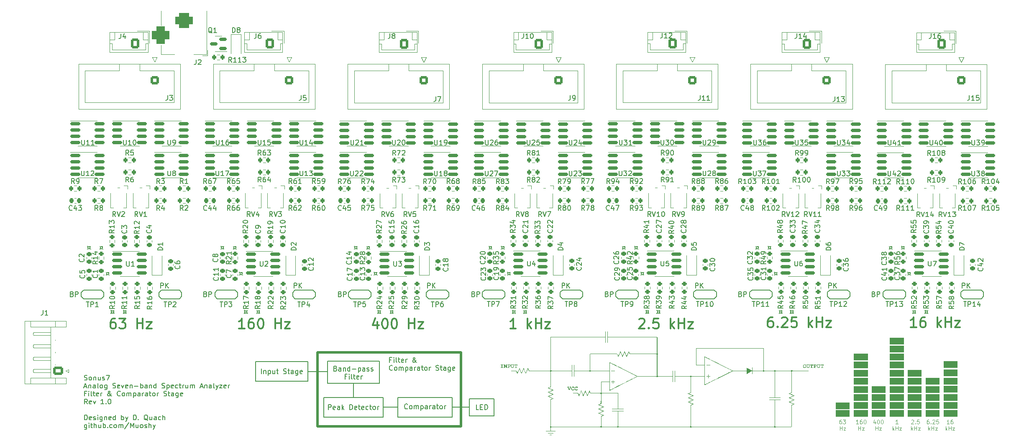
<source format=gto>
G04 #@! TF.GenerationSoftware,KiCad,Pcbnew,(6.0.0)*
G04 #@! TF.CreationDate,2022-10-10T14:03:21+02:00*
G04 #@! TF.ProjectId,sonus7_rev1,736f6e75-7337-45f7-9265-76312e6b6963,rev?*
G04 #@! TF.SameCoordinates,Original*
G04 #@! TF.FileFunction,Legend,Top*
G04 #@! TF.FilePolarity,Positive*
%FSLAX46Y46*%
G04 Gerber Fmt 4.6, Leading zero omitted, Abs format (unit mm)*
G04 Created by KiCad (PCBNEW (6.0.0)) date 2022-10-10 14:03:21*
%MOMM*%
%LPD*%
G01*
G04 APERTURE LIST*
G04 Aperture macros list*
%AMRoundRect*
0 Rectangle with rounded corners*
0 $1 Rounding radius*
0 $2 $3 $4 $5 $6 $7 $8 $9 X,Y pos of 4 corners*
0 Add a 4 corners polygon primitive as box body*
4,1,4,$2,$3,$4,$5,$6,$7,$8,$9,$2,$3,0*
0 Add four circle primitives for the rounded corners*
1,1,$1+$1,$2,$3*
1,1,$1+$1,$4,$5*
1,1,$1+$1,$6,$7*
1,1,$1+$1,$8,$9*
0 Add four rect primitives between the rounded corners*
20,1,$1+$1,$2,$3,$4,$5,0*
20,1,$1+$1,$4,$5,$6,$7,0*
20,1,$1+$1,$6,$7,$8,$9,0*
20,1,$1+$1,$8,$9,$2,$3,0*%
G04 Aperture macros list end*
%ADD10C,0.500000*%
%ADD11C,0.150000*%
%ADD12C,0.300000*%
%ADD13C,0.120000*%
%ADD14RoundRect,0.200000X-0.275000X0.200000X-0.275000X-0.200000X0.275000X-0.200000X0.275000X0.200000X0*%
%ADD15RoundRect,0.150000X-0.825000X-0.150000X0.825000X-0.150000X0.825000X0.150000X-0.825000X0.150000X0*%
%ADD16RoundRect,0.200000X0.275000X-0.200000X0.275000X0.200000X-0.275000X0.200000X-0.275000X-0.200000X0*%
%ADD17RoundRect,0.200000X-0.200000X-0.275000X0.200000X-0.275000X0.200000X0.275000X-0.200000X0.275000X0*%
%ADD18RoundRect,0.225000X-0.250000X0.225000X-0.250000X-0.225000X0.250000X-0.225000X0.250000X0.225000X0*%
%ADD19RoundRect,0.225000X0.250000X-0.225000X0.250000X0.225000X-0.250000X0.225000X-0.250000X-0.225000X0*%
%ADD20R,1.200000X0.900000*%
%ADD21C,6.400000*%
%ADD22C,1.400000*%
%ADD23RoundRect,0.250000X-0.600000X0.600000X-0.600000X-0.600000X0.600000X-0.600000X0.600000X0.600000X0*%
%ADD24C,1.700000*%
%ADD25RoundRect,0.250000X0.725000X-0.600000X0.725000X0.600000X-0.725000X0.600000X-0.725000X-0.600000X0*%
%ADD26O,1.950000X1.700000*%
%ADD27R,1.200000X1.200000*%
%ADD28R,1.600000X1.500000*%
%ADD29RoundRect,0.150000X0.587500X0.150000X-0.587500X0.150000X-0.587500X-0.150000X0.587500X-0.150000X0*%
%ADD30RoundRect,0.250000X0.600000X0.750000X-0.600000X0.750000X-0.600000X-0.750000X0.600000X-0.750000X0*%
%ADD31O,1.700000X2.000000*%
%ADD32RoundRect,0.200000X0.200000X0.275000X-0.200000X0.275000X-0.200000X-0.275000X0.200000X-0.275000X0*%
%ADD33RoundRect,0.225000X-0.225000X-0.250000X0.225000X-0.250000X0.225000X0.250000X-0.225000X0.250000X0*%
%ADD34R,3.500000X3.500000*%
%ADD35RoundRect,0.750000X-1.000000X0.750000X-1.000000X-0.750000X1.000000X-0.750000X1.000000X0.750000X0*%
%ADD36RoundRect,0.875000X-0.875000X0.875000X-0.875000X-0.875000X0.875000X-0.875000X0.875000X0.875000X0*%
G04 APERTURE END LIST*
D10*
X84000000Y-115750000D02*
X113000000Y-115750000D01*
X113000000Y-115750000D02*
X113000000Y-130750000D01*
X113000000Y-130750000D02*
X84000000Y-130750000D01*
X84000000Y-130750000D02*
X84000000Y-115750000D01*
D11*
X71500000Y-117625000D02*
X82000000Y-117625000D01*
X82000000Y-117625000D02*
X82000000Y-121625000D01*
X82000000Y-121625000D02*
X71500000Y-121625000D01*
X71500000Y-121625000D02*
X71500000Y-117625000D01*
X114750000Y-125125000D02*
X119750000Y-125125000D01*
X119750000Y-125125000D02*
X119750000Y-128625000D01*
X119750000Y-128625000D02*
X114750000Y-128625000D01*
X114750000Y-128625000D02*
X114750000Y-125125000D01*
X111250000Y-126875000D02*
X114750000Y-126875000D01*
X86000000Y-117500000D02*
X96500000Y-117500000D01*
X96500000Y-117500000D02*
X96500000Y-122000000D01*
X96500000Y-122000000D02*
X86000000Y-122000000D01*
X86000000Y-122000000D02*
X86000000Y-117500000D01*
X97250000Y-126875000D02*
X100250000Y-126875000D01*
X91250000Y-122000000D02*
X91250000Y-124875000D01*
X100250000Y-124875000D02*
X111250000Y-124875000D01*
X111250000Y-124875000D02*
X111250000Y-128875000D01*
X111250000Y-128875000D02*
X100250000Y-128875000D01*
X100250000Y-128875000D02*
X100250000Y-124875000D01*
X82000000Y-119625000D02*
X86000000Y-119625000D01*
X85250000Y-124875000D02*
X97250000Y-124875000D01*
X97250000Y-124875000D02*
X97250000Y-128875000D01*
X97250000Y-128875000D02*
X85250000Y-128875000D01*
X85250000Y-128875000D02*
X85250000Y-124875000D01*
X118690476Y-94857142D02*
X118833333Y-94714285D01*
X118690476Y-94238095D02*
X118833333Y-94380952D01*
X119166666Y-94714285D02*
X119309523Y-94857142D01*
X119166666Y-94380952D02*
X119309523Y-94238095D01*
X119166666Y-94714285D02*
X119071428Y-94761904D01*
X118928571Y-94761904D01*
X118833333Y-94714285D01*
X118785714Y-94619047D01*
X118785714Y-94476190D01*
X118833333Y-94380952D01*
X118928571Y-94333333D01*
X119071428Y-94333333D01*
X119166666Y-94380952D01*
X119214285Y-94476190D01*
X119214285Y-94619047D01*
X119166666Y-94714285D01*
X52238095Y-102702380D02*
X52238095Y-101702380D01*
X52619047Y-101702380D01*
X52714285Y-101750000D01*
X52761904Y-101797619D01*
X52809523Y-101892857D01*
X52809523Y-102035714D01*
X52761904Y-102130952D01*
X52714285Y-102178571D01*
X52619047Y-102226190D01*
X52238095Y-102226190D01*
X53238095Y-102702380D02*
X53238095Y-101702380D01*
X53809523Y-102702380D02*
X53380952Y-102130952D01*
X53809523Y-101702380D02*
X53238095Y-102273809D01*
X72630952Y-120077380D02*
X72630952Y-119077380D01*
X73107142Y-119410714D02*
X73107142Y-120077380D01*
X73107142Y-119505952D02*
X73154761Y-119458333D01*
X73250000Y-119410714D01*
X73392857Y-119410714D01*
X73488095Y-119458333D01*
X73535714Y-119553571D01*
X73535714Y-120077380D01*
X74011904Y-119410714D02*
X74011904Y-120410714D01*
X74011904Y-119458333D02*
X74107142Y-119410714D01*
X74297619Y-119410714D01*
X74392857Y-119458333D01*
X74440476Y-119505952D01*
X74488095Y-119601190D01*
X74488095Y-119886904D01*
X74440476Y-119982142D01*
X74392857Y-120029761D01*
X74297619Y-120077380D01*
X74107142Y-120077380D01*
X74011904Y-120029761D01*
X75345238Y-119410714D02*
X75345238Y-120077380D01*
X74916666Y-119410714D02*
X74916666Y-119934523D01*
X74964285Y-120029761D01*
X75059523Y-120077380D01*
X75202380Y-120077380D01*
X75297619Y-120029761D01*
X75345238Y-119982142D01*
X75678571Y-119410714D02*
X76059523Y-119410714D01*
X75821428Y-119077380D02*
X75821428Y-119934523D01*
X75869047Y-120029761D01*
X75964285Y-120077380D01*
X76059523Y-120077380D01*
X77107142Y-120029761D02*
X77250000Y-120077380D01*
X77488095Y-120077380D01*
X77583333Y-120029761D01*
X77630952Y-119982142D01*
X77678571Y-119886904D01*
X77678571Y-119791666D01*
X77630952Y-119696428D01*
X77583333Y-119648809D01*
X77488095Y-119601190D01*
X77297619Y-119553571D01*
X77202380Y-119505952D01*
X77154761Y-119458333D01*
X77107142Y-119363095D01*
X77107142Y-119267857D01*
X77154761Y-119172619D01*
X77202380Y-119125000D01*
X77297619Y-119077380D01*
X77535714Y-119077380D01*
X77678571Y-119125000D01*
X77964285Y-119410714D02*
X78345238Y-119410714D01*
X78107142Y-119077380D02*
X78107142Y-119934523D01*
X78154761Y-120029761D01*
X78250000Y-120077380D01*
X78345238Y-120077380D01*
X79107142Y-120077380D02*
X79107142Y-119553571D01*
X79059523Y-119458333D01*
X78964285Y-119410714D01*
X78773809Y-119410714D01*
X78678571Y-119458333D01*
X79107142Y-120029761D02*
X79011904Y-120077380D01*
X78773809Y-120077380D01*
X78678571Y-120029761D01*
X78630952Y-119934523D01*
X78630952Y-119839285D01*
X78678571Y-119744047D01*
X78773809Y-119696428D01*
X79011904Y-119696428D01*
X79107142Y-119648809D01*
X80011904Y-119410714D02*
X80011904Y-120220238D01*
X79964285Y-120315476D01*
X79916666Y-120363095D01*
X79821428Y-120410714D01*
X79678571Y-120410714D01*
X79583333Y-120363095D01*
X80011904Y-120029761D02*
X79916666Y-120077380D01*
X79726190Y-120077380D01*
X79630952Y-120029761D01*
X79583333Y-119982142D01*
X79535714Y-119886904D01*
X79535714Y-119601190D01*
X79583333Y-119505952D01*
X79630952Y-119458333D01*
X79726190Y-119410714D01*
X79916666Y-119410714D01*
X80011904Y-119458333D01*
X80869047Y-120029761D02*
X80773809Y-120077380D01*
X80583333Y-120077380D01*
X80488095Y-120029761D01*
X80440476Y-119934523D01*
X80440476Y-119553571D01*
X80488095Y-119458333D01*
X80583333Y-119410714D01*
X80773809Y-119410714D01*
X80869047Y-119458333D01*
X80916666Y-119553571D01*
X80916666Y-119648809D01*
X80440476Y-119744047D01*
X150440476Y-107857142D02*
X150583333Y-107714285D01*
X150440476Y-107238095D02*
X150583333Y-107380952D01*
X150916666Y-107714285D02*
X151059523Y-107857142D01*
X150916666Y-107380952D02*
X151059523Y-107238095D01*
X150916666Y-107714285D02*
X150821428Y-107761904D01*
X150678571Y-107761904D01*
X150583333Y-107714285D01*
X150535714Y-107619047D01*
X150535714Y-107476190D01*
X150583333Y-107380952D01*
X150678571Y-107333333D01*
X150821428Y-107333333D01*
X150916666Y-107380952D01*
X150964285Y-107476190D01*
X150964285Y-107619047D01*
X150916666Y-107714285D01*
X204440476Y-107857142D02*
X204583333Y-107714285D01*
X204440476Y-107238095D02*
X204583333Y-107380952D01*
X204916666Y-107714285D02*
X205059523Y-107857142D01*
X204916666Y-107380952D02*
X205059523Y-107238095D01*
X204916666Y-107714285D02*
X204821428Y-107761904D01*
X204678571Y-107761904D01*
X204583333Y-107714285D01*
X204535714Y-107619047D01*
X204535714Y-107476190D01*
X204583333Y-107380952D01*
X204678571Y-107333333D01*
X204821428Y-107333333D01*
X204916666Y-107380952D01*
X204964285Y-107476190D01*
X204964285Y-107619047D01*
X204916666Y-107714285D01*
D12*
X205190476Y-110654761D02*
X204047619Y-110654761D01*
X204619047Y-110654761D02*
X204619047Y-108654761D01*
X204428571Y-108940476D01*
X204238095Y-109130952D01*
X204047619Y-109226190D01*
X206904761Y-108654761D02*
X206523809Y-108654761D01*
X206333333Y-108750000D01*
X206238095Y-108845238D01*
X206047619Y-109130952D01*
X205952380Y-109511904D01*
X205952380Y-110273809D01*
X206047619Y-110464285D01*
X206142857Y-110559523D01*
X206333333Y-110654761D01*
X206714285Y-110654761D01*
X206904761Y-110559523D01*
X207000000Y-110464285D01*
X207095238Y-110273809D01*
X207095238Y-109797619D01*
X207000000Y-109607142D01*
X206904761Y-109511904D01*
X206714285Y-109416666D01*
X206333333Y-109416666D01*
X206142857Y-109511904D01*
X206047619Y-109607142D01*
X205952380Y-109797619D01*
X209476190Y-110654761D02*
X209476190Y-108654761D01*
X209666666Y-109892857D02*
X210238095Y-110654761D01*
X210238095Y-109321428D02*
X209476190Y-110083333D01*
X211095238Y-110654761D02*
X211095238Y-108654761D01*
X211095238Y-109607142D02*
X212238095Y-109607142D01*
X212238095Y-110654761D02*
X212238095Y-108654761D01*
X213000000Y-109321428D02*
X214047619Y-109321428D01*
X213000000Y-110654761D01*
X214047619Y-110654761D01*
D11*
X71690476Y-107857142D02*
X71833333Y-107714285D01*
X71690476Y-107238095D02*
X71833333Y-107380952D01*
X72166666Y-107714285D02*
X72309523Y-107857142D01*
X72166666Y-107380952D02*
X72309523Y-107238095D01*
X72166666Y-107714285D02*
X72071428Y-107761904D01*
X71928571Y-107761904D01*
X71833333Y-107714285D01*
X71785714Y-107619047D01*
X71785714Y-107476190D01*
X71833333Y-107380952D01*
X71928571Y-107333333D01*
X72071428Y-107333333D01*
X72166666Y-107380952D01*
X72214285Y-107476190D01*
X72214285Y-107619047D01*
X72166666Y-107714285D01*
X91440476Y-94857142D02*
X91583333Y-94714285D01*
X91440476Y-94238095D02*
X91583333Y-94380952D01*
X91916666Y-94714285D02*
X92059523Y-94857142D01*
X91916666Y-94380952D02*
X92059523Y-94238095D01*
X91916666Y-94714285D02*
X91821428Y-94761904D01*
X91678571Y-94761904D01*
X91583333Y-94714285D01*
X91535714Y-94619047D01*
X91535714Y-94476190D01*
X91583333Y-94380952D01*
X91678571Y-94333333D01*
X91821428Y-94333333D01*
X91916666Y-94380952D01*
X91964285Y-94476190D01*
X91964285Y-94619047D01*
X91916666Y-94714285D01*
X96190476Y-107857142D02*
X96333333Y-107714285D01*
X96190476Y-107238095D02*
X96333333Y-107380952D01*
X96666666Y-107714285D02*
X96809523Y-107857142D01*
X96666666Y-107380952D02*
X96809523Y-107238095D01*
X96666666Y-107714285D02*
X96571428Y-107761904D01*
X96428571Y-107761904D01*
X96333333Y-107714285D01*
X96285714Y-107619047D01*
X96285714Y-107476190D01*
X96333333Y-107380952D01*
X96428571Y-107333333D01*
X96571428Y-107333333D01*
X96666666Y-107380952D01*
X96714285Y-107476190D01*
X96714285Y-107619047D01*
X96666666Y-107714285D01*
D12*
X96107142Y-109571428D02*
X96107142Y-110904761D01*
X95630952Y-108809523D02*
X95154761Y-110238095D01*
X96392857Y-110238095D01*
X97535714Y-108904761D02*
X97726190Y-108904761D01*
X97916666Y-109000000D01*
X98011904Y-109095238D01*
X98107142Y-109285714D01*
X98202380Y-109666666D01*
X98202380Y-110142857D01*
X98107142Y-110523809D01*
X98011904Y-110714285D01*
X97916666Y-110809523D01*
X97726190Y-110904761D01*
X97535714Y-110904761D01*
X97345238Y-110809523D01*
X97250000Y-110714285D01*
X97154761Y-110523809D01*
X97059523Y-110142857D01*
X97059523Y-109666666D01*
X97154761Y-109285714D01*
X97250000Y-109095238D01*
X97345238Y-109000000D01*
X97535714Y-108904761D01*
X99440476Y-108904761D02*
X99630952Y-108904761D01*
X99821428Y-109000000D01*
X99916666Y-109095238D01*
X100011904Y-109285714D01*
X100107142Y-109666666D01*
X100107142Y-110142857D01*
X100011904Y-110523809D01*
X99916666Y-110714285D01*
X99821428Y-110809523D01*
X99630952Y-110904761D01*
X99440476Y-110904761D01*
X99250000Y-110809523D01*
X99154761Y-110714285D01*
X99059523Y-110523809D01*
X98964285Y-110142857D01*
X98964285Y-109666666D01*
X99059523Y-109285714D01*
X99154761Y-109095238D01*
X99250000Y-109000000D01*
X99440476Y-108904761D01*
X102488095Y-110904761D02*
X102488095Y-108904761D01*
X102488095Y-109857142D02*
X103630952Y-109857142D01*
X103630952Y-110904761D02*
X103630952Y-108904761D01*
X104392857Y-109571428D02*
X105440476Y-109571428D01*
X104392857Y-110904761D01*
X105440476Y-110904761D01*
D11*
X177440476Y-107857142D02*
X177583333Y-107714285D01*
X177440476Y-107238095D02*
X177583333Y-107380952D01*
X177916666Y-107714285D02*
X178059523Y-107857142D01*
X177916666Y-107380952D02*
X178059523Y-107238095D01*
X177916666Y-107714285D02*
X177821428Y-107761904D01*
X177678571Y-107761904D01*
X177583333Y-107714285D01*
X177535714Y-107619047D01*
X177535714Y-107476190D01*
X177583333Y-107380952D01*
X177678571Y-107333333D01*
X177821428Y-107333333D01*
X177916666Y-107380952D01*
X177964285Y-107476190D01*
X177964285Y-107619047D01*
X177916666Y-107714285D01*
X169571428Y-103928571D02*
X169714285Y-103976190D01*
X169761904Y-104023809D01*
X169809523Y-104119047D01*
X169809523Y-104261904D01*
X169761904Y-104357142D01*
X169714285Y-104404761D01*
X169619047Y-104452380D01*
X169238095Y-104452380D01*
X169238095Y-103452380D01*
X169571428Y-103452380D01*
X169666666Y-103500000D01*
X169714285Y-103547619D01*
X169761904Y-103642857D01*
X169761904Y-103738095D01*
X169714285Y-103833333D01*
X169666666Y-103880952D01*
X169571428Y-103928571D01*
X169238095Y-103928571D01*
X170238095Y-104452380D02*
X170238095Y-103452380D01*
X170619047Y-103452380D01*
X170714285Y-103500000D01*
X170761904Y-103547619D01*
X170809523Y-103642857D01*
X170809523Y-103785714D01*
X170761904Y-103880952D01*
X170714285Y-103928571D01*
X170619047Y-103976190D01*
X170238095Y-103976190D01*
X187488095Y-102702380D02*
X187488095Y-101702380D01*
X187869047Y-101702380D01*
X187964285Y-101750000D01*
X188011904Y-101797619D01*
X188059523Y-101892857D01*
X188059523Y-102035714D01*
X188011904Y-102130952D01*
X187964285Y-102178571D01*
X187869047Y-102226190D01*
X187488095Y-102226190D01*
X188488095Y-102702380D02*
X188488095Y-101702380D01*
X189059523Y-102702380D02*
X188630952Y-102130952D01*
X189059523Y-101702380D02*
X188488095Y-102273809D01*
X142571428Y-103928571D02*
X142714285Y-103976190D01*
X142761904Y-104023809D01*
X142809523Y-104119047D01*
X142809523Y-104261904D01*
X142761904Y-104357142D01*
X142714285Y-104404761D01*
X142619047Y-104452380D01*
X142238095Y-104452380D01*
X142238095Y-103452380D01*
X142571428Y-103452380D01*
X142666666Y-103500000D01*
X142714285Y-103547619D01*
X142761904Y-103642857D01*
X142761904Y-103738095D01*
X142714285Y-103833333D01*
X142666666Y-103880952D01*
X142571428Y-103928571D01*
X142238095Y-103928571D01*
X143238095Y-104452380D02*
X143238095Y-103452380D01*
X143619047Y-103452380D01*
X143714285Y-103500000D01*
X143761904Y-103547619D01*
X143809523Y-103642857D01*
X143809523Y-103785714D01*
X143761904Y-103880952D01*
X143714285Y-103928571D01*
X143619047Y-103976190D01*
X143238095Y-103976190D01*
X160488095Y-102702380D02*
X160488095Y-101702380D01*
X160869047Y-101702380D01*
X160964285Y-101750000D01*
X161011904Y-101797619D01*
X161059523Y-101892857D01*
X161059523Y-102035714D01*
X161011904Y-102130952D01*
X160964285Y-102178571D01*
X160869047Y-102226190D01*
X160488095Y-102226190D01*
X161488095Y-102702380D02*
X161488095Y-101702380D01*
X162059523Y-102702380D02*
X161630952Y-102130952D01*
X162059523Y-101702380D02*
X161488095Y-102273809D01*
X98918928Y-117248571D02*
X98585595Y-117248571D01*
X98585595Y-117772380D02*
X98585595Y-116772380D01*
X99061785Y-116772380D01*
X99442738Y-117772380D02*
X99442738Y-117105714D01*
X99442738Y-116772380D02*
X99395119Y-116820000D01*
X99442738Y-116867619D01*
X99490357Y-116820000D01*
X99442738Y-116772380D01*
X99442738Y-116867619D01*
X100061785Y-117772380D02*
X99966547Y-117724761D01*
X99918928Y-117629523D01*
X99918928Y-116772380D01*
X100299880Y-117105714D02*
X100680833Y-117105714D01*
X100442738Y-116772380D02*
X100442738Y-117629523D01*
X100490357Y-117724761D01*
X100585595Y-117772380D01*
X100680833Y-117772380D01*
X101395119Y-117724761D02*
X101299880Y-117772380D01*
X101109404Y-117772380D01*
X101014166Y-117724761D01*
X100966547Y-117629523D01*
X100966547Y-117248571D01*
X101014166Y-117153333D01*
X101109404Y-117105714D01*
X101299880Y-117105714D01*
X101395119Y-117153333D01*
X101442738Y-117248571D01*
X101442738Y-117343809D01*
X100966547Y-117439047D01*
X101871309Y-117772380D02*
X101871309Y-117105714D01*
X101871309Y-117296190D02*
X101918928Y-117200952D01*
X101966547Y-117153333D01*
X102061785Y-117105714D01*
X102157023Y-117105714D01*
X104061785Y-117772380D02*
X104014166Y-117772380D01*
X103918928Y-117724761D01*
X103776071Y-117581904D01*
X103537976Y-117296190D01*
X103442738Y-117153333D01*
X103395119Y-117010476D01*
X103395119Y-116915238D01*
X103442738Y-116820000D01*
X103537976Y-116772380D01*
X103585595Y-116772380D01*
X103680833Y-116820000D01*
X103728452Y-116915238D01*
X103728452Y-116962857D01*
X103680833Y-117058095D01*
X103633214Y-117105714D01*
X103347500Y-117296190D01*
X103299880Y-117343809D01*
X103252261Y-117439047D01*
X103252261Y-117581904D01*
X103299880Y-117677142D01*
X103347500Y-117724761D01*
X103442738Y-117772380D01*
X103585595Y-117772380D01*
X103680833Y-117724761D01*
X103728452Y-117677142D01*
X103871309Y-117486666D01*
X103918928Y-117343809D01*
X103918928Y-117248571D01*
X99157023Y-119287142D02*
X99109404Y-119334761D01*
X98966547Y-119382380D01*
X98871309Y-119382380D01*
X98728452Y-119334761D01*
X98633214Y-119239523D01*
X98585595Y-119144285D01*
X98537976Y-118953809D01*
X98537976Y-118810952D01*
X98585595Y-118620476D01*
X98633214Y-118525238D01*
X98728452Y-118430000D01*
X98871309Y-118382380D01*
X98966547Y-118382380D01*
X99109404Y-118430000D01*
X99157023Y-118477619D01*
X99728452Y-119382380D02*
X99633214Y-119334761D01*
X99585595Y-119287142D01*
X99537976Y-119191904D01*
X99537976Y-118906190D01*
X99585595Y-118810952D01*
X99633214Y-118763333D01*
X99728452Y-118715714D01*
X99871309Y-118715714D01*
X99966547Y-118763333D01*
X100014166Y-118810952D01*
X100061785Y-118906190D01*
X100061785Y-119191904D01*
X100014166Y-119287142D01*
X99966547Y-119334761D01*
X99871309Y-119382380D01*
X99728452Y-119382380D01*
X100490357Y-119382380D02*
X100490357Y-118715714D01*
X100490357Y-118810952D02*
X100537976Y-118763333D01*
X100633214Y-118715714D01*
X100776071Y-118715714D01*
X100871309Y-118763333D01*
X100918928Y-118858571D01*
X100918928Y-119382380D01*
X100918928Y-118858571D02*
X100966547Y-118763333D01*
X101061785Y-118715714D01*
X101204642Y-118715714D01*
X101299880Y-118763333D01*
X101347500Y-118858571D01*
X101347500Y-119382380D01*
X101823690Y-118715714D02*
X101823690Y-119715714D01*
X101823690Y-118763333D02*
X101918928Y-118715714D01*
X102109404Y-118715714D01*
X102204642Y-118763333D01*
X102252261Y-118810952D01*
X102299880Y-118906190D01*
X102299880Y-119191904D01*
X102252261Y-119287142D01*
X102204642Y-119334761D01*
X102109404Y-119382380D01*
X101918928Y-119382380D01*
X101823690Y-119334761D01*
X103157023Y-119382380D02*
X103157023Y-118858571D01*
X103109404Y-118763333D01*
X103014166Y-118715714D01*
X102823690Y-118715714D01*
X102728452Y-118763333D01*
X103157023Y-119334761D02*
X103061785Y-119382380D01*
X102823690Y-119382380D01*
X102728452Y-119334761D01*
X102680833Y-119239523D01*
X102680833Y-119144285D01*
X102728452Y-119049047D01*
X102823690Y-119001428D01*
X103061785Y-119001428D01*
X103157023Y-118953809D01*
X103633214Y-119382380D02*
X103633214Y-118715714D01*
X103633214Y-118906190D02*
X103680833Y-118810952D01*
X103728452Y-118763333D01*
X103823690Y-118715714D01*
X103918928Y-118715714D01*
X104680833Y-119382380D02*
X104680833Y-118858571D01*
X104633214Y-118763333D01*
X104537976Y-118715714D01*
X104347500Y-118715714D01*
X104252261Y-118763333D01*
X104680833Y-119334761D02*
X104585595Y-119382380D01*
X104347500Y-119382380D01*
X104252261Y-119334761D01*
X104204642Y-119239523D01*
X104204642Y-119144285D01*
X104252261Y-119049047D01*
X104347500Y-119001428D01*
X104585595Y-119001428D01*
X104680833Y-118953809D01*
X105014166Y-118715714D02*
X105395119Y-118715714D01*
X105157023Y-118382380D02*
X105157023Y-119239523D01*
X105204642Y-119334761D01*
X105299880Y-119382380D01*
X105395119Y-119382380D01*
X105871309Y-119382380D02*
X105776071Y-119334761D01*
X105728452Y-119287142D01*
X105680833Y-119191904D01*
X105680833Y-118906190D01*
X105728452Y-118810952D01*
X105776071Y-118763333D01*
X105871309Y-118715714D01*
X106014166Y-118715714D01*
X106109404Y-118763333D01*
X106157023Y-118810952D01*
X106204642Y-118906190D01*
X106204642Y-119191904D01*
X106157023Y-119287142D01*
X106109404Y-119334761D01*
X106014166Y-119382380D01*
X105871309Y-119382380D01*
X106633214Y-119382380D02*
X106633214Y-118715714D01*
X106633214Y-118906190D02*
X106680833Y-118810952D01*
X106728452Y-118763333D01*
X106823690Y-118715714D01*
X106918928Y-118715714D01*
X107966547Y-119334761D02*
X108109404Y-119382380D01*
X108347500Y-119382380D01*
X108442738Y-119334761D01*
X108490357Y-119287142D01*
X108537976Y-119191904D01*
X108537976Y-119096666D01*
X108490357Y-119001428D01*
X108442738Y-118953809D01*
X108347500Y-118906190D01*
X108157023Y-118858571D01*
X108061785Y-118810952D01*
X108014166Y-118763333D01*
X107966547Y-118668095D01*
X107966547Y-118572857D01*
X108014166Y-118477619D01*
X108061785Y-118430000D01*
X108157023Y-118382380D01*
X108395119Y-118382380D01*
X108537976Y-118430000D01*
X108823690Y-118715714D02*
X109204642Y-118715714D01*
X108966547Y-118382380D02*
X108966547Y-119239523D01*
X109014166Y-119334761D01*
X109109404Y-119382380D01*
X109204642Y-119382380D01*
X109966547Y-119382380D02*
X109966547Y-118858571D01*
X109918928Y-118763333D01*
X109823690Y-118715714D01*
X109633214Y-118715714D01*
X109537976Y-118763333D01*
X109966547Y-119334761D02*
X109871309Y-119382380D01*
X109633214Y-119382380D01*
X109537976Y-119334761D01*
X109490357Y-119239523D01*
X109490357Y-119144285D01*
X109537976Y-119049047D01*
X109633214Y-119001428D01*
X109871309Y-119001428D01*
X109966547Y-118953809D01*
X110871309Y-118715714D02*
X110871309Y-119525238D01*
X110823690Y-119620476D01*
X110776071Y-119668095D01*
X110680833Y-119715714D01*
X110537976Y-119715714D01*
X110442738Y-119668095D01*
X110871309Y-119334761D02*
X110776071Y-119382380D01*
X110585595Y-119382380D01*
X110490357Y-119334761D01*
X110442738Y-119287142D01*
X110395119Y-119191904D01*
X110395119Y-118906190D01*
X110442738Y-118810952D01*
X110490357Y-118763333D01*
X110585595Y-118715714D01*
X110776071Y-118715714D01*
X110871309Y-118763333D01*
X111728452Y-119334761D02*
X111633214Y-119382380D01*
X111442738Y-119382380D01*
X111347500Y-119334761D01*
X111299880Y-119239523D01*
X111299880Y-118858571D01*
X111347500Y-118763333D01*
X111442738Y-118715714D01*
X111633214Y-118715714D01*
X111728452Y-118763333D01*
X111776071Y-118858571D01*
X111776071Y-118953809D01*
X111299880Y-119049047D01*
X69190476Y-107857142D02*
X69333333Y-107714285D01*
X69190476Y-107238095D02*
X69333333Y-107380952D01*
X69666666Y-107714285D02*
X69809523Y-107857142D01*
X69666666Y-107380952D02*
X69809523Y-107238095D01*
X69666666Y-107714285D02*
X69571428Y-107761904D01*
X69428571Y-107761904D01*
X69333333Y-107714285D01*
X69285714Y-107619047D01*
X69285714Y-107476190D01*
X69333333Y-107380952D01*
X69428571Y-107333333D01*
X69571428Y-107333333D01*
X69666666Y-107380952D01*
X69714285Y-107476190D01*
X69714285Y-107619047D01*
X69666666Y-107714285D01*
X148190476Y-94857142D02*
X148333333Y-94714285D01*
X148190476Y-94238095D02*
X148333333Y-94380952D01*
X148666666Y-94714285D02*
X148809523Y-94857142D01*
X148666666Y-94380952D02*
X148809523Y-94238095D01*
X148666666Y-94714285D02*
X148571428Y-94761904D01*
X148428571Y-94761904D01*
X148333333Y-94714285D01*
X148285714Y-94619047D01*
X148285714Y-94476190D01*
X148333333Y-94380952D01*
X148428571Y-94333333D01*
X148571428Y-94333333D01*
X148666666Y-94380952D01*
X148714285Y-94476190D01*
X148714285Y-94619047D01*
X148666666Y-94714285D01*
X121190476Y-94857142D02*
X121333333Y-94714285D01*
X121190476Y-94238095D02*
X121333333Y-94380952D01*
X121666666Y-94714285D02*
X121809523Y-94857142D01*
X121666666Y-94380952D02*
X121809523Y-94238095D01*
X121666666Y-94714285D02*
X121571428Y-94761904D01*
X121428571Y-94761904D01*
X121333333Y-94714285D01*
X121285714Y-94619047D01*
X121285714Y-94476190D01*
X121333333Y-94380952D01*
X121428571Y-94333333D01*
X121571428Y-94333333D01*
X121666666Y-94380952D01*
X121714285Y-94476190D01*
X121714285Y-94619047D01*
X121666666Y-94714285D01*
X214488095Y-102702380D02*
X214488095Y-101702380D01*
X214869047Y-101702380D01*
X214964285Y-101750000D01*
X215011904Y-101797619D01*
X215059523Y-101892857D01*
X215059523Y-102035714D01*
X215011904Y-102130952D01*
X214964285Y-102178571D01*
X214869047Y-102226190D01*
X214488095Y-102226190D01*
X215488095Y-102702380D02*
X215488095Y-101702380D01*
X216059523Y-102702380D02*
X215630952Y-102130952D01*
X216059523Y-101702380D02*
X215488095Y-102273809D01*
X36787976Y-121324761D02*
X36930833Y-121372380D01*
X37168928Y-121372380D01*
X37264166Y-121324761D01*
X37311785Y-121277142D01*
X37359404Y-121181904D01*
X37359404Y-121086666D01*
X37311785Y-120991428D01*
X37264166Y-120943809D01*
X37168928Y-120896190D01*
X36978452Y-120848571D01*
X36883214Y-120800952D01*
X36835595Y-120753333D01*
X36787976Y-120658095D01*
X36787976Y-120562857D01*
X36835595Y-120467619D01*
X36883214Y-120420000D01*
X36978452Y-120372380D01*
X37216547Y-120372380D01*
X37359404Y-120420000D01*
X37930833Y-121372380D02*
X37835595Y-121324761D01*
X37787976Y-121277142D01*
X37740357Y-121181904D01*
X37740357Y-120896190D01*
X37787976Y-120800952D01*
X37835595Y-120753333D01*
X37930833Y-120705714D01*
X38073690Y-120705714D01*
X38168928Y-120753333D01*
X38216547Y-120800952D01*
X38264166Y-120896190D01*
X38264166Y-121181904D01*
X38216547Y-121277142D01*
X38168928Y-121324761D01*
X38073690Y-121372380D01*
X37930833Y-121372380D01*
X38692738Y-120705714D02*
X38692738Y-121372380D01*
X38692738Y-120800952D02*
X38740357Y-120753333D01*
X38835595Y-120705714D01*
X38978452Y-120705714D01*
X39073690Y-120753333D01*
X39121309Y-120848571D01*
X39121309Y-121372380D01*
X40026071Y-120705714D02*
X40026071Y-121372380D01*
X39597500Y-120705714D02*
X39597500Y-121229523D01*
X39645119Y-121324761D01*
X39740357Y-121372380D01*
X39883214Y-121372380D01*
X39978452Y-121324761D01*
X40026071Y-121277142D01*
X40454642Y-121324761D02*
X40549880Y-121372380D01*
X40740357Y-121372380D01*
X40835595Y-121324761D01*
X40883214Y-121229523D01*
X40883214Y-121181904D01*
X40835595Y-121086666D01*
X40740357Y-121039047D01*
X40597500Y-121039047D01*
X40502261Y-120991428D01*
X40454642Y-120896190D01*
X40454642Y-120848571D01*
X40502261Y-120753333D01*
X40597500Y-120705714D01*
X40740357Y-120705714D01*
X40835595Y-120753333D01*
X41216547Y-120372380D02*
X41883214Y-120372380D01*
X41454642Y-121372380D01*
X36787976Y-122696666D02*
X37264166Y-122696666D01*
X36692738Y-122982380D02*
X37026071Y-121982380D01*
X37359404Y-122982380D01*
X37692738Y-122315714D02*
X37692738Y-122982380D01*
X37692738Y-122410952D02*
X37740357Y-122363333D01*
X37835595Y-122315714D01*
X37978452Y-122315714D01*
X38073690Y-122363333D01*
X38121309Y-122458571D01*
X38121309Y-122982380D01*
X39026071Y-122982380D02*
X39026071Y-122458571D01*
X38978452Y-122363333D01*
X38883214Y-122315714D01*
X38692738Y-122315714D01*
X38597500Y-122363333D01*
X39026071Y-122934761D02*
X38930833Y-122982380D01*
X38692738Y-122982380D01*
X38597500Y-122934761D01*
X38549880Y-122839523D01*
X38549880Y-122744285D01*
X38597500Y-122649047D01*
X38692738Y-122601428D01*
X38930833Y-122601428D01*
X39026071Y-122553809D01*
X39645119Y-122982380D02*
X39549880Y-122934761D01*
X39502261Y-122839523D01*
X39502261Y-121982380D01*
X40168928Y-122982380D02*
X40073690Y-122934761D01*
X40026071Y-122887142D01*
X39978452Y-122791904D01*
X39978452Y-122506190D01*
X40026071Y-122410952D01*
X40073690Y-122363333D01*
X40168928Y-122315714D01*
X40311785Y-122315714D01*
X40407023Y-122363333D01*
X40454642Y-122410952D01*
X40502261Y-122506190D01*
X40502261Y-122791904D01*
X40454642Y-122887142D01*
X40407023Y-122934761D01*
X40311785Y-122982380D01*
X40168928Y-122982380D01*
X41359404Y-122315714D02*
X41359404Y-123125238D01*
X41311785Y-123220476D01*
X41264166Y-123268095D01*
X41168928Y-123315714D01*
X41026071Y-123315714D01*
X40930833Y-123268095D01*
X41359404Y-122934761D02*
X41264166Y-122982380D01*
X41073690Y-122982380D01*
X40978452Y-122934761D01*
X40930833Y-122887142D01*
X40883214Y-122791904D01*
X40883214Y-122506190D01*
X40930833Y-122410952D01*
X40978452Y-122363333D01*
X41073690Y-122315714D01*
X41264166Y-122315714D01*
X41359404Y-122363333D01*
X42549880Y-122934761D02*
X42692738Y-122982380D01*
X42930833Y-122982380D01*
X43026071Y-122934761D01*
X43073690Y-122887142D01*
X43121309Y-122791904D01*
X43121309Y-122696666D01*
X43073690Y-122601428D01*
X43026071Y-122553809D01*
X42930833Y-122506190D01*
X42740357Y-122458571D01*
X42645119Y-122410952D01*
X42597500Y-122363333D01*
X42549880Y-122268095D01*
X42549880Y-122172857D01*
X42597500Y-122077619D01*
X42645119Y-122030000D01*
X42740357Y-121982380D01*
X42978452Y-121982380D01*
X43121309Y-122030000D01*
X43930833Y-122934761D02*
X43835595Y-122982380D01*
X43645119Y-122982380D01*
X43549880Y-122934761D01*
X43502261Y-122839523D01*
X43502261Y-122458571D01*
X43549880Y-122363333D01*
X43645119Y-122315714D01*
X43835595Y-122315714D01*
X43930833Y-122363333D01*
X43978452Y-122458571D01*
X43978452Y-122553809D01*
X43502261Y-122649047D01*
X44311785Y-122315714D02*
X44549880Y-122982380D01*
X44787976Y-122315714D01*
X45549880Y-122934761D02*
X45454642Y-122982380D01*
X45264166Y-122982380D01*
X45168928Y-122934761D01*
X45121309Y-122839523D01*
X45121309Y-122458571D01*
X45168928Y-122363333D01*
X45264166Y-122315714D01*
X45454642Y-122315714D01*
X45549880Y-122363333D01*
X45597500Y-122458571D01*
X45597500Y-122553809D01*
X45121309Y-122649047D01*
X46026071Y-122315714D02*
X46026071Y-122982380D01*
X46026071Y-122410952D02*
X46073690Y-122363333D01*
X46168928Y-122315714D01*
X46311785Y-122315714D01*
X46407023Y-122363333D01*
X46454642Y-122458571D01*
X46454642Y-122982380D01*
X46930833Y-122601428D02*
X47692738Y-122601428D01*
X48168928Y-122982380D02*
X48168928Y-121982380D01*
X48168928Y-122363333D02*
X48264166Y-122315714D01*
X48454642Y-122315714D01*
X48549880Y-122363333D01*
X48597500Y-122410952D01*
X48645119Y-122506190D01*
X48645119Y-122791904D01*
X48597500Y-122887142D01*
X48549880Y-122934761D01*
X48454642Y-122982380D01*
X48264166Y-122982380D01*
X48168928Y-122934761D01*
X49502261Y-122982380D02*
X49502261Y-122458571D01*
X49454642Y-122363333D01*
X49359404Y-122315714D01*
X49168928Y-122315714D01*
X49073690Y-122363333D01*
X49502261Y-122934761D02*
X49407023Y-122982380D01*
X49168928Y-122982380D01*
X49073690Y-122934761D01*
X49026071Y-122839523D01*
X49026071Y-122744285D01*
X49073690Y-122649047D01*
X49168928Y-122601428D01*
X49407023Y-122601428D01*
X49502261Y-122553809D01*
X49978452Y-122315714D02*
X49978452Y-122982380D01*
X49978452Y-122410952D02*
X50026071Y-122363333D01*
X50121309Y-122315714D01*
X50264166Y-122315714D01*
X50359404Y-122363333D01*
X50407023Y-122458571D01*
X50407023Y-122982380D01*
X51311785Y-122982380D02*
X51311785Y-121982380D01*
X51311785Y-122934761D02*
X51216547Y-122982380D01*
X51026071Y-122982380D01*
X50930833Y-122934761D01*
X50883214Y-122887142D01*
X50835595Y-122791904D01*
X50835595Y-122506190D01*
X50883214Y-122410952D01*
X50930833Y-122363333D01*
X51026071Y-122315714D01*
X51216547Y-122315714D01*
X51311785Y-122363333D01*
X52502261Y-122934761D02*
X52645119Y-122982380D01*
X52883214Y-122982380D01*
X52978452Y-122934761D01*
X53026071Y-122887142D01*
X53073690Y-122791904D01*
X53073690Y-122696666D01*
X53026071Y-122601428D01*
X52978452Y-122553809D01*
X52883214Y-122506190D01*
X52692738Y-122458571D01*
X52597500Y-122410952D01*
X52549880Y-122363333D01*
X52502261Y-122268095D01*
X52502261Y-122172857D01*
X52549880Y-122077619D01*
X52597500Y-122030000D01*
X52692738Y-121982380D01*
X52930833Y-121982380D01*
X53073690Y-122030000D01*
X53502261Y-122315714D02*
X53502261Y-123315714D01*
X53502261Y-122363333D02*
X53597500Y-122315714D01*
X53787976Y-122315714D01*
X53883214Y-122363333D01*
X53930833Y-122410952D01*
X53978452Y-122506190D01*
X53978452Y-122791904D01*
X53930833Y-122887142D01*
X53883214Y-122934761D01*
X53787976Y-122982380D01*
X53597500Y-122982380D01*
X53502261Y-122934761D01*
X54787976Y-122934761D02*
X54692738Y-122982380D01*
X54502261Y-122982380D01*
X54407023Y-122934761D01*
X54359404Y-122839523D01*
X54359404Y-122458571D01*
X54407023Y-122363333D01*
X54502261Y-122315714D01*
X54692738Y-122315714D01*
X54787976Y-122363333D01*
X54835595Y-122458571D01*
X54835595Y-122553809D01*
X54359404Y-122649047D01*
X55692738Y-122934761D02*
X55597500Y-122982380D01*
X55407023Y-122982380D01*
X55311785Y-122934761D01*
X55264166Y-122887142D01*
X55216547Y-122791904D01*
X55216547Y-122506190D01*
X55264166Y-122410952D01*
X55311785Y-122363333D01*
X55407023Y-122315714D01*
X55597500Y-122315714D01*
X55692738Y-122363333D01*
X55978452Y-122315714D02*
X56359404Y-122315714D01*
X56121309Y-121982380D02*
X56121309Y-122839523D01*
X56168928Y-122934761D01*
X56264166Y-122982380D01*
X56359404Y-122982380D01*
X56692738Y-122982380D02*
X56692738Y-122315714D01*
X56692738Y-122506190D02*
X56740357Y-122410952D01*
X56787976Y-122363333D01*
X56883214Y-122315714D01*
X56978452Y-122315714D01*
X57740357Y-122315714D02*
X57740357Y-122982380D01*
X57311785Y-122315714D02*
X57311785Y-122839523D01*
X57359404Y-122934761D01*
X57454642Y-122982380D01*
X57597500Y-122982380D01*
X57692738Y-122934761D01*
X57740357Y-122887142D01*
X58216547Y-122982380D02*
X58216547Y-122315714D01*
X58216547Y-122410952D02*
X58264166Y-122363333D01*
X58359404Y-122315714D01*
X58502261Y-122315714D01*
X58597500Y-122363333D01*
X58645119Y-122458571D01*
X58645119Y-122982380D01*
X58645119Y-122458571D02*
X58692738Y-122363333D01*
X58787976Y-122315714D01*
X58930833Y-122315714D01*
X59026071Y-122363333D01*
X59073690Y-122458571D01*
X59073690Y-122982380D01*
X60264166Y-122696666D02*
X60740357Y-122696666D01*
X60168928Y-122982380D02*
X60502261Y-121982380D01*
X60835595Y-122982380D01*
X61168928Y-122315714D02*
X61168928Y-122982380D01*
X61168928Y-122410952D02*
X61216547Y-122363333D01*
X61311785Y-122315714D01*
X61454642Y-122315714D01*
X61549880Y-122363333D01*
X61597500Y-122458571D01*
X61597500Y-122982380D01*
X62502261Y-122982380D02*
X62502261Y-122458571D01*
X62454642Y-122363333D01*
X62359404Y-122315714D01*
X62168928Y-122315714D01*
X62073690Y-122363333D01*
X62502261Y-122934761D02*
X62407023Y-122982380D01*
X62168928Y-122982380D01*
X62073690Y-122934761D01*
X62026071Y-122839523D01*
X62026071Y-122744285D01*
X62073690Y-122649047D01*
X62168928Y-122601428D01*
X62407023Y-122601428D01*
X62502261Y-122553809D01*
X63121309Y-122982380D02*
X63026071Y-122934761D01*
X62978452Y-122839523D01*
X62978452Y-121982380D01*
X63407023Y-122315714D02*
X63645119Y-122982380D01*
X63883214Y-122315714D02*
X63645119Y-122982380D01*
X63549880Y-123220476D01*
X63502261Y-123268095D01*
X63407023Y-123315714D01*
X64168928Y-122315714D02*
X64692738Y-122315714D01*
X64168928Y-122982380D01*
X64692738Y-122982380D01*
X65454642Y-122934761D02*
X65359404Y-122982380D01*
X65168928Y-122982380D01*
X65073690Y-122934761D01*
X65026071Y-122839523D01*
X65026071Y-122458571D01*
X65073690Y-122363333D01*
X65168928Y-122315714D01*
X65359404Y-122315714D01*
X65454642Y-122363333D01*
X65502261Y-122458571D01*
X65502261Y-122553809D01*
X65026071Y-122649047D01*
X65930833Y-122982380D02*
X65930833Y-122315714D01*
X65930833Y-122506190D02*
X65978452Y-122410952D01*
X66026071Y-122363333D01*
X66121309Y-122315714D01*
X66216547Y-122315714D01*
X37168928Y-124068571D02*
X36835595Y-124068571D01*
X36835595Y-124592380D02*
X36835595Y-123592380D01*
X37311785Y-123592380D01*
X37692738Y-124592380D02*
X37692738Y-123925714D01*
X37692738Y-123592380D02*
X37645119Y-123640000D01*
X37692738Y-123687619D01*
X37740357Y-123640000D01*
X37692738Y-123592380D01*
X37692738Y-123687619D01*
X38311785Y-124592380D02*
X38216547Y-124544761D01*
X38168928Y-124449523D01*
X38168928Y-123592380D01*
X38549880Y-123925714D02*
X38930833Y-123925714D01*
X38692738Y-123592380D02*
X38692738Y-124449523D01*
X38740357Y-124544761D01*
X38835595Y-124592380D01*
X38930833Y-124592380D01*
X39645119Y-124544761D02*
X39549880Y-124592380D01*
X39359404Y-124592380D01*
X39264166Y-124544761D01*
X39216547Y-124449523D01*
X39216547Y-124068571D01*
X39264166Y-123973333D01*
X39359404Y-123925714D01*
X39549880Y-123925714D01*
X39645119Y-123973333D01*
X39692738Y-124068571D01*
X39692738Y-124163809D01*
X39216547Y-124259047D01*
X40121309Y-124592380D02*
X40121309Y-123925714D01*
X40121309Y-124116190D02*
X40168928Y-124020952D01*
X40216547Y-123973333D01*
X40311785Y-123925714D01*
X40407023Y-123925714D01*
X42311785Y-124592380D02*
X42264166Y-124592380D01*
X42168928Y-124544761D01*
X42026071Y-124401904D01*
X41787976Y-124116190D01*
X41692738Y-123973333D01*
X41645119Y-123830476D01*
X41645119Y-123735238D01*
X41692738Y-123640000D01*
X41787976Y-123592380D01*
X41835595Y-123592380D01*
X41930833Y-123640000D01*
X41978452Y-123735238D01*
X41978452Y-123782857D01*
X41930833Y-123878095D01*
X41883214Y-123925714D01*
X41597500Y-124116190D01*
X41549880Y-124163809D01*
X41502261Y-124259047D01*
X41502261Y-124401904D01*
X41549880Y-124497142D01*
X41597500Y-124544761D01*
X41692738Y-124592380D01*
X41835595Y-124592380D01*
X41930833Y-124544761D01*
X41978452Y-124497142D01*
X42121309Y-124306666D01*
X42168928Y-124163809D01*
X42168928Y-124068571D01*
X44073690Y-124497142D02*
X44026071Y-124544761D01*
X43883214Y-124592380D01*
X43787976Y-124592380D01*
X43645119Y-124544761D01*
X43549880Y-124449523D01*
X43502261Y-124354285D01*
X43454642Y-124163809D01*
X43454642Y-124020952D01*
X43502261Y-123830476D01*
X43549880Y-123735238D01*
X43645119Y-123640000D01*
X43787976Y-123592380D01*
X43883214Y-123592380D01*
X44026071Y-123640000D01*
X44073690Y-123687619D01*
X44645119Y-124592380D02*
X44549880Y-124544761D01*
X44502261Y-124497142D01*
X44454642Y-124401904D01*
X44454642Y-124116190D01*
X44502261Y-124020952D01*
X44549880Y-123973333D01*
X44645119Y-123925714D01*
X44787976Y-123925714D01*
X44883214Y-123973333D01*
X44930833Y-124020952D01*
X44978452Y-124116190D01*
X44978452Y-124401904D01*
X44930833Y-124497142D01*
X44883214Y-124544761D01*
X44787976Y-124592380D01*
X44645119Y-124592380D01*
X45407023Y-124592380D02*
X45407023Y-123925714D01*
X45407023Y-124020952D02*
X45454642Y-123973333D01*
X45549880Y-123925714D01*
X45692738Y-123925714D01*
X45787976Y-123973333D01*
X45835595Y-124068571D01*
X45835595Y-124592380D01*
X45835595Y-124068571D02*
X45883214Y-123973333D01*
X45978452Y-123925714D01*
X46121309Y-123925714D01*
X46216547Y-123973333D01*
X46264166Y-124068571D01*
X46264166Y-124592380D01*
X46740357Y-123925714D02*
X46740357Y-124925714D01*
X46740357Y-123973333D02*
X46835595Y-123925714D01*
X47026071Y-123925714D01*
X47121309Y-123973333D01*
X47168928Y-124020952D01*
X47216547Y-124116190D01*
X47216547Y-124401904D01*
X47168928Y-124497142D01*
X47121309Y-124544761D01*
X47026071Y-124592380D01*
X46835595Y-124592380D01*
X46740357Y-124544761D01*
X48073690Y-124592380D02*
X48073690Y-124068571D01*
X48026071Y-123973333D01*
X47930833Y-123925714D01*
X47740357Y-123925714D01*
X47645119Y-123973333D01*
X48073690Y-124544761D02*
X47978452Y-124592380D01*
X47740357Y-124592380D01*
X47645119Y-124544761D01*
X47597500Y-124449523D01*
X47597500Y-124354285D01*
X47645119Y-124259047D01*
X47740357Y-124211428D01*
X47978452Y-124211428D01*
X48073690Y-124163809D01*
X48549880Y-124592380D02*
X48549880Y-123925714D01*
X48549880Y-124116190D02*
X48597500Y-124020952D01*
X48645119Y-123973333D01*
X48740357Y-123925714D01*
X48835595Y-123925714D01*
X49597500Y-124592380D02*
X49597500Y-124068571D01*
X49549880Y-123973333D01*
X49454642Y-123925714D01*
X49264166Y-123925714D01*
X49168928Y-123973333D01*
X49597500Y-124544761D02*
X49502261Y-124592380D01*
X49264166Y-124592380D01*
X49168928Y-124544761D01*
X49121309Y-124449523D01*
X49121309Y-124354285D01*
X49168928Y-124259047D01*
X49264166Y-124211428D01*
X49502261Y-124211428D01*
X49597500Y-124163809D01*
X49930833Y-123925714D02*
X50311785Y-123925714D01*
X50073690Y-123592380D02*
X50073690Y-124449523D01*
X50121309Y-124544761D01*
X50216547Y-124592380D01*
X50311785Y-124592380D01*
X50787976Y-124592380D02*
X50692738Y-124544761D01*
X50645119Y-124497142D01*
X50597500Y-124401904D01*
X50597500Y-124116190D01*
X50645119Y-124020952D01*
X50692738Y-123973333D01*
X50787976Y-123925714D01*
X50930833Y-123925714D01*
X51026071Y-123973333D01*
X51073690Y-124020952D01*
X51121309Y-124116190D01*
X51121309Y-124401904D01*
X51073690Y-124497142D01*
X51026071Y-124544761D01*
X50930833Y-124592380D01*
X50787976Y-124592380D01*
X51549880Y-124592380D02*
X51549880Y-123925714D01*
X51549880Y-124116190D02*
X51597500Y-124020952D01*
X51645119Y-123973333D01*
X51740357Y-123925714D01*
X51835595Y-123925714D01*
X52883214Y-124544761D02*
X53026071Y-124592380D01*
X53264166Y-124592380D01*
X53359404Y-124544761D01*
X53407023Y-124497142D01*
X53454642Y-124401904D01*
X53454642Y-124306666D01*
X53407023Y-124211428D01*
X53359404Y-124163809D01*
X53264166Y-124116190D01*
X53073690Y-124068571D01*
X52978452Y-124020952D01*
X52930833Y-123973333D01*
X52883214Y-123878095D01*
X52883214Y-123782857D01*
X52930833Y-123687619D01*
X52978452Y-123640000D01*
X53073690Y-123592380D01*
X53311785Y-123592380D01*
X53454642Y-123640000D01*
X53740357Y-123925714D02*
X54121309Y-123925714D01*
X53883214Y-123592380D02*
X53883214Y-124449523D01*
X53930833Y-124544761D01*
X54026071Y-124592380D01*
X54121309Y-124592380D01*
X54883214Y-124592380D02*
X54883214Y-124068571D01*
X54835595Y-123973333D01*
X54740357Y-123925714D01*
X54549880Y-123925714D01*
X54454642Y-123973333D01*
X54883214Y-124544761D02*
X54787976Y-124592380D01*
X54549880Y-124592380D01*
X54454642Y-124544761D01*
X54407023Y-124449523D01*
X54407023Y-124354285D01*
X54454642Y-124259047D01*
X54549880Y-124211428D01*
X54787976Y-124211428D01*
X54883214Y-124163809D01*
X55787976Y-123925714D02*
X55787976Y-124735238D01*
X55740357Y-124830476D01*
X55692738Y-124878095D01*
X55597500Y-124925714D01*
X55454642Y-124925714D01*
X55359404Y-124878095D01*
X55787976Y-124544761D02*
X55692738Y-124592380D01*
X55502261Y-124592380D01*
X55407023Y-124544761D01*
X55359404Y-124497142D01*
X55311785Y-124401904D01*
X55311785Y-124116190D01*
X55359404Y-124020952D01*
X55407023Y-123973333D01*
X55502261Y-123925714D01*
X55692738Y-123925714D01*
X55787976Y-123973333D01*
X56645119Y-124544761D02*
X56549880Y-124592380D01*
X56359404Y-124592380D01*
X56264166Y-124544761D01*
X56216547Y-124449523D01*
X56216547Y-124068571D01*
X56264166Y-123973333D01*
X56359404Y-123925714D01*
X56549880Y-123925714D01*
X56645119Y-123973333D01*
X56692738Y-124068571D01*
X56692738Y-124163809D01*
X56216547Y-124259047D01*
X37407023Y-126202380D02*
X37073690Y-125726190D01*
X36835595Y-126202380D02*
X36835595Y-125202380D01*
X37216547Y-125202380D01*
X37311785Y-125250000D01*
X37359404Y-125297619D01*
X37407023Y-125392857D01*
X37407023Y-125535714D01*
X37359404Y-125630952D01*
X37311785Y-125678571D01*
X37216547Y-125726190D01*
X36835595Y-125726190D01*
X38216547Y-126154761D02*
X38121309Y-126202380D01*
X37930833Y-126202380D01*
X37835595Y-126154761D01*
X37787976Y-126059523D01*
X37787976Y-125678571D01*
X37835595Y-125583333D01*
X37930833Y-125535714D01*
X38121309Y-125535714D01*
X38216547Y-125583333D01*
X38264166Y-125678571D01*
X38264166Y-125773809D01*
X37787976Y-125869047D01*
X38597500Y-125535714D02*
X38835595Y-126202380D01*
X39073690Y-125535714D01*
X40740357Y-126202380D02*
X40168928Y-126202380D01*
X40454642Y-126202380D02*
X40454642Y-125202380D01*
X40359404Y-125345238D01*
X40264166Y-125440476D01*
X40168928Y-125488095D01*
X41168928Y-126107142D02*
X41216547Y-126154761D01*
X41168928Y-126202380D01*
X41121309Y-126154761D01*
X41168928Y-126107142D01*
X41168928Y-126202380D01*
X41835595Y-125202380D02*
X41930833Y-125202380D01*
X42026071Y-125250000D01*
X42073690Y-125297619D01*
X42121309Y-125392857D01*
X42168928Y-125583333D01*
X42168928Y-125821428D01*
X42121309Y-126011904D01*
X42073690Y-126107142D01*
X42026071Y-126154761D01*
X41930833Y-126202380D01*
X41835595Y-126202380D01*
X41740357Y-126154761D01*
X41692738Y-126107142D01*
X41645119Y-126011904D01*
X41597500Y-125821428D01*
X41597500Y-125583333D01*
X41645119Y-125392857D01*
X41692738Y-125297619D01*
X41740357Y-125250000D01*
X41835595Y-125202380D01*
X36835595Y-129422380D02*
X36835595Y-128422380D01*
X37073690Y-128422380D01*
X37216547Y-128470000D01*
X37311785Y-128565238D01*
X37359404Y-128660476D01*
X37407023Y-128850952D01*
X37407023Y-128993809D01*
X37359404Y-129184285D01*
X37311785Y-129279523D01*
X37216547Y-129374761D01*
X37073690Y-129422380D01*
X36835595Y-129422380D01*
X38216547Y-129374761D02*
X38121309Y-129422380D01*
X37930833Y-129422380D01*
X37835595Y-129374761D01*
X37787976Y-129279523D01*
X37787976Y-128898571D01*
X37835595Y-128803333D01*
X37930833Y-128755714D01*
X38121309Y-128755714D01*
X38216547Y-128803333D01*
X38264166Y-128898571D01*
X38264166Y-128993809D01*
X37787976Y-129089047D01*
X38645119Y-129374761D02*
X38740357Y-129422380D01*
X38930833Y-129422380D01*
X39026071Y-129374761D01*
X39073690Y-129279523D01*
X39073690Y-129231904D01*
X39026071Y-129136666D01*
X38930833Y-129089047D01*
X38787976Y-129089047D01*
X38692738Y-129041428D01*
X38645119Y-128946190D01*
X38645119Y-128898571D01*
X38692738Y-128803333D01*
X38787976Y-128755714D01*
X38930833Y-128755714D01*
X39026071Y-128803333D01*
X39502261Y-129422380D02*
X39502261Y-128755714D01*
X39502261Y-128422380D02*
X39454642Y-128470000D01*
X39502261Y-128517619D01*
X39549880Y-128470000D01*
X39502261Y-128422380D01*
X39502261Y-128517619D01*
X40407023Y-128755714D02*
X40407023Y-129565238D01*
X40359404Y-129660476D01*
X40311785Y-129708095D01*
X40216547Y-129755714D01*
X40073690Y-129755714D01*
X39978452Y-129708095D01*
X40407023Y-129374761D02*
X40311785Y-129422380D01*
X40121309Y-129422380D01*
X40026071Y-129374761D01*
X39978452Y-129327142D01*
X39930833Y-129231904D01*
X39930833Y-128946190D01*
X39978452Y-128850952D01*
X40026071Y-128803333D01*
X40121309Y-128755714D01*
X40311785Y-128755714D01*
X40407023Y-128803333D01*
X40883214Y-128755714D02*
X40883214Y-129422380D01*
X40883214Y-128850952D02*
X40930833Y-128803333D01*
X41026071Y-128755714D01*
X41168928Y-128755714D01*
X41264166Y-128803333D01*
X41311785Y-128898571D01*
X41311785Y-129422380D01*
X42168928Y-129374761D02*
X42073690Y-129422380D01*
X41883214Y-129422380D01*
X41787976Y-129374761D01*
X41740357Y-129279523D01*
X41740357Y-128898571D01*
X41787976Y-128803333D01*
X41883214Y-128755714D01*
X42073690Y-128755714D01*
X42168928Y-128803333D01*
X42216547Y-128898571D01*
X42216547Y-128993809D01*
X41740357Y-129089047D01*
X43073690Y-129422380D02*
X43073690Y-128422380D01*
X43073690Y-129374761D02*
X42978452Y-129422380D01*
X42787976Y-129422380D01*
X42692738Y-129374761D01*
X42645119Y-129327142D01*
X42597500Y-129231904D01*
X42597500Y-128946190D01*
X42645119Y-128850952D01*
X42692738Y-128803333D01*
X42787976Y-128755714D01*
X42978452Y-128755714D01*
X43073690Y-128803333D01*
X44311785Y-129422380D02*
X44311785Y-128422380D01*
X44311785Y-128803333D02*
X44407023Y-128755714D01*
X44597500Y-128755714D01*
X44692738Y-128803333D01*
X44740357Y-128850952D01*
X44787976Y-128946190D01*
X44787976Y-129231904D01*
X44740357Y-129327142D01*
X44692738Y-129374761D01*
X44597500Y-129422380D01*
X44407023Y-129422380D01*
X44311785Y-129374761D01*
X45121309Y-128755714D02*
X45359404Y-129422380D01*
X45597500Y-128755714D02*
X45359404Y-129422380D01*
X45264166Y-129660476D01*
X45216547Y-129708095D01*
X45121309Y-129755714D01*
X46740357Y-129422380D02*
X46740357Y-128422380D01*
X46978452Y-128422380D01*
X47121309Y-128470000D01*
X47216547Y-128565238D01*
X47264166Y-128660476D01*
X47311785Y-128850952D01*
X47311785Y-128993809D01*
X47264166Y-129184285D01*
X47216547Y-129279523D01*
X47121309Y-129374761D01*
X46978452Y-129422380D01*
X46740357Y-129422380D01*
X47740357Y-129327142D02*
X47787976Y-129374761D01*
X47740357Y-129422380D01*
X47692738Y-129374761D01*
X47740357Y-129327142D01*
X47740357Y-129422380D01*
X49645119Y-129517619D02*
X49549880Y-129470000D01*
X49454642Y-129374761D01*
X49311785Y-129231904D01*
X49216547Y-129184285D01*
X49121309Y-129184285D01*
X49168928Y-129422380D02*
X49073690Y-129374761D01*
X48978452Y-129279523D01*
X48930833Y-129089047D01*
X48930833Y-128755714D01*
X48978452Y-128565238D01*
X49073690Y-128470000D01*
X49168928Y-128422380D01*
X49359404Y-128422380D01*
X49454642Y-128470000D01*
X49549880Y-128565238D01*
X49597500Y-128755714D01*
X49597500Y-129089047D01*
X49549880Y-129279523D01*
X49454642Y-129374761D01*
X49359404Y-129422380D01*
X49168928Y-129422380D01*
X50454642Y-128755714D02*
X50454642Y-129422380D01*
X50026071Y-128755714D02*
X50026071Y-129279523D01*
X50073690Y-129374761D01*
X50168928Y-129422380D01*
X50311785Y-129422380D01*
X50407023Y-129374761D01*
X50454642Y-129327142D01*
X51359404Y-129422380D02*
X51359404Y-128898571D01*
X51311785Y-128803333D01*
X51216547Y-128755714D01*
X51026071Y-128755714D01*
X50930833Y-128803333D01*
X51359404Y-129374761D02*
X51264166Y-129422380D01*
X51026071Y-129422380D01*
X50930833Y-129374761D01*
X50883214Y-129279523D01*
X50883214Y-129184285D01*
X50930833Y-129089047D01*
X51026071Y-129041428D01*
X51264166Y-129041428D01*
X51359404Y-128993809D01*
X52264166Y-129374761D02*
X52168928Y-129422380D01*
X51978452Y-129422380D01*
X51883214Y-129374761D01*
X51835595Y-129327142D01*
X51787976Y-129231904D01*
X51787976Y-128946190D01*
X51835595Y-128850952D01*
X51883214Y-128803333D01*
X51978452Y-128755714D01*
X52168928Y-128755714D01*
X52264166Y-128803333D01*
X52692738Y-129422380D02*
X52692738Y-128422380D01*
X53121309Y-129422380D02*
X53121309Y-128898571D01*
X53073690Y-128803333D01*
X52978452Y-128755714D01*
X52835595Y-128755714D01*
X52740357Y-128803333D01*
X52692738Y-128850952D01*
X37264166Y-130365714D02*
X37264166Y-131175238D01*
X37216547Y-131270476D01*
X37168928Y-131318095D01*
X37073690Y-131365714D01*
X36930833Y-131365714D01*
X36835595Y-131318095D01*
X37264166Y-130984761D02*
X37168928Y-131032380D01*
X36978452Y-131032380D01*
X36883214Y-130984761D01*
X36835595Y-130937142D01*
X36787976Y-130841904D01*
X36787976Y-130556190D01*
X36835595Y-130460952D01*
X36883214Y-130413333D01*
X36978452Y-130365714D01*
X37168928Y-130365714D01*
X37264166Y-130413333D01*
X37740357Y-131032380D02*
X37740357Y-130365714D01*
X37740357Y-130032380D02*
X37692738Y-130080000D01*
X37740357Y-130127619D01*
X37787976Y-130080000D01*
X37740357Y-130032380D01*
X37740357Y-130127619D01*
X38073690Y-130365714D02*
X38454642Y-130365714D01*
X38216547Y-130032380D02*
X38216547Y-130889523D01*
X38264166Y-130984761D01*
X38359404Y-131032380D01*
X38454642Y-131032380D01*
X38787976Y-131032380D02*
X38787976Y-130032380D01*
X39216547Y-131032380D02*
X39216547Y-130508571D01*
X39168928Y-130413333D01*
X39073690Y-130365714D01*
X38930833Y-130365714D01*
X38835595Y-130413333D01*
X38787976Y-130460952D01*
X40121309Y-130365714D02*
X40121309Y-131032380D01*
X39692738Y-130365714D02*
X39692738Y-130889523D01*
X39740357Y-130984761D01*
X39835595Y-131032380D01*
X39978452Y-131032380D01*
X40073690Y-130984761D01*
X40121309Y-130937142D01*
X40597500Y-131032380D02*
X40597500Y-130032380D01*
X40597500Y-130413333D02*
X40692738Y-130365714D01*
X40883214Y-130365714D01*
X40978452Y-130413333D01*
X41026071Y-130460952D01*
X41073690Y-130556190D01*
X41073690Y-130841904D01*
X41026071Y-130937142D01*
X40978452Y-130984761D01*
X40883214Y-131032380D01*
X40692738Y-131032380D01*
X40597500Y-130984761D01*
X41502261Y-130937142D02*
X41549880Y-130984761D01*
X41502261Y-131032380D01*
X41454642Y-130984761D01*
X41502261Y-130937142D01*
X41502261Y-131032380D01*
X42407023Y-130984761D02*
X42311785Y-131032380D01*
X42121309Y-131032380D01*
X42026071Y-130984761D01*
X41978452Y-130937142D01*
X41930833Y-130841904D01*
X41930833Y-130556190D01*
X41978452Y-130460952D01*
X42026071Y-130413333D01*
X42121309Y-130365714D01*
X42311785Y-130365714D01*
X42407023Y-130413333D01*
X42978452Y-131032380D02*
X42883214Y-130984761D01*
X42835595Y-130937142D01*
X42787976Y-130841904D01*
X42787976Y-130556190D01*
X42835595Y-130460952D01*
X42883214Y-130413333D01*
X42978452Y-130365714D01*
X43121309Y-130365714D01*
X43216547Y-130413333D01*
X43264166Y-130460952D01*
X43311785Y-130556190D01*
X43311785Y-130841904D01*
X43264166Y-130937142D01*
X43216547Y-130984761D01*
X43121309Y-131032380D01*
X42978452Y-131032380D01*
X43740357Y-131032380D02*
X43740357Y-130365714D01*
X43740357Y-130460952D02*
X43787976Y-130413333D01*
X43883214Y-130365714D01*
X44026071Y-130365714D01*
X44121309Y-130413333D01*
X44168928Y-130508571D01*
X44168928Y-131032380D01*
X44168928Y-130508571D02*
X44216547Y-130413333D01*
X44311785Y-130365714D01*
X44454642Y-130365714D01*
X44549880Y-130413333D01*
X44597500Y-130508571D01*
X44597500Y-131032380D01*
X45787976Y-129984761D02*
X44930833Y-131270476D01*
X46121309Y-131032380D02*
X46121309Y-130032380D01*
X46454642Y-130746666D01*
X46787976Y-130032380D01*
X46787976Y-131032380D01*
X47692738Y-130365714D02*
X47692738Y-131032380D01*
X47264166Y-130365714D02*
X47264166Y-130889523D01*
X47311785Y-130984761D01*
X47407023Y-131032380D01*
X47549880Y-131032380D01*
X47645119Y-130984761D01*
X47692738Y-130937142D01*
X48311785Y-131032380D02*
X48216547Y-130984761D01*
X48168928Y-130937142D01*
X48121309Y-130841904D01*
X48121309Y-130556190D01*
X48168928Y-130460952D01*
X48216547Y-130413333D01*
X48311785Y-130365714D01*
X48454642Y-130365714D01*
X48549880Y-130413333D01*
X48597500Y-130460952D01*
X48645119Y-130556190D01*
X48645119Y-130841904D01*
X48597500Y-130937142D01*
X48549880Y-130984761D01*
X48454642Y-131032380D01*
X48311785Y-131032380D01*
X49026071Y-130984761D02*
X49121309Y-131032380D01*
X49311785Y-131032380D01*
X49407023Y-130984761D01*
X49454642Y-130889523D01*
X49454642Y-130841904D01*
X49407023Y-130746666D01*
X49311785Y-130699047D01*
X49168928Y-130699047D01*
X49073690Y-130651428D01*
X49026071Y-130556190D01*
X49026071Y-130508571D01*
X49073690Y-130413333D01*
X49168928Y-130365714D01*
X49311785Y-130365714D01*
X49407023Y-130413333D01*
X49883214Y-131032380D02*
X49883214Y-130032380D01*
X50311785Y-131032380D02*
X50311785Y-130508571D01*
X50264166Y-130413333D01*
X50168928Y-130365714D01*
X50026071Y-130365714D01*
X49930833Y-130413333D01*
X49883214Y-130460952D01*
X50692738Y-130365714D02*
X50930833Y-131032380D01*
X51168928Y-130365714D02*
X50930833Y-131032380D01*
X50835595Y-131270476D01*
X50787976Y-131318095D01*
X50692738Y-131365714D01*
X64440476Y-94857142D02*
X64583333Y-94714285D01*
X64440476Y-94238095D02*
X64583333Y-94380952D01*
X64916666Y-94714285D02*
X65059523Y-94857142D01*
X64916666Y-94380952D02*
X65059523Y-94238095D01*
X64916666Y-94714285D02*
X64821428Y-94761904D01*
X64678571Y-94761904D01*
X64583333Y-94714285D01*
X64535714Y-94619047D01*
X64535714Y-94476190D01*
X64583333Y-94380952D01*
X64678571Y-94333333D01*
X64821428Y-94333333D01*
X64916666Y-94380952D01*
X64964285Y-94476190D01*
X64964285Y-94619047D01*
X64916666Y-94714285D01*
D12*
X124142857Y-110904761D02*
X123000000Y-110904761D01*
X123571428Y-110904761D02*
X123571428Y-108904761D01*
X123380952Y-109190476D01*
X123190476Y-109380952D01*
X123000000Y-109476190D01*
X126523809Y-110904761D02*
X126523809Y-108904761D01*
X126714285Y-110142857D02*
X127285714Y-110904761D01*
X127285714Y-109571428D02*
X126523809Y-110333333D01*
X128142857Y-110904761D02*
X128142857Y-108904761D01*
X128142857Y-109857142D02*
X129285714Y-109857142D01*
X129285714Y-110904761D02*
X129285714Y-108904761D01*
X130047619Y-109571428D02*
X131095238Y-109571428D01*
X130047619Y-110904761D01*
X131095238Y-110904761D01*
X43009523Y-108904761D02*
X42628571Y-108904761D01*
X42438095Y-109000000D01*
X42342857Y-109095238D01*
X42152380Y-109380952D01*
X42057142Y-109761904D01*
X42057142Y-110523809D01*
X42152380Y-110714285D01*
X42247619Y-110809523D01*
X42438095Y-110904761D01*
X42819047Y-110904761D01*
X43009523Y-110809523D01*
X43104761Y-110714285D01*
X43200000Y-110523809D01*
X43200000Y-110047619D01*
X43104761Y-109857142D01*
X43009523Y-109761904D01*
X42819047Y-109666666D01*
X42438095Y-109666666D01*
X42247619Y-109761904D01*
X42152380Y-109857142D01*
X42057142Y-110047619D01*
X43866666Y-108904761D02*
X45104761Y-108904761D01*
X44438095Y-109666666D01*
X44723809Y-109666666D01*
X44914285Y-109761904D01*
X45009523Y-109857142D01*
X45104761Y-110047619D01*
X45104761Y-110523809D01*
X45009523Y-110714285D01*
X44914285Y-110809523D01*
X44723809Y-110904761D01*
X44152380Y-110904761D01*
X43961904Y-110809523D01*
X43866666Y-110714285D01*
X47485714Y-110904761D02*
X47485714Y-108904761D01*
X47485714Y-109857142D02*
X48628571Y-109857142D01*
X48628571Y-110904761D02*
X48628571Y-108904761D01*
X49390476Y-109571428D02*
X50438095Y-109571428D01*
X49390476Y-110904761D01*
X50438095Y-110904761D01*
D11*
X125690476Y-107857142D02*
X125833333Y-107714285D01*
X125690476Y-107238095D02*
X125833333Y-107380952D01*
X126166666Y-107714285D02*
X126309523Y-107857142D01*
X126166666Y-107380952D02*
X126309523Y-107238095D01*
X126166666Y-107714285D02*
X126071428Y-107761904D01*
X125928571Y-107761904D01*
X125833333Y-107714285D01*
X125785714Y-107619047D01*
X125785714Y-107476190D01*
X125833333Y-107380952D01*
X125928571Y-107333333D01*
X126071428Y-107333333D01*
X126166666Y-107380952D01*
X126214285Y-107476190D01*
X126214285Y-107619047D01*
X126166666Y-107714285D01*
X79238095Y-102702380D02*
X79238095Y-101702380D01*
X79619047Y-101702380D01*
X79714285Y-101750000D01*
X79761904Y-101797619D01*
X79809523Y-101892857D01*
X79809523Y-102035714D01*
X79761904Y-102130952D01*
X79714285Y-102178571D01*
X79619047Y-102226190D01*
X79238095Y-102226190D01*
X80238095Y-102702380D02*
X80238095Y-101702380D01*
X80809523Y-102702380D02*
X80380952Y-102130952D01*
X80809523Y-101702380D02*
X80238095Y-102273809D01*
X206940476Y-107857142D02*
X207083333Y-107714285D01*
X206940476Y-107238095D02*
X207083333Y-107380952D01*
X207416666Y-107714285D02*
X207559523Y-107857142D01*
X207416666Y-107380952D02*
X207559523Y-107238095D01*
X207416666Y-107714285D02*
X207321428Y-107761904D01*
X207178571Y-107761904D01*
X207083333Y-107714285D01*
X207035714Y-107619047D01*
X207035714Y-107476190D01*
X207083333Y-107380952D01*
X207178571Y-107333333D01*
X207321428Y-107333333D01*
X207416666Y-107380952D01*
X207464285Y-107476190D01*
X207464285Y-107619047D01*
X207416666Y-107714285D01*
X196571428Y-103928571D02*
X196714285Y-103976190D01*
X196761904Y-104023809D01*
X196809523Y-104119047D01*
X196809523Y-104261904D01*
X196761904Y-104357142D01*
X196714285Y-104404761D01*
X196619047Y-104452380D01*
X196238095Y-104452380D01*
X196238095Y-103452380D01*
X196571428Y-103452380D01*
X196666666Y-103500000D01*
X196714285Y-103547619D01*
X196761904Y-103642857D01*
X196761904Y-103738095D01*
X196714285Y-103833333D01*
X196666666Y-103880952D01*
X196571428Y-103928571D01*
X196238095Y-103928571D01*
X197238095Y-104452380D02*
X197238095Y-103452380D01*
X197619047Y-103452380D01*
X197714285Y-103500000D01*
X197761904Y-103547619D01*
X197809523Y-103642857D01*
X197809523Y-103785714D01*
X197761904Y-103880952D01*
X197714285Y-103928571D01*
X197619047Y-103976190D01*
X197238095Y-103976190D01*
X95440476Y-100107142D02*
X95583333Y-99964285D01*
X95440476Y-99488095D02*
X95583333Y-99630952D01*
X95916666Y-99964285D02*
X96059523Y-100107142D01*
X95916666Y-99630952D02*
X96059523Y-99488095D01*
X95916666Y-99964285D02*
X95821428Y-100011904D01*
X95678571Y-100011904D01*
X95583333Y-99964285D01*
X95535714Y-99869047D01*
X95535714Y-99726190D01*
X95583333Y-99630952D01*
X95678571Y-99583333D01*
X95821428Y-99583333D01*
X95916666Y-99630952D01*
X95964285Y-99726190D01*
X95964285Y-99869047D01*
X95916666Y-99964285D01*
D12*
X69247619Y-110904761D02*
X68104761Y-110904761D01*
X68676190Y-110904761D02*
X68676190Y-108904761D01*
X68485714Y-109190476D01*
X68295238Y-109380952D01*
X68104761Y-109476190D01*
X70961904Y-108904761D02*
X70580952Y-108904761D01*
X70390476Y-109000000D01*
X70295238Y-109095238D01*
X70104761Y-109380952D01*
X70009523Y-109761904D01*
X70009523Y-110523809D01*
X70104761Y-110714285D01*
X70200000Y-110809523D01*
X70390476Y-110904761D01*
X70771428Y-110904761D01*
X70961904Y-110809523D01*
X71057142Y-110714285D01*
X71152380Y-110523809D01*
X71152380Y-110047619D01*
X71057142Y-109857142D01*
X70961904Y-109761904D01*
X70771428Y-109666666D01*
X70390476Y-109666666D01*
X70200000Y-109761904D01*
X70104761Y-109857142D01*
X70009523Y-110047619D01*
X72390476Y-108904761D02*
X72580952Y-108904761D01*
X72771428Y-109000000D01*
X72866666Y-109095238D01*
X72961904Y-109285714D01*
X73057142Y-109666666D01*
X73057142Y-110142857D01*
X72961904Y-110523809D01*
X72866666Y-110714285D01*
X72771428Y-110809523D01*
X72580952Y-110904761D01*
X72390476Y-110904761D01*
X72200000Y-110809523D01*
X72104761Y-110714285D01*
X72009523Y-110523809D01*
X71914285Y-110142857D01*
X71914285Y-109666666D01*
X72009523Y-109285714D01*
X72104761Y-109095238D01*
X72200000Y-109000000D01*
X72390476Y-108904761D01*
X75438095Y-110904761D02*
X75438095Y-108904761D01*
X75438095Y-109857142D02*
X76580952Y-109857142D01*
X76580952Y-110904761D02*
X76580952Y-108904761D01*
X77342857Y-109571428D02*
X78390476Y-109571428D01*
X77342857Y-110904761D01*
X78390476Y-110904761D01*
D11*
X199690476Y-94857142D02*
X199833333Y-94714285D01*
X199690476Y-94238095D02*
X199833333Y-94380952D01*
X200166666Y-94714285D02*
X200309523Y-94857142D01*
X200166666Y-94380952D02*
X200309523Y-94238095D01*
X200166666Y-94714285D02*
X200071428Y-94761904D01*
X199928571Y-94761904D01*
X199833333Y-94714285D01*
X199785714Y-94619047D01*
X199785714Y-94476190D01*
X199833333Y-94380952D01*
X199928571Y-94333333D01*
X200071428Y-94333333D01*
X200166666Y-94380952D01*
X200214285Y-94476190D01*
X200214285Y-94619047D01*
X200166666Y-94714285D01*
X123440476Y-107857142D02*
X123583333Y-107714285D01*
X123440476Y-107238095D02*
X123583333Y-107380952D01*
X123916666Y-107714285D02*
X124059523Y-107857142D01*
X123916666Y-107380952D02*
X124059523Y-107238095D01*
X123916666Y-107714285D02*
X123821428Y-107761904D01*
X123678571Y-107761904D01*
X123583333Y-107714285D01*
X123535714Y-107619047D01*
X123535714Y-107476190D01*
X123583333Y-107380952D01*
X123678571Y-107333333D01*
X123821428Y-107333333D01*
X123916666Y-107380952D01*
X123964285Y-107476190D01*
X123964285Y-107619047D01*
X123916666Y-107714285D01*
X115571428Y-103928571D02*
X115714285Y-103976190D01*
X115761904Y-104023809D01*
X115809523Y-104119047D01*
X115809523Y-104261904D01*
X115761904Y-104357142D01*
X115714285Y-104404761D01*
X115619047Y-104452380D01*
X115238095Y-104452380D01*
X115238095Y-103452380D01*
X115571428Y-103452380D01*
X115666666Y-103500000D01*
X115714285Y-103547619D01*
X115761904Y-103642857D01*
X115761904Y-103738095D01*
X115714285Y-103833333D01*
X115666666Y-103880952D01*
X115571428Y-103928571D01*
X115238095Y-103928571D01*
X116238095Y-104452380D02*
X116238095Y-103452380D01*
X116619047Y-103452380D01*
X116714285Y-103500000D01*
X116761904Y-103547619D01*
X116809523Y-103642857D01*
X116809523Y-103785714D01*
X116761904Y-103880952D01*
X116714285Y-103928571D01*
X116619047Y-103976190D01*
X116238095Y-103976190D01*
X42190476Y-107857142D02*
X42333333Y-107714285D01*
X42190476Y-107238095D02*
X42333333Y-107380952D01*
X42666666Y-107714285D02*
X42809523Y-107857142D01*
X42666666Y-107380952D02*
X42809523Y-107238095D01*
X42666666Y-107714285D02*
X42571428Y-107761904D01*
X42428571Y-107761904D01*
X42333333Y-107714285D01*
X42285714Y-107619047D01*
X42285714Y-107476190D01*
X42333333Y-107380952D01*
X42428571Y-107333333D01*
X42571428Y-107333333D01*
X42666666Y-107380952D01*
X42714285Y-107476190D01*
X42714285Y-107619047D01*
X42666666Y-107714285D01*
X39940476Y-94857142D02*
X40083333Y-94714285D01*
X39940476Y-94238095D02*
X40083333Y-94380952D01*
X40416666Y-94714285D02*
X40559523Y-94857142D01*
X40416666Y-94380952D02*
X40559523Y-94238095D01*
X40416666Y-94714285D02*
X40321428Y-94761904D01*
X40178571Y-94761904D01*
X40083333Y-94714285D01*
X40035714Y-94619047D01*
X40035714Y-94476190D01*
X40083333Y-94380952D01*
X40178571Y-94333333D01*
X40321428Y-94333333D01*
X40416666Y-94380952D01*
X40464285Y-94476190D01*
X40464285Y-94619047D01*
X40416666Y-94714285D01*
X145690476Y-94857142D02*
X145833333Y-94714285D01*
X145690476Y-94238095D02*
X145833333Y-94380952D01*
X146166666Y-94714285D02*
X146309523Y-94857142D01*
X146166666Y-94380952D02*
X146309523Y-94238095D01*
X146166666Y-94714285D02*
X146071428Y-94761904D01*
X145928571Y-94761904D01*
X145833333Y-94714285D01*
X145785714Y-94619047D01*
X145785714Y-94476190D01*
X145833333Y-94380952D01*
X145928571Y-94333333D01*
X146071428Y-94333333D01*
X146166666Y-94380952D01*
X146214285Y-94476190D01*
X146214285Y-94619047D01*
X146166666Y-94714285D01*
X106238095Y-102702380D02*
X106238095Y-101702380D01*
X106619047Y-101702380D01*
X106714285Y-101750000D01*
X106761904Y-101797619D01*
X106809523Y-101892857D01*
X106809523Y-102035714D01*
X106761904Y-102130952D01*
X106714285Y-102178571D01*
X106619047Y-102226190D01*
X106238095Y-102226190D01*
X107238095Y-102702380D02*
X107238095Y-101702380D01*
X107809523Y-102702380D02*
X107380952Y-102130952D01*
X107809523Y-101702380D02*
X107238095Y-102273809D01*
D13*
X211847619Y-130217904D02*
X211390476Y-130217904D01*
X211619047Y-130217904D02*
X211619047Y-129417904D01*
X211542857Y-129532190D01*
X211466666Y-129608380D01*
X211390476Y-129646476D01*
X212533333Y-129417904D02*
X212380952Y-129417904D01*
X212304761Y-129456000D01*
X212266666Y-129494095D01*
X212190476Y-129608380D01*
X212152380Y-129760761D01*
X212152380Y-130065523D01*
X212190476Y-130141714D01*
X212228571Y-130179809D01*
X212304761Y-130217904D01*
X212457142Y-130217904D01*
X212533333Y-130179809D01*
X212571428Y-130141714D01*
X212609523Y-130065523D01*
X212609523Y-129875047D01*
X212571428Y-129798857D01*
X212533333Y-129760761D01*
X212457142Y-129722666D01*
X212304761Y-129722666D01*
X212228571Y-129760761D01*
X212190476Y-129798857D01*
X212152380Y-129875047D01*
X211123809Y-131505904D02*
X211123809Y-130705904D01*
X211200000Y-131201142D02*
X211428571Y-131505904D01*
X211428571Y-130972571D02*
X211123809Y-131277333D01*
X211771428Y-131505904D02*
X211771428Y-130705904D01*
X211771428Y-131086857D02*
X212228571Y-131086857D01*
X212228571Y-131505904D02*
X212228571Y-130705904D01*
X212533333Y-130972571D02*
X212952380Y-130972571D01*
X212533333Y-131505904D01*
X212952380Y-131505904D01*
D11*
X93940476Y-94857142D02*
X94083333Y-94714285D01*
X93940476Y-94238095D02*
X94083333Y-94380952D01*
X94416666Y-94714285D02*
X94559523Y-94857142D01*
X94416666Y-94380952D02*
X94559523Y-94238095D01*
X94416666Y-94714285D02*
X94321428Y-94761904D01*
X94178571Y-94761904D01*
X94083333Y-94714285D01*
X94035714Y-94619047D01*
X94035714Y-94476190D01*
X94083333Y-94380952D01*
X94178571Y-94333333D01*
X94321428Y-94333333D01*
X94416666Y-94380952D01*
X94464285Y-94476190D01*
X94464285Y-94619047D01*
X94416666Y-94714285D01*
D12*
X149071428Y-109095238D02*
X149166666Y-109000000D01*
X149357142Y-108904761D01*
X149833333Y-108904761D01*
X150023809Y-109000000D01*
X150119047Y-109095238D01*
X150214285Y-109285714D01*
X150214285Y-109476190D01*
X150119047Y-109761904D01*
X148976190Y-110904761D01*
X150214285Y-110904761D01*
X151071428Y-110714285D02*
X151166666Y-110809523D01*
X151071428Y-110904761D01*
X150976190Y-110809523D01*
X151071428Y-110714285D01*
X151071428Y-110904761D01*
X152976190Y-108904761D02*
X152023809Y-108904761D01*
X151928571Y-109857142D01*
X152023809Y-109761904D01*
X152214285Y-109666666D01*
X152690476Y-109666666D01*
X152880952Y-109761904D01*
X152976190Y-109857142D01*
X153071428Y-110047619D01*
X153071428Y-110523809D01*
X152976190Y-110714285D01*
X152880952Y-110809523D01*
X152690476Y-110904761D01*
X152214285Y-110904761D01*
X152023809Y-110809523D01*
X151928571Y-110714285D01*
X155452380Y-110904761D02*
X155452380Y-108904761D01*
X155642857Y-110142857D02*
X156214285Y-110904761D01*
X156214285Y-109571428D02*
X155452380Y-110333333D01*
X157071428Y-110904761D02*
X157071428Y-108904761D01*
X157071428Y-109857142D02*
X158214285Y-109857142D01*
X158214285Y-110904761D02*
X158214285Y-108904761D01*
X158976190Y-109571428D02*
X160023809Y-109571428D01*
X158976190Y-110904761D01*
X160023809Y-110904761D01*
D13*
X193466666Y-130217904D02*
X193009523Y-130217904D01*
X193238095Y-130217904D02*
X193238095Y-129417904D01*
X193161904Y-129532190D01*
X193085714Y-129608380D01*
X193009523Y-129646476D01*
X194152380Y-129417904D02*
X194000000Y-129417904D01*
X193923809Y-129456000D01*
X193885714Y-129494095D01*
X193809523Y-129608380D01*
X193771428Y-129760761D01*
X193771428Y-130065523D01*
X193809523Y-130141714D01*
X193847619Y-130179809D01*
X193923809Y-130217904D01*
X194076190Y-130217904D01*
X194152380Y-130179809D01*
X194190476Y-130141714D01*
X194228571Y-130065523D01*
X194228571Y-129875047D01*
X194190476Y-129798857D01*
X194152380Y-129760761D01*
X194076190Y-129722666D01*
X193923809Y-129722666D01*
X193847619Y-129760761D01*
X193809523Y-129798857D01*
X193771428Y-129875047D01*
X194723809Y-129417904D02*
X194800000Y-129417904D01*
X194876190Y-129456000D01*
X194914285Y-129494095D01*
X194952380Y-129570285D01*
X194990476Y-129722666D01*
X194990476Y-129913142D01*
X194952380Y-130065523D01*
X194914285Y-130141714D01*
X194876190Y-130179809D01*
X194800000Y-130217904D01*
X194723809Y-130217904D01*
X194647619Y-130179809D01*
X194609523Y-130141714D01*
X194571428Y-130065523D01*
X194533333Y-129913142D01*
X194533333Y-129722666D01*
X194571428Y-129570285D01*
X194609523Y-129494095D01*
X194647619Y-129456000D01*
X194723809Y-129417904D01*
X193447619Y-131505904D02*
X193447619Y-130705904D01*
X193447619Y-131086857D02*
X193904761Y-131086857D01*
X193904761Y-131505904D02*
X193904761Y-130705904D01*
X194209523Y-130972571D02*
X194628571Y-130972571D01*
X194209523Y-131505904D01*
X194628571Y-131505904D01*
D11*
X133488095Y-102702380D02*
X133488095Y-101702380D01*
X133869047Y-101702380D01*
X133964285Y-101750000D01*
X134011904Y-101797619D01*
X134059523Y-101892857D01*
X134059523Y-102035714D01*
X134011904Y-102130952D01*
X133964285Y-102178571D01*
X133869047Y-102226190D01*
X133488095Y-102226190D01*
X134488095Y-102702380D02*
X134488095Y-101702380D01*
X135059523Y-102702380D02*
X134630952Y-102130952D01*
X135059523Y-101702380D02*
X134488095Y-102273809D01*
D13*
X201478571Y-130217904D02*
X201021428Y-130217904D01*
X201250000Y-130217904D02*
X201250000Y-129417904D01*
X201173809Y-129532190D01*
X201097619Y-129608380D01*
X201021428Y-129646476D01*
X200373809Y-131505904D02*
X200373809Y-130705904D01*
X200450000Y-131201142D02*
X200678571Y-131505904D01*
X200678571Y-130972571D02*
X200373809Y-131277333D01*
X201021428Y-131505904D02*
X201021428Y-130705904D01*
X201021428Y-131086857D02*
X201478571Y-131086857D01*
X201478571Y-131505904D02*
X201478571Y-130705904D01*
X201783333Y-130972571D02*
X202202380Y-130972571D01*
X201783333Y-131505904D01*
X202202380Y-131505904D01*
D11*
X172690476Y-94857142D02*
X172833333Y-94714285D01*
X172690476Y-94238095D02*
X172833333Y-94380952D01*
X173166666Y-94714285D02*
X173309523Y-94857142D01*
X173166666Y-94380952D02*
X173309523Y-94238095D01*
X173166666Y-94714285D02*
X173071428Y-94761904D01*
X172928571Y-94761904D01*
X172833333Y-94714285D01*
X172785714Y-94619047D01*
X172785714Y-94476190D01*
X172833333Y-94380952D01*
X172928571Y-94333333D01*
X173071428Y-94333333D01*
X173166666Y-94380952D01*
X173214285Y-94476190D01*
X173214285Y-94619047D01*
X173166666Y-94714285D01*
X176440476Y-100107142D02*
X176583333Y-99964285D01*
X176440476Y-99488095D02*
X176583333Y-99630952D01*
X176916666Y-99964285D02*
X177059523Y-100107142D01*
X176916666Y-99630952D02*
X177059523Y-99488095D01*
X176916666Y-99964285D02*
X176821428Y-100011904D01*
X176678571Y-100011904D01*
X176583333Y-99964285D01*
X176535714Y-99869047D01*
X176535714Y-99726190D01*
X176583333Y-99630952D01*
X176678571Y-99583333D01*
X176821428Y-99583333D01*
X176916666Y-99630952D01*
X176964285Y-99726190D01*
X176964285Y-99869047D01*
X176916666Y-99964285D01*
X66940476Y-94857142D02*
X67083333Y-94714285D01*
X66940476Y-94238095D02*
X67083333Y-94380952D01*
X67416666Y-94714285D02*
X67559523Y-94857142D01*
X67416666Y-94380952D02*
X67559523Y-94238095D01*
X67416666Y-94714285D02*
X67321428Y-94761904D01*
X67178571Y-94761904D01*
X67083333Y-94714285D01*
X67035714Y-94619047D01*
X67035714Y-94476190D01*
X67083333Y-94380952D01*
X67178571Y-94333333D01*
X67321428Y-94333333D01*
X67416666Y-94380952D01*
X67464285Y-94476190D01*
X67464285Y-94619047D01*
X67416666Y-94714285D01*
X34321428Y-103928571D02*
X34464285Y-103976190D01*
X34511904Y-104023809D01*
X34559523Y-104119047D01*
X34559523Y-104261904D01*
X34511904Y-104357142D01*
X34464285Y-104404761D01*
X34369047Y-104452380D01*
X33988095Y-104452380D01*
X33988095Y-103452380D01*
X34321428Y-103452380D01*
X34416666Y-103500000D01*
X34464285Y-103547619D01*
X34511904Y-103642857D01*
X34511904Y-103738095D01*
X34464285Y-103833333D01*
X34416666Y-103880952D01*
X34321428Y-103928571D01*
X33988095Y-103928571D01*
X34988095Y-104452380D02*
X34988095Y-103452380D01*
X35369047Y-103452380D01*
X35464285Y-103500000D01*
X35511904Y-103547619D01*
X35559523Y-103642857D01*
X35559523Y-103785714D01*
X35511904Y-103880952D01*
X35464285Y-103928571D01*
X35369047Y-103976190D01*
X34988095Y-103976190D01*
X203440476Y-100107142D02*
X203583333Y-99964285D01*
X203440476Y-99488095D02*
X203583333Y-99630952D01*
X203916666Y-99964285D02*
X204059523Y-100107142D01*
X203916666Y-99630952D02*
X204059523Y-99488095D01*
X203916666Y-99964285D02*
X203821428Y-100011904D01*
X203678571Y-100011904D01*
X203583333Y-99964285D01*
X203535714Y-99869047D01*
X203535714Y-99726190D01*
X203583333Y-99630952D01*
X203678571Y-99583333D01*
X203821428Y-99583333D01*
X203916666Y-99630952D01*
X203964285Y-99726190D01*
X203964285Y-99869047D01*
X203916666Y-99964285D01*
X175190476Y-94857142D02*
X175333333Y-94714285D01*
X175190476Y-94238095D02*
X175333333Y-94380952D01*
X175666666Y-94714285D02*
X175809523Y-94857142D01*
X175666666Y-94380952D02*
X175809523Y-94238095D01*
X175666666Y-94714285D02*
X175571428Y-94761904D01*
X175428571Y-94761904D01*
X175333333Y-94714285D01*
X175285714Y-94619047D01*
X175285714Y-94476190D01*
X175333333Y-94380952D01*
X175428571Y-94333333D01*
X175571428Y-94333333D01*
X175666666Y-94380952D01*
X175714285Y-94476190D01*
X175714285Y-94619047D01*
X175666666Y-94714285D01*
D13*
X204200000Y-129494095D02*
X204238095Y-129456000D01*
X204314285Y-129417904D01*
X204504761Y-129417904D01*
X204580952Y-129456000D01*
X204619047Y-129494095D01*
X204657142Y-129570285D01*
X204657142Y-129646476D01*
X204619047Y-129760761D01*
X204161904Y-130217904D01*
X204657142Y-130217904D01*
X205000000Y-130141714D02*
X205038095Y-130179809D01*
X205000000Y-130217904D01*
X204961904Y-130179809D01*
X205000000Y-130141714D01*
X205000000Y-130217904D01*
X205761904Y-129417904D02*
X205380952Y-129417904D01*
X205342857Y-129798857D01*
X205380952Y-129760761D01*
X205457142Y-129722666D01*
X205647619Y-129722666D01*
X205723809Y-129760761D01*
X205761904Y-129798857D01*
X205800000Y-129875047D01*
X205800000Y-130065523D01*
X205761904Y-130141714D01*
X205723809Y-130179809D01*
X205647619Y-130217904D01*
X205457142Y-130217904D01*
X205380952Y-130179809D01*
X205342857Y-130141714D01*
X204123809Y-131505904D02*
X204123809Y-130705904D01*
X204200000Y-131201142D02*
X204428571Y-131505904D01*
X204428571Y-130972571D02*
X204123809Y-131277333D01*
X204771428Y-131505904D02*
X204771428Y-130705904D01*
X204771428Y-131086857D02*
X205228571Y-131086857D01*
X205228571Y-131505904D02*
X205228571Y-130705904D01*
X205533333Y-130972571D02*
X205952380Y-130972571D01*
X205533333Y-131505904D01*
X205952380Y-131505904D01*
D11*
X87630952Y-118998571D02*
X87773809Y-119046190D01*
X87821428Y-119093809D01*
X87869047Y-119189047D01*
X87869047Y-119331904D01*
X87821428Y-119427142D01*
X87773809Y-119474761D01*
X87678571Y-119522380D01*
X87297619Y-119522380D01*
X87297619Y-118522380D01*
X87630952Y-118522380D01*
X87726190Y-118570000D01*
X87773809Y-118617619D01*
X87821428Y-118712857D01*
X87821428Y-118808095D01*
X87773809Y-118903333D01*
X87726190Y-118950952D01*
X87630952Y-118998571D01*
X87297619Y-118998571D01*
X88726190Y-119522380D02*
X88726190Y-118998571D01*
X88678571Y-118903333D01*
X88583333Y-118855714D01*
X88392857Y-118855714D01*
X88297619Y-118903333D01*
X88726190Y-119474761D02*
X88630952Y-119522380D01*
X88392857Y-119522380D01*
X88297619Y-119474761D01*
X88250000Y-119379523D01*
X88250000Y-119284285D01*
X88297619Y-119189047D01*
X88392857Y-119141428D01*
X88630952Y-119141428D01*
X88726190Y-119093809D01*
X89202380Y-118855714D02*
X89202380Y-119522380D01*
X89202380Y-118950952D02*
X89250000Y-118903333D01*
X89345238Y-118855714D01*
X89488095Y-118855714D01*
X89583333Y-118903333D01*
X89630952Y-118998571D01*
X89630952Y-119522380D01*
X90535714Y-119522380D02*
X90535714Y-118522380D01*
X90535714Y-119474761D02*
X90440476Y-119522380D01*
X90250000Y-119522380D01*
X90154761Y-119474761D01*
X90107142Y-119427142D01*
X90059523Y-119331904D01*
X90059523Y-119046190D01*
X90107142Y-118950952D01*
X90154761Y-118903333D01*
X90250000Y-118855714D01*
X90440476Y-118855714D01*
X90535714Y-118903333D01*
X91011904Y-119141428D02*
X91773809Y-119141428D01*
X92250000Y-118855714D02*
X92250000Y-119855714D01*
X92250000Y-118903333D02*
X92345238Y-118855714D01*
X92535714Y-118855714D01*
X92630952Y-118903333D01*
X92678571Y-118950952D01*
X92726190Y-119046190D01*
X92726190Y-119331904D01*
X92678571Y-119427142D01*
X92630952Y-119474761D01*
X92535714Y-119522380D01*
X92345238Y-119522380D01*
X92250000Y-119474761D01*
X93583333Y-119522380D02*
X93583333Y-118998571D01*
X93535714Y-118903333D01*
X93440476Y-118855714D01*
X93250000Y-118855714D01*
X93154761Y-118903333D01*
X93583333Y-119474761D02*
X93488095Y-119522380D01*
X93250000Y-119522380D01*
X93154761Y-119474761D01*
X93107142Y-119379523D01*
X93107142Y-119284285D01*
X93154761Y-119189047D01*
X93250000Y-119141428D01*
X93488095Y-119141428D01*
X93583333Y-119093809D01*
X94011904Y-119474761D02*
X94107142Y-119522380D01*
X94297619Y-119522380D01*
X94392857Y-119474761D01*
X94440476Y-119379523D01*
X94440476Y-119331904D01*
X94392857Y-119236666D01*
X94297619Y-119189047D01*
X94154761Y-119189047D01*
X94059523Y-119141428D01*
X94011904Y-119046190D01*
X94011904Y-118998571D01*
X94059523Y-118903333D01*
X94154761Y-118855714D01*
X94297619Y-118855714D01*
X94392857Y-118903333D01*
X94821428Y-119474761D02*
X94916666Y-119522380D01*
X95107142Y-119522380D01*
X95202380Y-119474761D01*
X95250000Y-119379523D01*
X95250000Y-119331904D01*
X95202380Y-119236666D01*
X95107142Y-119189047D01*
X94964285Y-119189047D01*
X94869047Y-119141428D01*
X94821428Y-119046190D01*
X94821428Y-118998571D01*
X94869047Y-118903333D01*
X94964285Y-118855714D01*
X95107142Y-118855714D01*
X95202380Y-118903333D01*
X89869047Y-120608571D02*
X89535714Y-120608571D01*
X89535714Y-121132380D02*
X89535714Y-120132380D01*
X90011904Y-120132380D01*
X90392857Y-121132380D02*
X90392857Y-120465714D01*
X90392857Y-120132380D02*
X90345238Y-120180000D01*
X90392857Y-120227619D01*
X90440476Y-120180000D01*
X90392857Y-120132380D01*
X90392857Y-120227619D01*
X91011904Y-121132380D02*
X90916666Y-121084761D01*
X90869047Y-120989523D01*
X90869047Y-120132380D01*
X91250000Y-120465714D02*
X91630952Y-120465714D01*
X91392857Y-120132380D02*
X91392857Y-120989523D01*
X91440476Y-121084761D01*
X91535714Y-121132380D01*
X91630952Y-121132380D01*
X92345238Y-121084761D02*
X92250000Y-121132380D01*
X92059523Y-121132380D01*
X91964285Y-121084761D01*
X91916666Y-120989523D01*
X91916666Y-120608571D01*
X91964285Y-120513333D01*
X92059523Y-120465714D01*
X92250000Y-120465714D01*
X92345238Y-120513333D01*
X92392857Y-120608571D01*
X92392857Y-120703809D01*
X91916666Y-120799047D01*
X92821428Y-121132380D02*
X92821428Y-120465714D01*
X92821428Y-120656190D02*
X92869047Y-120560952D01*
X92916666Y-120513333D01*
X93011904Y-120465714D01*
X93107142Y-120465714D01*
X116607142Y-127327380D02*
X116130952Y-127327380D01*
X116130952Y-126327380D01*
X116940476Y-126803571D02*
X117273809Y-126803571D01*
X117416666Y-127327380D02*
X116940476Y-127327380D01*
X116940476Y-126327380D01*
X117416666Y-126327380D01*
X117845238Y-127327380D02*
X117845238Y-126327380D01*
X118083333Y-126327380D01*
X118226190Y-126375000D01*
X118321428Y-126470238D01*
X118369047Y-126565476D01*
X118416666Y-126755952D01*
X118416666Y-126898809D01*
X118369047Y-127089285D01*
X118321428Y-127184523D01*
X118226190Y-127279761D01*
X118083333Y-127327380D01*
X117845238Y-127327380D01*
X61321428Y-103928571D02*
X61464285Y-103976190D01*
X61511904Y-104023809D01*
X61559523Y-104119047D01*
X61559523Y-104261904D01*
X61511904Y-104357142D01*
X61464285Y-104404761D01*
X61369047Y-104452380D01*
X60988095Y-104452380D01*
X60988095Y-103452380D01*
X61321428Y-103452380D01*
X61416666Y-103500000D01*
X61464285Y-103547619D01*
X61511904Y-103642857D01*
X61511904Y-103738095D01*
X61464285Y-103833333D01*
X61416666Y-103880952D01*
X61321428Y-103928571D01*
X60988095Y-103928571D01*
X61988095Y-104452380D02*
X61988095Y-103452380D01*
X62369047Y-103452380D01*
X62464285Y-103500000D01*
X62511904Y-103547619D01*
X62559523Y-103642857D01*
X62559523Y-103785714D01*
X62511904Y-103880952D01*
X62464285Y-103928571D01*
X62369047Y-103976190D01*
X61988095Y-103976190D01*
X98690476Y-107857142D02*
X98833333Y-107714285D01*
X98690476Y-107238095D02*
X98833333Y-107380952D01*
X99166666Y-107714285D02*
X99309523Y-107857142D01*
X99166666Y-107380952D02*
X99309523Y-107238095D01*
X99166666Y-107714285D02*
X99071428Y-107761904D01*
X98928571Y-107761904D01*
X98833333Y-107714285D01*
X98785714Y-107619047D01*
X98785714Y-107476190D01*
X98833333Y-107380952D01*
X98928571Y-107333333D01*
X99071428Y-107333333D01*
X99166666Y-107380952D01*
X99214285Y-107476190D01*
X99214285Y-107619047D01*
X99166666Y-107714285D01*
D12*
X176071428Y-108654761D02*
X175690476Y-108654761D01*
X175500000Y-108750000D01*
X175404761Y-108845238D01*
X175214285Y-109130952D01*
X175119047Y-109511904D01*
X175119047Y-110273809D01*
X175214285Y-110464285D01*
X175309523Y-110559523D01*
X175500000Y-110654761D01*
X175880952Y-110654761D01*
X176071428Y-110559523D01*
X176166666Y-110464285D01*
X176261904Y-110273809D01*
X176261904Y-109797619D01*
X176166666Y-109607142D01*
X176071428Y-109511904D01*
X175880952Y-109416666D01*
X175500000Y-109416666D01*
X175309523Y-109511904D01*
X175214285Y-109607142D01*
X175119047Y-109797619D01*
X177119047Y-110464285D02*
X177214285Y-110559523D01*
X177119047Y-110654761D01*
X177023809Y-110559523D01*
X177119047Y-110464285D01*
X177119047Y-110654761D01*
X177976190Y-108845238D02*
X178071428Y-108750000D01*
X178261904Y-108654761D01*
X178738095Y-108654761D01*
X178928571Y-108750000D01*
X179023809Y-108845238D01*
X179119047Y-109035714D01*
X179119047Y-109226190D01*
X179023809Y-109511904D01*
X177880952Y-110654761D01*
X179119047Y-110654761D01*
X180928571Y-108654761D02*
X179976190Y-108654761D01*
X179880952Y-109607142D01*
X179976190Y-109511904D01*
X180166666Y-109416666D01*
X180642857Y-109416666D01*
X180833333Y-109511904D01*
X180928571Y-109607142D01*
X181023809Y-109797619D01*
X181023809Y-110273809D01*
X180928571Y-110464285D01*
X180833333Y-110559523D01*
X180642857Y-110654761D01*
X180166666Y-110654761D01*
X179976190Y-110559523D01*
X179880952Y-110464285D01*
X183404761Y-110654761D02*
X183404761Y-108654761D01*
X183595238Y-109892857D02*
X184166666Y-110654761D01*
X184166666Y-109321428D02*
X183404761Y-110083333D01*
X185023809Y-110654761D02*
X185023809Y-108654761D01*
X185023809Y-109607142D02*
X186166666Y-109607142D01*
X186166666Y-110654761D02*
X186166666Y-108654761D01*
X186928571Y-109321428D02*
X187976190Y-109321428D01*
X186928571Y-110654761D01*
X187976190Y-110654761D01*
D11*
X202190476Y-94857142D02*
X202333333Y-94714285D01*
X202190476Y-94238095D02*
X202333333Y-94380952D01*
X202666666Y-94714285D02*
X202809523Y-94857142D01*
X202666666Y-94380952D02*
X202809523Y-94238095D01*
X202666666Y-94714285D02*
X202571428Y-94761904D01*
X202428571Y-94761904D01*
X202333333Y-94714285D01*
X202285714Y-94619047D01*
X202285714Y-94476190D01*
X202333333Y-94380952D01*
X202428571Y-94333333D01*
X202571428Y-94333333D01*
X202666666Y-94380952D01*
X202714285Y-94476190D01*
X202714285Y-94619047D01*
X202666666Y-94714285D01*
X37440476Y-94857142D02*
X37583333Y-94714285D01*
X37440476Y-94238095D02*
X37583333Y-94380952D01*
X37916666Y-94714285D02*
X38059523Y-94857142D01*
X37916666Y-94380952D02*
X38059523Y-94238095D01*
X37916666Y-94714285D02*
X37821428Y-94761904D01*
X37678571Y-94761904D01*
X37583333Y-94714285D01*
X37535714Y-94619047D01*
X37535714Y-94476190D01*
X37583333Y-94380952D01*
X37678571Y-94333333D01*
X37821428Y-94333333D01*
X37916666Y-94380952D01*
X37964285Y-94476190D01*
X37964285Y-94619047D01*
X37916666Y-94714285D01*
X68190476Y-100107142D02*
X68333333Y-99964285D01*
X68190476Y-99488095D02*
X68333333Y-99630952D01*
X68666666Y-99964285D02*
X68809523Y-100107142D01*
X68666666Y-99630952D02*
X68809523Y-99488095D01*
X68666666Y-99964285D02*
X68571428Y-100011904D01*
X68428571Y-100011904D01*
X68333333Y-99964285D01*
X68285714Y-99869047D01*
X68285714Y-99726190D01*
X68333333Y-99630952D01*
X68428571Y-99583333D01*
X68571428Y-99583333D01*
X68666666Y-99630952D01*
X68714285Y-99726190D01*
X68714285Y-99869047D01*
X68666666Y-99964285D01*
D13*
X207700000Y-129417904D02*
X207547619Y-129417904D01*
X207471428Y-129456000D01*
X207433333Y-129494095D01*
X207357142Y-129608380D01*
X207319047Y-129760761D01*
X207319047Y-130065523D01*
X207357142Y-130141714D01*
X207395238Y-130179809D01*
X207471428Y-130217904D01*
X207623809Y-130217904D01*
X207700000Y-130179809D01*
X207738095Y-130141714D01*
X207776190Y-130065523D01*
X207776190Y-129875047D01*
X207738095Y-129798857D01*
X207700000Y-129760761D01*
X207623809Y-129722666D01*
X207471428Y-129722666D01*
X207395238Y-129760761D01*
X207357142Y-129798857D01*
X207319047Y-129875047D01*
X208119047Y-130141714D02*
X208157142Y-130179809D01*
X208119047Y-130217904D01*
X208080952Y-130179809D01*
X208119047Y-130141714D01*
X208119047Y-130217904D01*
X208461904Y-129494095D02*
X208500000Y-129456000D01*
X208576190Y-129417904D01*
X208766666Y-129417904D01*
X208842857Y-129456000D01*
X208880952Y-129494095D01*
X208919047Y-129570285D01*
X208919047Y-129646476D01*
X208880952Y-129760761D01*
X208423809Y-130217904D01*
X208919047Y-130217904D01*
X209642857Y-129417904D02*
X209261904Y-129417904D01*
X209223809Y-129798857D01*
X209261904Y-129760761D01*
X209338095Y-129722666D01*
X209528571Y-129722666D01*
X209604761Y-129760761D01*
X209642857Y-129798857D01*
X209680952Y-129875047D01*
X209680952Y-130065523D01*
X209642857Y-130141714D01*
X209604761Y-130179809D01*
X209528571Y-130217904D01*
X209338095Y-130217904D01*
X209261904Y-130179809D01*
X209223809Y-130141714D01*
X207623809Y-131505904D02*
X207623809Y-130705904D01*
X207700000Y-131201142D02*
X207928571Y-131505904D01*
X207928571Y-130972571D02*
X207623809Y-131277333D01*
X208271428Y-131505904D02*
X208271428Y-130705904D01*
X208271428Y-131086857D02*
X208728571Y-131086857D01*
X208728571Y-131505904D02*
X208728571Y-130705904D01*
X209033333Y-130972571D02*
X209452380Y-130972571D01*
X209033333Y-131505904D01*
X209452380Y-131505904D01*
D11*
X122440476Y-100107142D02*
X122583333Y-99964285D01*
X122440476Y-99488095D02*
X122583333Y-99630952D01*
X122916666Y-99964285D02*
X123059523Y-100107142D01*
X122916666Y-99630952D02*
X123059523Y-99488095D01*
X122916666Y-99964285D02*
X122821428Y-100011904D01*
X122678571Y-100011904D01*
X122583333Y-99964285D01*
X122535714Y-99869047D01*
X122535714Y-99726190D01*
X122583333Y-99630952D01*
X122678571Y-99583333D01*
X122821428Y-99583333D01*
X122916666Y-99630952D01*
X122964285Y-99726190D01*
X122964285Y-99869047D01*
X122916666Y-99964285D01*
D13*
X190021428Y-129417904D02*
X189869047Y-129417904D01*
X189792857Y-129456000D01*
X189754761Y-129494095D01*
X189678571Y-129608380D01*
X189640476Y-129760761D01*
X189640476Y-130065523D01*
X189678571Y-130141714D01*
X189716666Y-130179809D01*
X189792857Y-130217904D01*
X189945238Y-130217904D01*
X190021428Y-130179809D01*
X190059523Y-130141714D01*
X190097619Y-130065523D01*
X190097619Y-129875047D01*
X190059523Y-129798857D01*
X190021428Y-129760761D01*
X189945238Y-129722666D01*
X189792857Y-129722666D01*
X189716666Y-129760761D01*
X189678571Y-129798857D01*
X189640476Y-129875047D01*
X190364285Y-129417904D02*
X190859523Y-129417904D01*
X190592857Y-129722666D01*
X190707142Y-129722666D01*
X190783333Y-129760761D01*
X190821428Y-129798857D01*
X190859523Y-129875047D01*
X190859523Y-130065523D01*
X190821428Y-130141714D01*
X190783333Y-130179809D01*
X190707142Y-130217904D01*
X190478571Y-130217904D01*
X190402380Y-130179809D01*
X190364285Y-130141714D01*
X189697619Y-131505904D02*
X189697619Y-130705904D01*
X189697619Y-131086857D02*
X190154761Y-131086857D01*
X190154761Y-131505904D02*
X190154761Y-130705904D01*
X190459523Y-130972571D02*
X190878571Y-130972571D01*
X190459523Y-131505904D01*
X190878571Y-131505904D01*
X196890476Y-129684571D02*
X196890476Y-130217904D01*
X196700000Y-129379809D02*
X196509523Y-129951238D01*
X197004761Y-129951238D01*
X197461904Y-129417904D02*
X197538095Y-129417904D01*
X197614285Y-129456000D01*
X197652380Y-129494095D01*
X197690476Y-129570285D01*
X197728571Y-129722666D01*
X197728571Y-129913142D01*
X197690476Y-130065523D01*
X197652380Y-130141714D01*
X197614285Y-130179809D01*
X197538095Y-130217904D01*
X197461904Y-130217904D01*
X197385714Y-130179809D01*
X197347619Y-130141714D01*
X197309523Y-130065523D01*
X197271428Y-129913142D01*
X197271428Y-129722666D01*
X197309523Y-129570285D01*
X197347619Y-129494095D01*
X197385714Y-129456000D01*
X197461904Y-129417904D01*
X198223809Y-129417904D02*
X198300000Y-129417904D01*
X198376190Y-129456000D01*
X198414285Y-129494095D01*
X198452380Y-129570285D01*
X198490476Y-129722666D01*
X198490476Y-129913142D01*
X198452380Y-130065523D01*
X198414285Y-130141714D01*
X198376190Y-130179809D01*
X198300000Y-130217904D01*
X198223809Y-130217904D01*
X198147619Y-130179809D01*
X198109523Y-130141714D01*
X198071428Y-130065523D01*
X198033333Y-129913142D01*
X198033333Y-129722666D01*
X198071428Y-129570285D01*
X198109523Y-129494095D01*
X198147619Y-129456000D01*
X198223809Y-129417904D01*
X196947619Y-131505904D02*
X196947619Y-130705904D01*
X196947619Y-131086857D02*
X197404761Y-131086857D01*
X197404761Y-131505904D02*
X197404761Y-130705904D01*
X197709523Y-130972571D02*
X198128571Y-130972571D01*
X197709523Y-131505904D01*
X198128571Y-131505904D01*
D11*
X41190476Y-100107142D02*
X41333333Y-99964285D01*
X41190476Y-99488095D02*
X41333333Y-99630952D01*
X41666666Y-99964285D02*
X41809523Y-100107142D01*
X41666666Y-99630952D02*
X41809523Y-99488095D01*
X41666666Y-99964285D02*
X41571428Y-100011904D01*
X41428571Y-100011904D01*
X41333333Y-99964285D01*
X41285714Y-99869047D01*
X41285714Y-99726190D01*
X41333333Y-99630952D01*
X41428571Y-99583333D01*
X41571428Y-99583333D01*
X41666666Y-99630952D01*
X41714285Y-99726190D01*
X41714285Y-99869047D01*
X41666666Y-99964285D01*
X102226190Y-127107142D02*
X102178571Y-127154761D01*
X102035714Y-127202380D01*
X101940476Y-127202380D01*
X101797619Y-127154761D01*
X101702380Y-127059523D01*
X101654761Y-126964285D01*
X101607142Y-126773809D01*
X101607142Y-126630952D01*
X101654761Y-126440476D01*
X101702380Y-126345238D01*
X101797619Y-126250000D01*
X101940476Y-126202380D01*
X102035714Y-126202380D01*
X102178571Y-126250000D01*
X102226190Y-126297619D01*
X102797619Y-127202380D02*
X102702380Y-127154761D01*
X102654761Y-127107142D01*
X102607142Y-127011904D01*
X102607142Y-126726190D01*
X102654761Y-126630952D01*
X102702380Y-126583333D01*
X102797619Y-126535714D01*
X102940476Y-126535714D01*
X103035714Y-126583333D01*
X103083333Y-126630952D01*
X103130952Y-126726190D01*
X103130952Y-127011904D01*
X103083333Y-127107142D01*
X103035714Y-127154761D01*
X102940476Y-127202380D01*
X102797619Y-127202380D01*
X103559523Y-127202380D02*
X103559523Y-126535714D01*
X103559523Y-126630952D02*
X103607142Y-126583333D01*
X103702380Y-126535714D01*
X103845238Y-126535714D01*
X103940476Y-126583333D01*
X103988095Y-126678571D01*
X103988095Y-127202380D01*
X103988095Y-126678571D02*
X104035714Y-126583333D01*
X104130952Y-126535714D01*
X104273809Y-126535714D01*
X104369047Y-126583333D01*
X104416666Y-126678571D01*
X104416666Y-127202380D01*
X104892857Y-126535714D02*
X104892857Y-127535714D01*
X104892857Y-126583333D02*
X104988095Y-126535714D01*
X105178571Y-126535714D01*
X105273809Y-126583333D01*
X105321428Y-126630952D01*
X105369047Y-126726190D01*
X105369047Y-127011904D01*
X105321428Y-127107142D01*
X105273809Y-127154761D01*
X105178571Y-127202380D01*
X104988095Y-127202380D01*
X104892857Y-127154761D01*
X106226190Y-127202380D02*
X106226190Y-126678571D01*
X106178571Y-126583333D01*
X106083333Y-126535714D01*
X105892857Y-126535714D01*
X105797619Y-126583333D01*
X106226190Y-127154761D02*
X106130952Y-127202380D01*
X105892857Y-127202380D01*
X105797619Y-127154761D01*
X105750000Y-127059523D01*
X105750000Y-126964285D01*
X105797619Y-126869047D01*
X105892857Y-126821428D01*
X106130952Y-126821428D01*
X106226190Y-126773809D01*
X106702380Y-127202380D02*
X106702380Y-126535714D01*
X106702380Y-126726190D02*
X106750000Y-126630952D01*
X106797619Y-126583333D01*
X106892857Y-126535714D01*
X106988095Y-126535714D01*
X107750000Y-127202380D02*
X107750000Y-126678571D01*
X107702380Y-126583333D01*
X107607142Y-126535714D01*
X107416666Y-126535714D01*
X107321428Y-126583333D01*
X107750000Y-127154761D02*
X107654761Y-127202380D01*
X107416666Y-127202380D01*
X107321428Y-127154761D01*
X107273809Y-127059523D01*
X107273809Y-126964285D01*
X107321428Y-126869047D01*
X107416666Y-126821428D01*
X107654761Y-126821428D01*
X107750000Y-126773809D01*
X108083333Y-126535714D02*
X108464285Y-126535714D01*
X108226190Y-126202380D02*
X108226190Y-127059523D01*
X108273809Y-127154761D01*
X108369047Y-127202380D01*
X108464285Y-127202380D01*
X108940476Y-127202380D02*
X108845238Y-127154761D01*
X108797619Y-127107142D01*
X108750000Y-127011904D01*
X108750000Y-126726190D01*
X108797619Y-126630952D01*
X108845238Y-126583333D01*
X108940476Y-126535714D01*
X109083333Y-126535714D01*
X109178571Y-126583333D01*
X109226190Y-126630952D01*
X109273809Y-126726190D01*
X109273809Y-127011904D01*
X109226190Y-127107142D01*
X109178571Y-127154761D01*
X109083333Y-127202380D01*
X108940476Y-127202380D01*
X109702380Y-127202380D02*
X109702380Y-126535714D01*
X109702380Y-126726190D02*
X109750000Y-126630952D01*
X109797619Y-126583333D01*
X109892857Y-126535714D01*
X109988095Y-126535714D01*
X149440476Y-100107142D02*
X149583333Y-99964285D01*
X149440476Y-99488095D02*
X149583333Y-99630952D01*
X149916666Y-99964285D02*
X150059523Y-100107142D01*
X149916666Y-99630952D02*
X150059523Y-99488095D01*
X149916666Y-99964285D02*
X149821428Y-100011904D01*
X149678571Y-100011904D01*
X149583333Y-99964285D01*
X149535714Y-99869047D01*
X149535714Y-99726190D01*
X149583333Y-99630952D01*
X149678571Y-99583333D01*
X149821428Y-99583333D01*
X149916666Y-99630952D01*
X149964285Y-99726190D01*
X149964285Y-99869047D01*
X149916666Y-99964285D01*
X179690476Y-107857142D02*
X179833333Y-107714285D01*
X179690476Y-107238095D02*
X179833333Y-107380952D01*
X180166666Y-107714285D02*
X180309523Y-107857142D01*
X180166666Y-107380952D02*
X180309523Y-107238095D01*
X180166666Y-107714285D02*
X180071428Y-107761904D01*
X179928571Y-107761904D01*
X179833333Y-107714285D01*
X179785714Y-107619047D01*
X179785714Y-107476190D01*
X179833333Y-107380952D01*
X179928571Y-107333333D01*
X180071428Y-107333333D01*
X180166666Y-107380952D01*
X180214285Y-107476190D01*
X180214285Y-107619047D01*
X180166666Y-107714285D01*
X152690476Y-107857142D02*
X152833333Y-107714285D01*
X152690476Y-107238095D02*
X152833333Y-107380952D01*
X153166666Y-107714285D02*
X153309523Y-107857142D01*
X153166666Y-107380952D02*
X153309523Y-107238095D01*
X153166666Y-107714285D02*
X153071428Y-107761904D01*
X152928571Y-107761904D01*
X152833333Y-107714285D01*
X152785714Y-107619047D01*
X152785714Y-107476190D01*
X152833333Y-107380952D01*
X152928571Y-107333333D01*
X153071428Y-107333333D01*
X153166666Y-107380952D01*
X153214285Y-107476190D01*
X153214285Y-107619047D01*
X153166666Y-107714285D01*
X44690476Y-107857142D02*
X44833333Y-107714285D01*
X44690476Y-107238095D02*
X44833333Y-107380952D01*
X45166666Y-107714285D02*
X45309523Y-107857142D01*
X45166666Y-107380952D02*
X45309523Y-107238095D01*
X45166666Y-107714285D02*
X45071428Y-107761904D01*
X44928571Y-107761904D01*
X44833333Y-107714285D01*
X44785714Y-107619047D01*
X44785714Y-107476190D01*
X44833333Y-107380952D01*
X44928571Y-107333333D01*
X45071428Y-107333333D01*
X45166666Y-107380952D01*
X45214285Y-107476190D01*
X45214285Y-107619047D01*
X45166666Y-107714285D01*
X88571428Y-103928571D02*
X88714285Y-103976190D01*
X88761904Y-104023809D01*
X88809523Y-104119047D01*
X88809523Y-104261904D01*
X88761904Y-104357142D01*
X88714285Y-104404761D01*
X88619047Y-104452380D01*
X88238095Y-104452380D01*
X88238095Y-103452380D01*
X88571428Y-103452380D01*
X88666666Y-103500000D01*
X88714285Y-103547619D01*
X88761904Y-103642857D01*
X88761904Y-103738095D01*
X88714285Y-103833333D01*
X88666666Y-103880952D01*
X88571428Y-103928571D01*
X88238095Y-103928571D01*
X89238095Y-104452380D02*
X89238095Y-103452380D01*
X89619047Y-103452380D01*
X89714285Y-103500000D01*
X89761904Y-103547619D01*
X89809523Y-103642857D01*
X89809523Y-103785714D01*
X89761904Y-103880952D01*
X89714285Y-103928571D01*
X89619047Y-103976190D01*
X89238095Y-103976190D01*
X86202380Y-127327380D02*
X86202380Y-126327380D01*
X86583333Y-126327380D01*
X86678571Y-126375000D01*
X86726190Y-126422619D01*
X86773809Y-126517857D01*
X86773809Y-126660714D01*
X86726190Y-126755952D01*
X86678571Y-126803571D01*
X86583333Y-126851190D01*
X86202380Y-126851190D01*
X87583333Y-127279761D02*
X87488095Y-127327380D01*
X87297619Y-127327380D01*
X87202380Y-127279761D01*
X87154761Y-127184523D01*
X87154761Y-126803571D01*
X87202380Y-126708333D01*
X87297619Y-126660714D01*
X87488095Y-126660714D01*
X87583333Y-126708333D01*
X87630952Y-126803571D01*
X87630952Y-126898809D01*
X87154761Y-126994047D01*
X88488095Y-127327380D02*
X88488095Y-126803571D01*
X88440476Y-126708333D01*
X88345238Y-126660714D01*
X88154761Y-126660714D01*
X88059523Y-126708333D01*
X88488095Y-127279761D02*
X88392857Y-127327380D01*
X88154761Y-127327380D01*
X88059523Y-127279761D01*
X88011904Y-127184523D01*
X88011904Y-127089285D01*
X88059523Y-126994047D01*
X88154761Y-126946428D01*
X88392857Y-126946428D01*
X88488095Y-126898809D01*
X88964285Y-127327380D02*
X88964285Y-126327380D01*
X89059523Y-126946428D02*
X89345238Y-127327380D01*
X89345238Y-126660714D02*
X88964285Y-127041666D01*
X90535714Y-127327380D02*
X90535714Y-126327380D01*
X90773809Y-126327380D01*
X90916666Y-126375000D01*
X91011904Y-126470238D01*
X91059523Y-126565476D01*
X91107142Y-126755952D01*
X91107142Y-126898809D01*
X91059523Y-127089285D01*
X91011904Y-127184523D01*
X90916666Y-127279761D01*
X90773809Y-127327380D01*
X90535714Y-127327380D01*
X91916666Y-127279761D02*
X91821428Y-127327380D01*
X91630952Y-127327380D01*
X91535714Y-127279761D01*
X91488095Y-127184523D01*
X91488095Y-126803571D01*
X91535714Y-126708333D01*
X91630952Y-126660714D01*
X91821428Y-126660714D01*
X91916666Y-126708333D01*
X91964285Y-126803571D01*
X91964285Y-126898809D01*
X91488095Y-126994047D01*
X92250000Y-126660714D02*
X92630952Y-126660714D01*
X92392857Y-126327380D02*
X92392857Y-127184523D01*
X92440476Y-127279761D01*
X92535714Y-127327380D01*
X92630952Y-127327380D01*
X93345238Y-127279761D02*
X93250000Y-127327380D01*
X93059523Y-127327380D01*
X92964285Y-127279761D01*
X92916666Y-127184523D01*
X92916666Y-126803571D01*
X92964285Y-126708333D01*
X93059523Y-126660714D01*
X93250000Y-126660714D01*
X93345238Y-126708333D01*
X93392857Y-126803571D01*
X93392857Y-126898809D01*
X92916666Y-126994047D01*
X94250000Y-127279761D02*
X94154761Y-127327380D01*
X93964285Y-127327380D01*
X93869047Y-127279761D01*
X93821428Y-127232142D01*
X93773809Y-127136904D01*
X93773809Y-126851190D01*
X93821428Y-126755952D01*
X93869047Y-126708333D01*
X93964285Y-126660714D01*
X94154761Y-126660714D01*
X94250000Y-126708333D01*
X94535714Y-126660714D02*
X94916666Y-126660714D01*
X94678571Y-126327380D02*
X94678571Y-127184523D01*
X94726190Y-127279761D01*
X94821428Y-127327380D01*
X94916666Y-127327380D01*
X95392857Y-127327380D02*
X95297619Y-127279761D01*
X95250000Y-127232142D01*
X95202380Y-127136904D01*
X95202380Y-126851190D01*
X95250000Y-126755952D01*
X95297619Y-126708333D01*
X95392857Y-126660714D01*
X95535714Y-126660714D01*
X95630952Y-126708333D01*
X95678571Y-126755952D01*
X95726190Y-126851190D01*
X95726190Y-127136904D01*
X95678571Y-127232142D01*
X95630952Y-127279761D01*
X95535714Y-127327380D01*
X95392857Y-127327380D01*
X96154761Y-127327380D02*
X96154761Y-126660714D01*
X96154761Y-126851190D02*
X96202380Y-126755952D01*
X96250000Y-126708333D01*
X96345238Y-126660714D01*
X96440476Y-126660714D01*
X207652380Y-106242857D02*
X207176190Y-106576190D01*
X207652380Y-106814285D02*
X206652380Y-106814285D01*
X206652380Y-106433333D01*
X206700000Y-106338095D01*
X206747619Y-106290476D01*
X206842857Y-106242857D01*
X206985714Y-106242857D01*
X207080952Y-106290476D01*
X207128571Y-106338095D01*
X207176190Y-106433333D01*
X207176190Y-106814285D01*
X206652380Y-105338095D02*
X206652380Y-105814285D01*
X207128571Y-105861904D01*
X207080952Y-105814285D01*
X207033333Y-105719047D01*
X207033333Y-105480952D01*
X207080952Y-105385714D01*
X207128571Y-105338095D01*
X207223809Y-105290476D01*
X207461904Y-105290476D01*
X207557142Y-105338095D01*
X207604761Y-105385714D01*
X207652380Y-105480952D01*
X207652380Y-105719047D01*
X207604761Y-105814285D01*
X207557142Y-105861904D01*
X206652380Y-104957142D02*
X206652380Y-104338095D01*
X207033333Y-104671428D01*
X207033333Y-104528571D01*
X207080952Y-104433333D01*
X207128571Y-104385714D01*
X207223809Y-104338095D01*
X207461904Y-104338095D01*
X207557142Y-104385714D01*
X207604761Y-104433333D01*
X207652380Y-104528571D01*
X207652380Y-104814285D01*
X207604761Y-104909523D01*
X207557142Y-104957142D01*
X189209404Y-78984880D02*
X189209404Y-79794404D01*
X189257023Y-79889642D01*
X189304642Y-79937261D01*
X189399880Y-79984880D01*
X189590357Y-79984880D01*
X189685595Y-79937261D01*
X189733214Y-79889642D01*
X189780833Y-79794404D01*
X189780833Y-78984880D01*
X190161785Y-78984880D02*
X190780833Y-78984880D01*
X190447500Y-79365833D01*
X190590357Y-79365833D01*
X190685595Y-79413452D01*
X190733214Y-79461071D01*
X190780833Y-79556309D01*
X190780833Y-79794404D01*
X190733214Y-79889642D01*
X190685595Y-79937261D01*
X190590357Y-79984880D01*
X190304642Y-79984880D01*
X190209404Y-79937261D01*
X190161785Y-79889642D01*
X191114166Y-78984880D02*
X191733214Y-78984880D01*
X191399880Y-79365833D01*
X191542738Y-79365833D01*
X191637976Y-79413452D01*
X191685595Y-79461071D01*
X191733214Y-79556309D01*
X191733214Y-79794404D01*
X191685595Y-79889642D01*
X191637976Y-79937261D01*
X191542738Y-79984880D01*
X191257023Y-79984880D01*
X191161785Y-79937261D01*
X191114166Y-79889642D01*
X63449404Y-78964880D02*
X63449404Y-79774404D01*
X63497023Y-79869642D01*
X63544642Y-79917261D01*
X63639880Y-79964880D01*
X63830357Y-79964880D01*
X63925595Y-79917261D01*
X63973214Y-79869642D01*
X64020833Y-79774404D01*
X64020833Y-78964880D01*
X65020833Y-79964880D02*
X64449404Y-79964880D01*
X64735119Y-79964880D02*
X64735119Y-78964880D01*
X64639880Y-79107738D01*
X64544642Y-79202976D01*
X64449404Y-79250595D01*
X65354166Y-78964880D02*
X66020833Y-78964880D01*
X65592261Y-79964880D01*
X47989880Y-106275357D02*
X47513690Y-106608690D01*
X47989880Y-106846785D02*
X46989880Y-106846785D01*
X46989880Y-106465833D01*
X47037500Y-106370595D01*
X47085119Y-106322976D01*
X47180357Y-106275357D01*
X47323214Y-106275357D01*
X47418452Y-106322976D01*
X47466071Y-106370595D01*
X47513690Y-106465833D01*
X47513690Y-106846785D01*
X47989880Y-105322976D02*
X47989880Y-105894404D01*
X47989880Y-105608690D02*
X46989880Y-105608690D01*
X47132738Y-105703928D01*
X47227976Y-105799166D01*
X47275595Y-105894404D01*
X46989880Y-104418214D02*
X46989880Y-104894404D01*
X47466071Y-104942023D01*
X47418452Y-104894404D01*
X47370833Y-104799166D01*
X47370833Y-104561071D01*
X47418452Y-104465833D01*
X47466071Y-104418214D01*
X47561309Y-104370595D01*
X47799404Y-104370595D01*
X47894642Y-104418214D01*
X47942261Y-104465833D01*
X47989880Y-104561071D01*
X47989880Y-104799166D01*
X47942261Y-104894404D01*
X47894642Y-104942023D01*
X110789642Y-81564880D02*
X110456309Y-81088690D01*
X110218214Y-81564880D02*
X110218214Y-80564880D01*
X110599166Y-80564880D01*
X110694404Y-80612500D01*
X110742023Y-80660119D01*
X110789642Y-80755357D01*
X110789642Y-80898214D01*
X110742023Y-80993452D01*
X110694404Y-81041071D01*
X110599166Y-81088690D01*
X110218214Y-81088690D01*
X111646785Y-80564880D02*
X111456309Y-80564880D01*
X111361071Y-80612500D01*
X111313452Y-80660119D01*
X111218214Y-80802976D01*
X111170595Y-80993452D01*
X111170595Y-81374404D01*
X111218214Y-81469642D01*
X111265833Y-81517261D01*
X111361071Y-81564880D01*
X111551547Y-81564880D01*
X111646785Y-81517261D01*
X111694404Y-81469642D01*
X111742023Y-81374404D01*
X111742023Y-81136309D01*
X111694404Y-81041071D01*
X111646785Y-80993452D01*
X111551547Y-80945833D01*
X111361071Y-80945833D01*
X111265833Y-80993452D01*
X111218214Y-81041071D01*
X111170595Y-81136309D01*
X112313452Y-80993452D02*
X112218214Y-80945833D01*
X112170595Y-80898214D01*
X112122976Y-80802976D01*
X112122976Y-80755357D01*
X112170595Y-80660119D01*
X112218214Y-80612500D01*
X112313452Y-80564880D01*
X112503928Y-80564880D01*
X112599166Y-80612500D01*
X112646785Y-80660119D01*
X112694404Y-80755357D01*
X112694404Y-80802976D01*
X112646785Y-80898214D01*
X112599166Y-80945833D01*
X112503928Y-80993452D01*
X112313452Y-80993452D01*
X112218214Y-81041071D01*
X112170595Y-81088690D01*
X112122976Y-81183928D01*
X112122976Y-81374404D01*
X112170595Y-81469642D01*
X112218214Y-81517261D01*
X112313452Y-81564880D01*
X112503928Y-81564880D01*
X112599166Y-81517261D01*
X112646785Y-81469642D01*
X112694404Y-81374404D01*
X112694404Y-81183928D01*
X112646785Y-81088690D01*
X112599166Y-81041071D01*
X112503928Y-80993452D01*
X145024404Y-78964880D02*
X145024404Y-79774404D01*
X145072023Y-79869642D01*
X145119642Y-79917261D01*
X145214880Y-79964880D01*
X145405357Y-79964880D01*
X145500595Y-79917261D01*
X145548214Y-79869642D01*
X145595833Y-79774404D01*
X145595833Y-78964880D01*
X145976785Y-78964880D02*
X146595833Y-78964880D01*
X146262500Y-79345833D01*
X146405357Y-79345833D01*
X146500595Y-79393452D01*
X146548214Y-79441071D01*
X146595833Y-79536309D01*
X146595833Y-79774404D01*
X146548214Y-79869642D01*
X146500595Y-79917261D01*
X146405357Y-79964880D01*
X146119642Y-79964880D01*
X146024404Y-79917261D01*
X145976785Y-79869642D01*
X146976785Y-79060119D02*
X147024404Y-79012500D01*
X147119642Y-78964880D01*
X147357738Y-78964880D01*
X147452976Y-79012500D01*
X147500595Y-79060119D01*
X147548214Y-79155357D01*
X147548214Y-79250595D01*
X147500595Y-79393452D01*
X146929166Y-79964880D01*
X147548214Y-79964880D01*
X145007142Y-100527277D02*
X145054761Y-100574896D01*
X145102380Y-100717753D01*
X145102380Y-100812991D01*
X145054761Y-100955848D01*
X144959523Y-101051086D01*
X144864285Y-101098705D01*
X144673809Y-101146324D01*
X144530952Y-101146324D01*
X144340476Y-101098705D01*
X144245238Y-101051086D01*
X144150000Y-100955848D01*
X144102380Y-100812991D01*
X144102380Y-100717753D01*
X144150000Y-100574896D01*
X144197619Y-100527277D01*
X144197619Y-100146324D02*
X144150000Y-100098705D01*
X144102380Y-100003467D01*
X144102380Y-99765372D01*
X144150000Y-99670134D01*
X144197619Y-99622515D01*
X144292857Y-99574896D01*
X144388095Y-99574896D01*
X144530952Y-99622515D01*
X145102380Y-100193943D01*
X145102380Y-99574896D01*
X145102380Y-99098705D02*
X145102380Y-98908229D01*
X145054761Y-98812991D01*
X145007142Y-98765372D01*
X144864285Y-98670134D01*
X144673809Y-98622515D01*
X144292857Y-98622515D01*
X144197619Y-98670134D01*
X144150000Y-98717753D01*
X144102380Y-98812991D01*
X144102380Y-99003467D01*
X144150000Y-99098705D01*
X144197619Y-99146324D01*
X144292857Y-99193943D01*
X144530952Y-99193943D01*
X144626190Y-99146324D01*
X144673809Y-99098705D01*
X144721428Y-99003467D01*
X144721428Y-98812991D01*
X144673809Y-98717753D01*
X144626190Y-98670134D01*
X144530952Y-98622515D01*
X42839880Y-90925357D02*
X42363690Y-91258690D01*
X42839880Y-91496785D02*
X41839880Y-91496785D01*
X41839880Y-91115833D01*
X41887500Y-91020595D01*
X41935119Y-90972976D01*
X42030357Y-90925357D01*
X42173214Y-90925357D01*
X42268452Y-90972976D01*
X42316071Y-91020595D01*
X42363690Y-91115833D01*
X42363690Y-91496785D01*
X42839880Y-89972976D02*
X42839880Y-90544404D01*
X42839880Y-90258690D02*
X41839880Y-90258690D01*
X41982738Y-90353928D01*
X42077976Y-90449166D01*
X42125595Y-90544404D01*
X41839880Y-89639642D02*
X41839880Y-89020595D01*
X42220833Y-89353928D01*
X42220833Y-89211071D01*
X42268452Y-89115833D01*
X42316071Y-89068214D01*
X42411309Y-89020595D01*
X42649404Y-89020595D01*
X42744642Y-89068214D01*
X42792261Y-89115833D01*
X42839880Y-89211071D01*
X42839880Y-89496785D01*
X42792261Y-89592023D01*
X42744642Y-89639642D01*
X214343452Y-86984880D02*
X214010119Y-86508690D01*
X213772023Y-86984880D02*
X213772023Y-85984880D01*
X214152976Y-85984880D01*
X214248214Y-86032500D01*
X214295833Y-86080119D01*
X214343452Y-86175357D01*
X214343452Y-86318214D01*
X214295833Y-86413452D01*
X214248214Y-86461071D01*
X214152976Y-86508690D01*
X213772023Y-86508690D01*
X215295833Y-86984880D02*
X214724404Y-86984880D01*
X215010119Y-86984880D02*
X215010119Y-85984880D01*
X214914880Y-86127738D01*
X214819642Y-86222976D01*
X214724404Y-86270595D01*
X215914880Y-85984880D02*
X216010119Y-85984880D01*
X216105357Y-86032500D01*
X216152976Y-86080119D01*
X216200595Y-86175357D01*
X216248214Y-86365833D01*
X216248214Y-86603928D01*
X216200595Y-86794404D01*
X216152976Y-86889642D01*
X216105357Y-86937261D01*
X216010119Y-86984880D01*
X215914880Y-86984880D01*
X215819642Y-86937261D01*
X215772023Y-86889642D01*
X215724404Y-86794404D01*
X215676785Y-86603928D01*
X215676785Y-86365833D01*
X215724404Y-86175357D01*
X215772023Y-86080119D01*
X215819642Y-86032500D01*
X215914880Y-85984880D01*
X216581547Y-85984880D02*
X217248214Y-85984880D01*
X216819642Y-86984880D01*
X97039880Y-106275357D02*
X96563690Y-106608690D01*
X97039880Y-106846785D02*
X96039880Y-106846785D01*
X96039880Y-106465833D01*
X96087500Y-106370595D01*
X96135119Y-106322976D01*
X96230357Y-106275357D01*
X96373214Y-106275357D01*
X96468452Y-106322976D01*
X96516071Y-106370595D01*
X96563690Y-106465833D01*
X96563690Y-106846785D01*
X96135119Y-105894404D02*
X96087500Y-105846785D01*
X96039880Y-105751547D01*
X96039880Y-105513452D01*
X96087500Y-105418214D01*
X96135119Y-105370595D01*
X96230357Y-105322976D01*
X96325595Y-105322976D01*
X96468452Y-105370595D01*
X97039880Y-105942023D01*
X97039880Y-105322976D01*
X96373214Y-104465833D02*
X97039880Y-104465833D01*
X95992261Y-104703928D02*
X96706547Y-104942023D01*
X96706547Y-104322976D01*
X63844642Y-100559777D02*
X63892261Y-100607396D01*
X63939880Y-100750253D01*
X63939880Y-100845491D01*
X63892261Y-100988348D01*
X63797023Y-101083586D01*
X63701785Y-101131205D01*
X63511309Y-101178824D01*
X63368452Y-101178824D01*
X63177976Y-101131205D01*
X63082738Y-101083586D01*
X62987500Y-100988348D01*
X62939880Y-100845491D01*
X62939880Y-100750253D01*
X62987500Y-100607396D01*
X63035119Y-100559777D01*
X63939880Y-99607396D02*
X63939880Y-100178824D01*
X63939880Y-99893110D02*
X62939880Y-99893110D01*
X63082738Y-99988348D01*
X63177976Y-100083586D01*
X63225595Y-100178824D01*
X63939880Y-98655015D02*
X63939880Y-99226443D01*
X63939880Y-98940729D02*
X62939880Y-98940729D01*
X63082738Y-99035967D01*
X63177976Y-99131205D01*
X63225595Y-99226443D01*
X147894642Y-86984880D02*
X147561309Y-86508690D01*
X147323214Y-86984880D02*
X147323214Y-85984880D01*
X147704166Y-85984880D01*
X147799404Y-86032500D01*
X147847023Y-86080119D01*
X147894642Y-86175357D01*
X147894642Y-86318214D01*
X147847023Y-86413452D01*
X147799404Y-86461071D01*
X147704166Y-86508690D01*
X147323214Y-86508690D01*
X148370833Y-86984880D02*
X148561309Y-86984880D01*
X148656547Y-86937261D01*
X148704166Y-86889642D01*
X148799404Y-86746785D01*
X148847023Y-86556309D01*
X148847023Y-86175357D01*
X148799404Y-86080119D01*
X148751785Y-86032500D01*
X148656547Y-85984880D01*
X148466071Y-85984880D01*
X148370833Y-86032500D01*
X148323214Y-86080119D01*
X148275595Y-86175357D01*
X148275595Y-86413452D01*
X148323214Y-86508690D01*
X148370833Y-86556309D01*
X148466071Y-86603928D01*
X148656547Y-86603928D01*
X148751785Y-86556309D01*
X148799404Y-86508690D01*
X148847023Y-86413452D01*
X149180357Y-85984880D02*
X149799404Y-85984880D01*
X149466071Y-86365833D01*
X149608928Y-86365833D01*
X149704166Y-86413452D01*
X149751785Y-86461071D01*
X149799404Y-86556309D01*
X149799404Y-86794404D01*
X149751785Y-86889642D01*
X149704166Y-86937261D01*
X149608928Y-86984880D01*
X149323214Y-86984880D01*
X149227976Y-86937261D01*
X149180357Y-86889642D01*
X66319642Y-86984880D02*
X65986309Y-86508690D01*
X65748214Y-86984880D02*
X65748214Y-85984880D01*
X66129166Y-85984880D01*
X66224404Y-86032500D01*
X66272023Y-86080119D01*
X66319642Y-86175357D01*
X66319642Y-86318214D01*
X66272023Y-86413452D01*
X66224404Y-86461071D01*
X66129166Y-86508690D01*
X65748214Y-86508690D01*
X67176785Y-85984880D02*
X66986309Y-85984880D01*
X66891071Y-86032500D01*
X66843452Y-86080119D01*
X66748214Y-86222976D01*
X66700595Y-86413452D01*
X66700595Y-86794404D01*
X66748214Y-86889642D01*
X66795833Y-86937261D01*
X66891071Y-86984880D01*
X67081547Y-86984880D01*
X67176785Y-86937261D01*
X67224404Y-86889642D01*
X67272023Y-86794404D01*
X67272023Y-86556309D01*
X67224404Y-86461071D01*
X67176785Y-86413452D01*
X67081547Y-86365833D01*
X66891071Y-86365833D01*
X66795833Y-86413452D01*
X66748214Y-86461071D01*
X66700595Y-86556309D01*
X68129166Y-85984880D02*
X67938690Y-85984880D01*
X67843452Y-86032500D01*
X67795833Y-86080119D01*
X67700595Y-86222976D01*
X67652976Y-86413452D01*
X67652976Y-86794404D01*
X67700595Y-86889642D01*
X67748214Y-86937261D01*
X67843452Y-86984880D01*
X68033928Y-86984880D01*
X68129166Y-86937261D01*
X68176785Y-86889642D01*
X68224404Y-86794404D01*
X68224404Y-86556309D01*
X68176785Y-86461071D01*
X68129166Y-86413452D01*
X68033928Y-86365833D01*
X67843452Y-86365833D01*
X67748214Y-86413452D01*
X67700595Y-86461071D01*
X67652976Y-86556309D01*
X138039642Y-86984880D02*
X137706309Y-86508690D01*
X137468214Y-86984880D02*
X137468214Y-85984880D01*
X137849166Y-85984880D01*
X137944404Y-86032500D01*
X137992023Y-86080119D01*
X138039642Y-86175357D01*
X138039642Y-86318214D01*
X137992023Y-86413452D01*
X137944404Y-86461071D01*
X137849166Y-86508690D01*
X137468214Y-86508690D01*
X138372976Y-85984880D02*
X139039642Y-85984880D01*
X138611071Y-86984880D01*
X139563452Y-86413452D02*
X139468214Y-86365833D01*
X139420595Y-86318214D01*
X139372976Y-86222976D01*
X139372976Y-86175357D01*
X139420595Y-86080119D01*
X139468214Y-86032500D01*
X139563452Y-85984880D01*
X139753928Y-85984880D01*
X139849166Y-86032500D01*
X139896785Y-86080119D01*
X139944404Y-86175357D01*
X139944404Y-86222976D01*
X139896785Y-86318214D01*
X139849166Y-86365833D01*
X139753928Y-86413452D01*
X139563452Y-86413452D01*
X139468214Y-86461071D01*
X139420595Y-86508690D01*
X139372976Y-86603928D01*
X139372976Y-86794404D01*
X139420595Y-86889642D01*
X139468214Y-86937261D01*
X139563452Y-86984880D01*
X139753928Y-86984880D01*
X139849166Y-86937261D01*
X139896785Y-86889642D01*
X139944404Y-86794404D01*
X139944404Y-86603928D01*
X139896785Y-86508690D01*
X139849166Y-86461071D01*
X139753928Y-86413452D01*
X120557142Y-100442857D02*
X120604761Y-100490476D01*
X120652380Y-100633333D01*
X120652380Y-100728571D01*
X120604761Y-100871428D01*
X120509523Y-100966666D01*
X120414285Y-101014285D01*
X120223809Y-101061904D01*
X120080952Y-101061904D01*
X119890476Y-101014285D01*
X119795238Y-100966666D01*
X119700000Y-100871428D01*
X119652380Y-100728571D01*
X119652380Y-100633333D01*
X119700000Y-100490476D01*
X119747619Y-100442857D01*
X120652380Y-99490476D02*
X120652380Y-100061904D01*
X120652380Y-99776190D02*
X119652380Y-99776190D01*
X119795238Y-99871428D01*
X119890476Y-99966666D01*
X119938095Y-100061904D01*
X120652380Y-99014285D02*
X120652380Y-98823809D01*
X120604761Y-98728571D01*
X120557142Y-98680952D01*
X120414285Y-98585714D01*
X120223809Y-98538095D01*
X119842857Y-98538095D01*
X119747619Y-98585714D01*
X119700000Y-98633333D01*
X119652380Y-98728571D01*
X119652380Y-98919047D01*
X119700000Y-99014285D01*
X119747619Y-99061904D01*
X119842857Y-99109523D01*
X120080952Y-99109523D01*
X120176190Y-99061904D01*
X120223809Y-99014285D01*
X120271428Y-98919047D01*
X120271428Y-98728571D01*
X120223809Y-98633333D01*
X120176190Y-98585714D01*
X120080952Y-98538095D01*
X129152380Y-106242857D02*
X128676190Y-106576190D01*
X129152380Y-106814285D02*
X128152380Y-106814285D01*
X128152380Y-106433333D01*
X128200000Y-106338095D01*
X128247619Y-106290476D01*
X128342857Y-106242857D01*
X128485714Y-106242857D01*
X128580952Y-106290476D01*
X128628571Y-106338095D01*
X128676190Y-106433333D01*
X128676190Y-106814285D01*
X128152380Y-105909523D02*
X128152380Y-105290476D01*
X128533333Y-105623809D01*
X128533333Y-105480952D01*
X128580952Y-105385714D01*
X128628571Y-105338095D01*
X128723809Y-105290476D01*
X128961904Y-105290476D01*
X129057142Y-105338095D01*
X129104761Y-105385714D01*
X129152380Y-105480952D01*
X129152380Y-105766666D01*
X129104761Y-105861904D01*
X129057142Y-105909523D01*
X128152380Y-104433333D02*
X128152380Y-104623809D01*
X128200000Y-104719047D01*
X128247619Y-104766666D01*
X128390476Y-104861904D01*
X128580952Y-104909523D01*
X128961904Y-104909523D01*
X129057142Y-104861904D01*
X129104761Y-104814285D01*
X129152380Y-104719047D01*
X129152380Y-104528571D01*
X129104761Y-104433333D01*
X129057142Y-104385714D01*
X128961904Y-104338095D01*
X128723809Y-104338095D01*
X128628571Y-104385714D01*
X128580952Y-104433333D01*
X128533333Y-104528571D01*
X128533333Y-104719047D01*
X128580952Y-104814285D01*
X128628571Y-104861904D01*
X128723809Y-104909523D01*
X106039642Y-81574880D02*
X105706309Y-81098690D01*
X105468214Y-81574880D02*
X105468214Y-80574880D01*
X105849166Y-80574880D01*
X105944404Y-80622500D01*
X105992023Y-80670119D01*
X106039642Y-80765357D01*
X106039642Y-80908214D01*
X105992023Y-81003452D01*
X105944404Y-81051071D01*
X105849166Y-81098690D01*
X105468214Y-81098690D01*
X106372976Y-80574880D02*
X107039642Y-80574880D01*
X106611071Y-81574880D01*
X107611071Y-80574880D02*
X107706309Y-80574880D01*
X107801547Y-80622500D01*
X107849166Y-80670119D01*
X107896785Y-80765357D01*
X107944404Y-80955833D01*
X107944404Y-81193928D01*
X107896785Y-81384404D01*
X107849166Y-81479642D01*
X107801547Y-81527261D01*
X107706309Y-81574880D01*
X107611071Y-81574880D01*
X107515833Y-81527261D01*
X107468214Y-81479642D01*
X107420595Y-81384404D01*
X107372976Y-81193928D01*
X107372976Y-80955833D01*
X107420595Y-80765357D01*
X107468214Y-80670119D01*
X107515833Y-80622500D01*
X107611071Y-80574880D01*
X201864880Y-97275357D02*
X201388690Y-97608690D01*
X201864880Y-97846785D02*
X200864880Y-97846785D01*
X200864880Y-97465833D01*
X200912500Y-97370595D01*
X200960119Y-97322976D01*
X201055357Y-97275357D01*
X201198214Y-97275357D01*
X201293452Y-97322976D01*
X201341071Y-97370595D01*
X201388690Y-97465833D01*
X201388690Y-97846785D01*
X200864880Y-96370595D02*
X200864880Y-96846785D01*
X201341071Y-96894404D01*
X201293452Y-96846785D01*
X201245833Y-96751547D01*
X201245833Y-96513452D01*
X201293452Y-96418214D01*
X201341071Y-96370595D01*
X201436309Y-96322976D01*
X201674404Y-96322976D01*
X201769642Y-96370595D01*
X201817261Y-96418214D01*
X201864880Y-96513452D01*
X201864880Y-96751547D01*
X201817261Y-96846785D01*
X201769642Y-96894404D01*
X200864880Y-95465833D02*
X200864880Y-95656309D01*
X200912500Y-95751547D01*
X200960119Y-95799166D01*
X201102976Y-95894404D01*
X201293452Y-95942023D01*
X201674404Y-95942023D01*
X201769642Y-95894404D01*
X201817261Y-95846785D01*
X201864880Y-95751547D01*
X201864880Y-95561071D01*
X201817261Y-95465833D01*
X201769642Y-95418214D01*
X201674404Y-95370595D01*
X201436309Y-95370595D01*
X201341071Y-95418214D01*
X201293452Y-95465833D01*
X201245833Y-95561071D01*
X201245833Y-95751547D01*
X201293452Y-95846785D01*
X201341071Y-95894404D01*
X201436309Y-95942023D01*
X53675595Y-78964880D02*
X53675595Y-79774404D01*
X53723214Y-79869642D01*
X53770833Y-79917261D01*
X53866071Y-79964880D01*
X54056547Y-79964880D01*
X54151785Y-79917261D01*
X54199404Y-79869642D01*
X54247023Y-79774404D01*
X54247023Y-78964880D01*
X54866071Y-79393452D02*
X54770833Y-79345833D01*
X54723214Y-79298214D01*
X54675595Y-79202976D01*
X54675595Y-79155357D01*
X54723214Y-79060119D01*
X54770833Y-79012500D01*
X54866071Y-78964880D01*
X55056547Y-78964880D01*
X55151785Y-79012500D01*
X55199404Y-79060119D01*
X55247023Y-79155357D01*
X55247023Y-79202976D01*
X55199404Y-79298214D01*
X55151785Y-79345833D01*
X55056547Y-79393452D01*
X54866071Y-79393452D01*
X54770833Y-79441071D01*
X54723214Y-79488690D01*
X54675595Y-79583928D01*
X54675595Y-79774404D01*
X54723214Y-79869642D01*
X54770833Y-79917261D01*
X54866071Y-79964880D01*
X55056547Y-79964880D01*
X55151785Y-79917261D01*
X55199404Y-79869642D01*
X55247023Y-79774404D01*
X55247023Y-79583928D01*
X55199404Y-79488690D01*
X55151785Y-79441071D01*
X55056547Y-79393452D01*
X160664880Y-95020595D02*
X159664880Y-95020595D01*
X159664880Y-94782500D01*
X159712500Y-94639642D01*
X159807738Y-94544404D01*
X159902976Y-94496785D01*
X160093452Y-94449166D01*
X160236309Y-94449166D01*
X160426785Y-94496785D01*
X160522023Y-94544404D01*
X160617261Y-94639642D01*
X160664880Y-94782500D01*
X160664880Y-95020595D01*
X159664880Y-93544404D02*
X159664880Y-94020595D01*
X160141071Y-94068214D01*
X160093452Y-94020595D01*
X160045833Y-93925357D01*
X160045833Y-93687261D01*
X160093452Y-93592023D01*
X160141071Y-93544404D01*
X160236309Y-93496785D01*
X160474404Y-93496785D01*
X160569642Y-93544404D01*
X160617261Y-93592023D01*
X160664880Y-93687261D01*
X160664880Y-93925357D01*
X160617261Y-94020595D01*
X160569642Y-94068214D01*
X199449404Y-79004880D02*
X199449404Y-79814404D01*
X199497023Y-79909642D01*
X199544642Y-79957261D01*
X199639880Y-80004880D01*
X199830357Y-80004880D01*
X199925595Y-79957261D01*
X199973214Y-79909642D01*
X200020833Y-79814404D01*
X200020833Y-79004880D01*
X200925595Y-79338214D02*
X200925595Y-80004880D01*
X200687500Y-78957261D02*
X200449404Y-79671547D01*
X201068452Y-79671547D01*
X201401785Y-79100119D02*
X201449404Y-79052500D01*
X201544642Y-79004880D01*
X201782738Y-79004880D01*
X201877976Y-79052500D01*
X201925595Y-79100119D01*
X201973214Y-79195357D01*
X201973214Y-79290595D01*
X201925595Y-79433452D01*
X201354166Y-80004880D01*
X201973214Y-80004880D01*
X145079404Y-72714880D02*
X145079404Y-73524404D01*
X145127023Y-73619642D01*
X145174642Y-73667261D01*
X145269880Y-73714880D01*
X145460357Y-73714880D01*
X145555595Y-73667261D01*
X145603214Y-73619642D01*
X145650833Y-73524404D01*
X145650833Y-72714880D01*
X146031785Y-72714880D02*
X146650833Y-72714880D01*
X146317500Y-73095833D01*
X146460357Y-73095833D01*
X146555595Y-73143452D01*
X146603214Y-73191071D01*
X146650833Y-73286309D01*
X146650833Y-73524404D01*
X146603214Y-73619642D01*
X146555595Y-73667261D01*
X146460357Y-73714880D01*
X146174642Y-73714880D01*
X146079404Y-73667261D01*
X146031785Y-73619642D01*
X147603214Y-73714880D02*
X147031785Y-73714880D01*
X147317500Y-73714880D02*
X147317500Y-72714880D01*
X147222261Y-72857738D01*
X147127023Y-72952976D01*
X147031785Y-73000595D01*
X154144642Y-75804880D02*
X153811309Y-75328690D01*
X153573214Y-75804880D02*
X153573214Y-74804880D01*
X153954166Y-74804880D01*
X154049404Y-74852500D01*
X154097023Y-74900119D01*
X154144642Y-74995357D01*
X154144642Y-75138214D01*
X154097023Y-75233452D01*
X154049404Y-75281071D01*
X153954166Y-75328690D01*
X153573214Y-75328690D01*
X154620833Y-75804880D02*
X154811309Y-75804880D01*
X154906547Y-75757261D01*
X154954166Y-75709642D01*
X155049404Y-75566785D01*
X155097023Y-75376309D01*
X155097023Y-74995357D01*
X155049404Y-74900119D01*
X155001785Y-74852500D01*
X154906547Y-74804880D01*
X154716071Y-74804880D01*
X154620833Y-74852500D01*
X154573214Y-74900119D01*
X154525595Y-74995357D01*
X154525595Y-75233452D01*
X154573214Y-75328690D01*
X154620833Y-75376309D01*
X154716071Y-75423928D01*
X154906547Y-75423928D01*
X155001785Y-75376309D01*
X155049404Y-75328690D01*
X155097023Y-75233452D01*
X155716071Y-74804880D02*
X155811309Y-74804880D01*
X155906547Y-74852500D01*
X155954166Y-74900119D01*
X156001785Y-74995357D01*
X156049404Y-75185833D01*
X156049404Y-75423928D01*
X156001785Y-75614404D01*
X155954166Y-75709642D01*
X155906547Y-75757261D01*
X155811309Y-75804880D01*
X155716071Y-75804880D01*
X155620833Y-75757261D01*
X155573214Y-75709642D01*
X155525595Y-75614404D01*
X155477976Y-75423928D01*
X155477976Y-75185833D01*
X155525595Y-74995357D01*
X155573214Y-74900119D01*
X155620833Y-74852500D01*
X155716071Y-74804880D01*
X79664880Y-95020595D02*
X78664880Y-95020595D01*
X78664880Y-94782500D01*
X78712500Y-94639642D01*
X78807738Y-94544404D01*
X78902976Y-94496785D01*
X79093452Y-94449166D01*
X79236309Y-94449166D01*
X79426785Y-94496785D01*
X79522023Y-94544404D01*
X79617261Y-94639642D01*
X79664880Y-94782500D01*
X79664880Y-95020595D01*
X78760119Y-94068214D02*
X78712500Y-94020595D01*
X78664880Y-93925357D01*
X78664880Y-93687261D01*
X78712500Y-93592023D01*
X78760119Y-93544404D01*
X78855357Y-93496785D01*
X78950595Y-93496785D01*
X79093452Y-93544404D01*
X79664880Y-94115833D01*
X79664880Y-93496785D01*
X178102380Y-90892857D02*
X177626190Y-91226190D01*
X178102380Y-91464285D02*
X177102380Y-91464285D01*
X177102380Y-91083333D01*
X177150000Y-90988095D01*
X177197619Y-90940476D01*
X177292857Y-90892857D01*
X177435714Y-90892857D01*
X177530952Y-90940476D01*
X177578571Y-90988095D01*
X177626190Y-91083333D01*
X177626190Y-91464285D01*
X177435714Y-90035714D02*
X178102380Y-90035714D01*
X177054761Y-90273809D02*
X177769047Y-90511904D01*
X177769047Y-89892857D01*
X177530952Y-89369047D02*
X177483333Y-89464285D01*
X177435714Y-89511904D01*
X177340476Y-89559523D01*
X177292857Y-89559523D01*
X177197619Y-89511904D01*
X177150000Y-89464285D01*
X177102380Y-89369047D01*
X177102380Y-89178571D01*
X177150000Y-89083333D01*
X177197619Y-89035714D01*
X177292857Y-88988095D01*
X177340476Y-88988095D01*
X177435714Y-89035714D01*
X177483333Y-89083333D01*
X177530952Y-89178571D01*
X177530952Y-89369047D01*
X177578571Y-89464285D01*
X177626190Y-89511904D01*
X177721428Y-89559523D01*
X177911904Y-89559523D01*
X178007142Y-89511904D01*
X178054761Y-89464285D01*
X178102380Y-89369047D01*
X178102380Y-89178571D01*
X178054761Y-89083333D01*
X178007142Y-89035714D01*
X177911904Y-88988095D01*
X177721428Y-88988095D01*
X177626190Y-89035714D01*
X177578571Y-89083333D01*
X177530952Y-89178571D01*
X156102380Y-91042857D02*
X155626190Y-91376190D01*
X156102380Y-91614285D02*
X155102380Y-91614285D01*
X155102380Y-91233333D01*
X155150000Y-91138095D01*
X155197619Y-91090476D01*
X155292857Y-91042857D01*
X155435714Y-91042857D01*
X155530952Y-91090476D01*
X155578571Y-91138095D01*
X155626190Y-91233333D01*
X155626190Y-91614285D01*
X155435714Y-90185714D02*
X156102380Y-90185714D01*
X155054761Y-90423809D02*
X155769047Y-90661904D01*
X155769047Y-90042857D01*
X155102380Y-89471428D02*
X155102380Y-89376190D01*
X155150000Y-89280952D01*
X155197619Y-89233333D01*
X155292857Y-89185714D01*
X155483333Y-89138095D01*
X155721428Y-89138095D01*
X155911904Y-89185714D01*
X156007142Y-89233333D01*
X156054761Y-89280952D01*
X156102380Y-89376190D01*
X156102380Y-89471428D01*
X156054761Y-89566666D01*
X156007142Y-89614285D01*
X155911904Y-89661904D01*
X155721428Y-89709523D01*
X155483333Y-89709523D01*
X155292857Y-89661904D01*
X155197619Y-89614285D01*
X155150000Y-89566666D01*
X155102380Y-89471428D01*
X187579642Y-81574880D02*
X187246309Y-81098690D01*
X187008214Y-81574880D02*
X187008214Y-80574880D01*
X187389166Y-80574880D01*
X187484404Y-80622500D01*
X187532023Y-80670119D01*
X187579642Y-80765357D01*
X187579642Y-80908214D01*
X187532023Y-81003452D01*
X187484404Y-81051071D01*
X187389166Y-81098690D01*
X187008214Y-81098690D01*
X188055833Y-81574880D02*
X188246309Y-81574880D01*
X188341547Y-81527261D01*
X188389166Y-81479642D01*
X188484404Y-81336785D01*
X188532023Y-81146309D01*
X188532023Y-80765357D01*
X188484404Y-80670119D01*
X188436785Y-80622500D01*
X188341547Y-80574880D01*
X188151071Y-80574880D01*
X188055833Y-80622500D01*
X188008214Y-80670119D01*
X187960595Y-80765357D01*
X187960595Y-81003452D01*
X188008214Y-81098690D01*
X188055833Y-81146309D01*
X188151071Y-81193928D01*
X188341547Y-81193928D01*
X188436785Y-81146309D01*
X188484404Y-81098690D01*
X188532023Y-81003452D01*
X188865357Y-80574880D02*
X189532023Y-80574880D01*
X189103452Y-81574880D01*
X126457142Y-90892857D02*
X126504761Y-90940476D01*
X126552380Y-91083333D01*
X126552380Y-91178571D01*
X126504761Y-91321428D01*
X126409523Y-91416666D01*
X126314285Y-91464285D01*
X126123809Y-91511904D01*
X125980952Y-91511904D01*
X125790476Y-91464285D01*
X125695238Y-91416666D01*
X125600000Y-91321428D01*
X125552380Y-91178571D01*
X125552380Y-91083333D01*
X125600000Y-90940476D01*
X125647619Y-90892857D01*
X125647619Y-90511904D02*
X125600000Y-90464285D01*
X125552380Y-90369047D01*
X125552380Y-90130952D01*
X125600000Y-90035714D01*
X125647619Y-89988095D01*
X125742857Y-89940476D01*
X125838095Y-89940476D01*
X125980952Y-89988095D01*
X126552380Y-90559523D01*
X126552380Y-89940476D01*
X126552380Y-88988095D02*
X126552380Y-89559523D01*
X126552380Y-89273809D02*
X125552380Y-89273809D01*
X125695238Y-89369047D01*
X125790476Y-89464285D01*
X125838095Y-89559523D01*
X180588095Y-97252380D02*
X180588095Y-98061904D01*
X180635714Y-98157142D01*
X180683333Y-98204761D01*
X180778571Y-98252380D01*
X180969047Y-98252380D01*
X181064285Y-98204761D01*
X181111904Y-98157142D01*
X181159523Y-98061904D01*
X181159523Y-97252380D01*
X182064285Y-97252380D02*
X181873809Y-97252380D01*
X181778571Y-97300000D01*
X181730952Y-97347619D01*
X181635714Y-97490476D01*
X181588095Y-97680952D01*
X181588095Y-98061904D01*
X181635714Y-98157142D01*
X181683333Y-98204761D01*
X181778571Y-98252380D01*
X181969047Y-98252380D01*
X182064285Y-98204761D01*
X182111904Y-98157142D01*
X182159523Y-98061904D01*
X182159523Y-97823809D01*
X182111904Y-97728571D01*
X182064285Y-97680952D01*
X181969047Y-97633333D01*
X181778571Y-97633333D01*
X181683333Y-97680952D01*
X181635714Y-97728571D01*
X181588095Y-97823809D01*
X174603452Y-86984880D02*
X174270119Y-86508690D01*
X174032023Y-86984880D02*
X174032023Y-85984880D01*
X174412976Y-85984880D01*
X174508214Y-86032500D01*
X174555833Y-86080119D01*
X174603452Y-86175357D01*
X174603452Y-86318214D01*
X174555833Y-86413452D01*
X174508214Y-86461071D01*
X174412976Y-86508690D01*
X174032023Y-86508690D01*
X175555833Y-86984880D02*
X174984404Y-86984880D01*
X175270119Y-86984880D02*
X175270119Y-85984880D01*
X175174880Y-86127738D01*
X175079642Y-86222976D01*
X174984404Y-86270595D01*
X176174880Y-85984880D02*
X176270119Y-85984880D01*
X176365357Y-86032500D01*
X176412976Y-86080119D01*
X176460595Y-86175357D01*
X176508214Y-86365833D01*
X176508214Y-86603928D01*
X176460595Y-86794404D01*
X176412976Y-86889642D01*
X176365357Y-86937261D01*
X176270119Y-86984880D01*
X176174880Y-86984880D01*
X176079642Y-86937261D01*
X176032023Y-86889642D01*
X175984404Y-86794404D01*
X175936785Y-86603928D01*
X175936785Y-86365833D01*
X175984404Y-86175357D01*
X176032023Y-86080119D01*
X176079642Y-86032500D01*
X176174880Y-85984880D01*
X176889166Y-86080119D02*
X176936785Y-86032500D01*
X177032023Y-85984880D01*
X177270119Y-85984880D01*
X177365357Y-86032500D01*
X177412976Y-86080119D01*
X177460595Y-86175357D01*
X177460595Y-86270595D01*
X177412976Y-86413452D01*
X176841547Y-86984880D01*
X177460595Y-86984880D01*
X126502380Y-106242857D02*
X126026190Y-106576190D01*
X126502380Y-106814285D02*
X125502380Y-106814285D01*
X125502380Y-106433333D01*
X125550000Y-106338095D01*
X125597619Y-106290476D01*
X125692857Y-106242857D01*
X125835714Y-106242857D01*
X125930952Y-106290476D01*
X125978571Y-106338095D01*
X126026190Y-106433333D01*
X126026190Y-106814285D01*
X125502380Y-105909523D02*
X125502380Y-105290476D01*
X125883333Y-105623809D01*
X125883333Y-105480952D01*
X125930952Y-105385714D01*
X125978571Y-105338095D01*
X126073809Y-105290476D01*
X126311904Y-105290476D01*
X126407142Y-105338095D01*
X126454761Y-105385714D01*
X126502380Y-105480952D01*
X126502380Y-105766666D01*
X126454761Y-105861904D01*
X126407142Y-105909523D01*
X125597619Y-104909523D02*
X125550000Y-104861904D01*
X125502380Y-104766666D01*
X125502380Y-104528571D01*
X125550000Y-104433333D01*
X125597619Y-104385714D01*
X125692857Y-104338095D01*
X125788095Y-104338095D01*
X125930952Y-104385714D01*
X126502380Y-104957142D01*
X126502380Y-104338095D01*
X107669404Y-72734880D02*
X107669404Y-73544404D01*
X107717023Y-73639642D01*
X107764642Y-73687261D01*
X107859880Y-73734880D01*
X108050357Y-73734880D01*
X108145595Y-73687261D01*
X108193214Y-73639642D01*
X108240833Y-73544404D01*
X108240833Y-72734880D01*
X109240833Y-73734880D02*
X108669404Y-73734880D01*
X108955119Y-73734880D02*
X108955119Y-72734880D01*
X108859880Y-72877738D01*
X108764642Y-72972976D01*
X108669404Y-73020595D01*
X109717023Y-73734880D02*
X109907500Y-73734880D01*
X110002738Y-73687261D01*
X110050357Y-73639642D01*
X110145595Y-73496785D01*
X110193214Y-73306309D01*
X110193214Y-72925357D01*
X110145595Y-72830119D01*
X110097976Y-72782500D01*
X110002738Y-72734880D01*
X109812261Y-72734880D01*
X109717023Y-72782500D01*
X109669404Y-72830119D01*
X109621785Y-72925357D01*
X109621785Y-73163452D01*
X109669404Y-73258690D01*
X109717023Y-73306309D01*
X109812261Y-73353928D01*
X110002738Y-73353928D01*
X110097976Y-73306309D01*
X110145595Y-73258690D01*
X110193214Y-73163452D01*
X52925595Y-105484880D02*
X53497023Y-105484880D01*
X53211309Y-106484880D02*
X53211309Y-105484880D01*
X53830357Y-106484880D02*
X53830357Y-105484880D01*
X54211309Y-105484880D01*
X54306547Y-105532500D01*
X54354166Y-105580119D01*
X54401785Y-105675357D01*
X54401785Y-105818214D01*
X54354166Y-105913452D01*
X54306547Y-105961071D01*
X54211309Y-106008690D01*
X53830357Y-106008690D01*
X54782738Y-105580119D02*
X54830357Y-105532500D01*
X54925595Y-105484880D01*
X55163690Y-105484880D01*
X55258928Y-105532500D01*
X55306547Y-105580119D01*
X55354166Y-105675357D01*
X55354166Y-105770595D01*
X55306547Y-105913452D01*
X54735119Y-106484880D01*
X55354166Y-106484880D01*
X197093452Y-81594880D02*
X196760119Y-81118690D01*
X196522023Y-81594880D02*
X196522023Y-80594880D01*
X196902976Y-80594880D01*
X196998214Y-80642500D01*
X197045833Y-80690119D01*
X197093452Y-80785357D01*
X197093452Y-80928214D01*
X197045833Y-81023452D01*
X196998214Y-81071071D01*
X196902976Y-81118690D01*
X196522023Y-81118690D01*
X198045833Y-81594880D02*
X197474404Y-81594880D01*
X197760119Y-81594880D02*
X197760119Y-80594880D01*
X197664880Y-80737738D01*
X197569642Y-80832976D01*
X197474404Y-80880595D01*
X198998214Y-81594880D02*
X198426785Y-81594880D01*
X198712500Y-81594880D02*
X198712500Y-80594880D01*
X198617261Y-80737738D01*
X198522023Y-80832976D01*
X198426785Y-80880595D01*
X199379166Y-80690119D02*
X199426785Y-80642500D01*
X199522023Y-80594880D01*
X199760119Y-80594880D01*
X199855357Y-80642500D01*
X199902976Y-80690119D01*
X199950595Y-80785357D01*
X199950595Y-80880595D01*
X199902976Y-81023452D01*
X199331547Y-81594880D01*
X199950595Y-81594880D01*
X156202380Y-106242857D02*
X155726190Y-106576190D01*
X156202380Y-106814285D02*
X155202380Y-106814285D01*
X155202380Y-106433333D01*
X155250000Y-106338095D01*
X155297619Y-106290476D01*
X155392857Y-106242857D01*
X155535714Y-106242857D01*
X155630952Y-106290476D01*
X155678571Y-106338095D01*
X155726190Y-106433333D01*
X155726190Y-106814285D01*
X155535714Y-105385714D02*
X156202380Y-105385714D01*
X155154761Y-105623809D02*
X155869047Y-105861904D01*
X155869047Y-105242857D01*
X155202380Y-104957142D02*
X155202380Y-104338095D01*
X155583333Y-104671428D01*
X155583333Y-104528571D01*
X155630952Y-104433333D01*
X155678571Y-104385714D01*
X155773809Y-104338095D01*
X156011904Y-104338095D01*
X156107142Y-104385714D01*
X156154761Y-104433333D01*
X156202380Y-104528571D01*
X156202380Y-104814285D01*
X156154761Y-104909523D01*
X156107142Y-104957142D01*
X153524404Y-72714880D02*
X153524404Y-73524404D01*
X153572023Y-73619642D01*
X153619642Y-73667261D01*
X153714880Y-73714880D01*
X153905357Y-73714880D01*
X154000595Y-73667261D01*
X154048214Y-73619642D01*
X154095833Y-73524404D01*
X154095833Y-72714880D01*
X154476785Y-72714880D02*
X155095833Y-72714880D01*
X154762500Y-73095833D01*
X154905357Y-73095833D01*
X155000595Y-73143452D01*
X155048214Y-73191071D01*
X155095833Y-73286309D01*
X155095833Y-73524404D01*
X155048214Y-73619642D01*
X155000595Y-73667261D01*
X154905357Y-73714880D01*
X154619642Y-73714880D01*
X154524404Y-73667261D01*
X154476785Y-73619642D01*
X155714880Y-72714880D02*
X155810119Y-72714880D01*
X155905357Y-72762500D01*
X155952976Y-72810119D01*
X156000595Y-72905357D01*
X156048214Y-73095833D01*
X156048214Y-73333928D01*
X156000595Y-73524404D01*
X155952976Y-73619642D01*
X155905357Y-73667261D01*
X155810119Y-73714880D01*
X155714880Y-73714880D01*
X155619642Y-73667261D01*
X155572023Y-73619642D01*
X155524404Y-73524404D01*
X155476785Y-73333928D01*
X155476785Y-73095833D01*
X155524404Y-72905357D01*
X155572023Y-72810119D01*
X155619642Y-72762500D01*
X155714880Y-72714880D01*
X120789642Y-81574880D02*
X120456309Y-81098690D01*
X120218214Y-81574880D02*
X120218214Y-80574880D01*
X120599166Y-80574880D01*
X120694404Y-80622500D01*
X120742023Y-80670119D01*
X120789642Y-80765357D01*
X120789642Y-80908214D01*
X120742023Y-81003452D01*
X120694404Y-81051071D01*
X120599166Y-81098690D01*
X120218214Y-81098690D01*
X121361071Y-81003452D02*
X121265833Y-80955833D01*
X121218214Y-80908214D01*
X121170595Y-80812976D01*
X121170595Y-80765357D01*
X121218214Y-80670119D01*
X121265833Y-80622500D01*
X121361071Y-80574880D01*
X121551547Y-80574880D01*
X121646785Y-80622500D01*
X121694404Y-80670119D01*
X121742023Y-80765357D01*
X121742023Y-80812976D01*
X121694404Y-80908214D01*
X121646785Y-80955833D01*
X121551547Y-81003452D01*
X121361071Y-81003452D01*
X121265833Y-81051071D01*
X121218214Y-81098690D01*
X121170595Y-81193928D01*
X121170595Y-81384404D01*
X121218214Y-81479642D01*
X121265833Y-81527261D01*
X121361071Y-81574880D01*
X121551547Y-81574880D01*
X121646785Y-81527261D01*
X121694404Y-81479642D01*
X121742023Y-81384404D01*
X121742023Y-81193928D01*
X121694404Y-81098690D01*
X121646785Y-81051071D01*
X121551547Y-81003452D01*
X122075357Y-80574880D02*
X122694404Y-80574880D01*
X122361071Y-80955833D01*
X122503928Y-80955833D01*
X122599166Y-81003452D01*
X122646785Y-81051071D01*
X122694404Y-81146309D01*
X122694404Y-81384404D01*
X122646785Y-81479642D01*
X122599166Y-81527261D01*
X122503928Y-81574880D01*
X122218214Y-81574880D01*
X122122976Y-81527261D01*
X122075357Y-81479642D01*
X120789642Y-86984880D02*
X120456309Y-86508690D01*
X120218214Y-86984880D02*
X120218214Y-85984880D01*
X120599166Y-85984880D01*
X120694404Y-86032500D01*
X120742023Y-86080119D01*
X120789642Y-86175357D01*
X120789642Y-86318214D01*
X120742023Y-86413452D01*
X120694404Y-86461071D01*
X120599166Y-86508690D01*
X120218214Y-86508690D01*
X121361071Y-86413452D02*
X121265833Y-86365833D01*
X121218214Y-86318214D01*
X121170595Y-86222976D01*
X121170595Y-86175357D01*
X121218214Y-86080119D01*
X121265833Y-86032500D01*
X121361071Y-85984880D01*
X121551547Y-85984880D01*
X121646785Y-86032500D01*
X121694404Y-86080119D01*
X121742023Y-86175357D01*
X121742023Y-86222976D01*
X121694404Y-86318214D01*
X121646785Y-86365833D01*
X121551547Y-86413452D01*
X121361071Y-86413452D01*
X121265833Y-86461071D01*
X121218214Y-86508690D01*
X121170595Y-86603928D01*
X121170595Y-86794404D01*
X121218214Y-86889642D01*
X121265833Y-86937261D01*
X121361071Y-86984880D01*
X121551547Y-86984880D01*
X121646785Y-86937261D01*
X121694404Y-86889642D01*
X121742023Y-86794404D01*
X121742023Y-86603928D01*
X121694404Y-86508690D01*
X121646785Y-86461071D01*
X121551547Y-86413452D01*
X122599166Y-86318214D02*
X122599166Y-86984880D01*
X122361071Y-85937261D02*
X122122976Y-86651547D01*
X122742023Y-86651547D01*
X158702380Y-106317857D02*
X158226190Y-106651190D01*
X158702380Y-106889285D02*
X157702380Y-106889285D01*
X157702380Y-106508333D01*
X157750000Y-106413095D01*
X157797619Y-106365476D01*
X157892857Y-106317857D01*
X158035714Y-106317857D01*
X158130952Y-106365476D01*
X158178571Y-106413095D01*
X158226190Y-106508333D01*
X158226190Y-106889285D01*
X158035714Y-105460714D02*
X158702380Y-105460714D01*
X157654761Y-105698809D02*
X158369047Y-105936904D01*
X158369047Y-105317857D01*
X158035714Y-104508333D02*
X158702380Y-104508333D01*
X157654761Y-104746428D02*
X158369047Y-104984523D01*
X158369047Y-104365476D01*
X154144642Y-81234880D02*
X153811309Y-80758690D01*
X153573214Y-81234880D02*
X153573214Y-80234880D01*
X153954166Y-80234880D01*
X154049404Y-80282500D01*
X154097023Y-80330119D01*
X154144642Y-80425357D01*
X154144642Y-80568214D01*
X154097023Y-80663452D01*
X154049404Y-80711071D01*
X153954166Y-80758690D01*
X153573214Y-80758690D01*
X154620833Y-81234880D02*
X154811309Y-81234880D01*
X154906547Y-81187261D01*
X154954166Y-81139642D01*
X155049404Y-80996785D01*
X155097023Y-80806309D01*
X155097023Y-80425357D01*
X155049404Y-80330119D01*
X155001785Y-80282500D01*
X154906547Y-80234880D01*
X154716071Y-80234880D01*
X154620833Y-80282500D01*
X154573214Y-80330119D01*
X154525595Y-80425357D01*
X154525595Y-80663452D01*
X154573214Y-80758690D01*
X154620833Y-80806309D01*
X154716071Y-80853928D01*
X154906547Y-80853928D01*
X155001785Y-80806309D01*
X155049404Y-80758690D01*
X155097023Y-80663452D01*
X156049404Y-81234880D02*
X155477976Y-81234880D01*
X155763690Y-81234880D02*
X155763690Y-80234880D01*
X155668452Y-80377738D01*
X155573214Y-80472976D01*
X155477976Y-80520595D01*
X80666666Y-63702380D02*
X80666666Y-64416666D01*
X80619047Y-64559523D01*
X80523809Y-64654761D01*
X80380952Y-64702380D01*
X80285714Y-64702380D01*
X81619047Y-63702380D02*
X81142857Y-63702380D01*
X81095238Y-64178571D01*
X81142857Y-64130952D01*
X81238095Y-64083333D01*
X81476190Y-64083333D01*
X81571428Y-64130952D01*
X81619047Y-64178571D01*
X81666666Y-64273809D01*
X81666666Y-64511904D01*
X81619047Y-64607142D01*
X81571428Y-64654761D01*
X81476190Y-64702380D01*
X81238095Y-64702380D01*
X81142857Y-64654761D01*
X81095238Y-64607142D01*
X144877142Y-97217857D02*
X144924761Y-97265476D01*
X144972380Y-97408333D01*
X144972380Y-97503571D01*
X144924761Y-97646428D01*
X144829523Y-97741666D01*
X144734285Y-97789285D01*
X144543809Y-97836904D01*
X144400952Y-97836904D01*
X144210476Y-97789285D01*
X144115238Y-97741666D01*
X144020000Y-97646428D01*
X143972380Y-97503571D01*
X143972380Y-97408333D01*
X144020000Y-97265476D01*
X144067619Y-97217857D01*
X144067619Y-96836904D02*
X144020000Y-96789285D01*
X143972380Y-96694047D01*
X143972380Y-96455952D01*
X144020000Y-96360714D01*
X144067619Y-96313095D01*
X144162857Y-96265476D01*
X144258095Y-96265476D01*
X144400952Y-96313095D01*
X144972380Y-96884523D01*
X144972380Y-96265476D01*
X143972380Y-95408333D02*
X143972380Y-95598809D01*
X144020000Y-95694047D01*
X144067619Y-95741666D01*
X144210476Y-95836904D01*
X144400952Y-95884523D01*
X144781904Y-95884523D01*
X144877142Y-95836904D01*
X144924761Y-95789285D01*
X144972380Y-95694047D01*
X144972380Y-95503571D01*
X144924761Y-95408333D01*
X144877142Y-95360714D01*
X144781904Y-95313095D01*
X144543809Y-95313095D01*
X144448571Y-95360714D01*
X144400952Y-95408333D01*
X144353333Y-95503571D01*
X144353333Y-95694047D01*
X144400952Y-95789285D01*
X144448571Y-95836904D01*
X144543809Y-95884523D01*
X83569642Y-86984880D02*
X83236309Y-86508690D01*
X82998214Y-86984880D02*
X82998214Y-85984880D01*
X83379166Y-85984880D01*
X83474404Y-86032500D01*
X83522023Y-86080119D01*
X83569642Y-86175357D01*
X83569642Y-86318214D01*
X83522023Y-86413452D01*
X83474404Y-86461071D01*
X83379166Y-86508690D01*
X82998214Y-86508690D01*
X84426785Y-85984880D02*
X84236309Y-85984880D01*
X84141071Y-86032500D01*
X84093452Y-86080119D01*
X83998214Y-86222976D01*
X83950595Y-86413452D01*
X83950595Y-86794404D01*
X83998214Y-86889642D01*
X84045833Y-86937261D01*
X84141071Y-86984880D01*
X84331547Y-86984880D01*
X84426785Y-86937261D01*
X84474404Y-86889642D01*
X84522023Y-86794404D01*
X84522023Y-86556309D01*
X84474404Y-86461071D01*
X84426785Y-86413452D01*
X84331547Y-86365833D01*
X84141071Y-86365833D01*
X84045833Y-86413452D01*
X83998214Y-86461071D01*
X83950595Y-86556309D01*
X85141071Y-85984880D02*
X85236309Y-85984880D01*
X85331547Y-86032500D01*
X85379166Y-86080119D01*
X85426785Y-86175357D01*
X85474404Y-86365833D01*
X85474404Y-86603928D01*
X85426785Y-86794404D01*
X85379166Y-86889642D01*
X85331547Y-86937261D01*
X85236309Y-86984880D01*
X85141071Y-86984880D01*
X85045833Y-86937261D01*
X84998214Y-86889642D01*
X84950595Y-86794404D01*
X84902976Y-86603928D01*
X84902976Y-86365833D01*
X84950595Y-86175357D01*
X84998214Y-86080119D01*
X85045833Y-86032500D01*
X85141071Y-85984880D01*
X214343452Y-81594880D02*
X214010119Y-81118690D01*
X213772023Y-81594880D02*
X213772023Y-80594880D01*
X214152976Y-80594880D01*
X214248214Y-80642500D01*
X214295833Y-80690119D01*
X214343452Y-80785357D01*
X214343452Y-80928214D01*
X214295833Y-81023452D01*
X214248214Y-81071071D01*
X214152976Y-81118690D01*
X213772023Y-81118690D01*
X215295833Y-81594880D02*
X214724404Y-81594880D01*
X215010119Y-81594880D02*
X215010119Y-80594880D01*
X214914880Y-80737738D01*
X214819642Y-80832976D01*
X214724404Y-80880595D01*
X215914880Y-80594880D02*
X216010119Y-80594880D01*
X216105357Y-80642500D01*
X216152976Y-80690119D01*
X216200595Y-80785357D01*
X216248214Y-80975833D01*
X216248214Y-81213928D01*
X216200595Y-81404404D01*
X216152976Y-81499642D01*
X216105357Y-81547261D01*
X216010119Y-81594880D01*
X215914880Y-81594880D01*
X215819642Y-81547261D01*
X215772023Y-81499642D01*
X215724404Y-81404404D01*
X215676785Y-81213928D01*
X215676785Y-80975833D01*
X215724404Y-80785357D01*
X215772023Y-80690119D01*
X215819642Y-80642500D01*
X215914880Y-80594880D01*
X217105357Y-80594880D02*
X216914880Y-80594880D01*
X216819642Y-80642500D01*
X216772023Y-80690119D01*
X216676785Y-80832976D01*
X216629166Y-81023452D01*
X216629166Y-81404404D01*
X216676785Y-81499642D01*
X216724404Y-81547261D01*
X216819642Y-81594880D01*
X217010119Y-81594880D01*
X217105357Y-81547261D01*
X217152976Y-81499642D01*
X217200595Y-81404404D01*
X217200595Y-81166309D01*
X217152976Y-81071071D01*
X217105357Y-81023452D01*
X217010119Y-80975833D01*
X216819642Y-80975833D01*
X216724404Y-81023452D01*
X216676785Y-81071071D01*
X216629166Y-81166309D01*
X106069642Y-86984880D02*
X105736309Y-86508690D01*
X105498214Y-86984880D02*
X105498214Y-85984880D01*
X105879166Y-85984880D01*
X105974404Y-86032500D01*
X106022023Y-86080119D01*
X106069642Y-86175357D01*
X106069642Y-86318214D01*
X106022023Y-86413452D01*
X105974404Y-86461071D01*
X105879166Y-86508690D01*
X105498214Y-86508690D01*
X106402976Y-85984880D02*
X107069642Y-85984880D01*
X106641071Y-86984880D01*
X107974404Y-86984880D02*
X107402976Y-86984880D01*
X107688690Y-86984880D02*
X107688690Y-85984880D01*
X107593452Y-86127738D01*
X107498214Y-86222976D01*
X107402976Y-86270595D01*
X93539642Y-81574880D02*
X93206309Y-81098690D01*
X92968214Y-81574880D02*
X92968214Y-80574880D01*
X93349166Y-80574880D01*
X93444404Y-80622500D01*
X93492023Y-80670119D01*
X93539642Y-80765357D01*
X93539642Y-80908214D01*
X93492023Y-81003452D01*
X93444404Y-81051071D01*
X93349166Y-81098690D01*
X92968214Y-81098690D01*
X93872976Y-80574880D02*
X94539642Y-80574880D01*
X94111071Y-81574880D01*
X95349166Y-80908214D02*
X95349166Y-81574880D01*
X95111071Y-80527261D02*
X94872976Y-81241547D01*
X95492023Y-81241547D01*
X66319642Y-81554880D02*
X65986309Y-81078690D01*
X65748214Y-81554880D02*
X65748214Y-80554880D01*
X66129166Y-80554880D01*
X66224404Y-80602500D01*
X66272023Y-80650119D01*
X66319642Y-80745357D01*
X66319642Y-80888214D01*
X66272023Y-80983452D01*
X66224404Y-81031071D01*
X66129166Y-81078690D01*
X65748214Y-81078690D01*
X67176785Y-80554880D02*
X66986309Y-80554880D01*
X66891071Y-80602500D01*
X66843452Y-80650119D01*
X66748214Y-80792976D01*
X66700595Y-80983452D01*
X66700595Y-81364404D01*
X66748214Y-81459642D01*
X66795833Y-81507261D01*
X66891071Y-81554880D01*
X67081547Y-81554880D01*
X67176785Y-81507261D01*
X67224404Y-81459642D01*
X67272023Y-81364404D01*
X67272023Y-81126309D01*
X67224404Y-81031071D01*
X67176785Y-80983452D01*
X67081547Y-80935833D01*
X66891071Y-80935833D01*
X66795833Y-80983452D01*
X66748214Y-81031071D01*
X66700595Y-81126309D01*
X68176785Y-80554880D02*
X67700595Y-80554880D01*
X67652976Y-81031071D01*
X67700595Y-80983452D01*
X67795833Y-80935833D01*
X68033928Y-80935833D01*
X68129166Y-80983452D01*
X68176785Y-81031071D01*
X68224404Y-81126309D01*
X68224404Y-81364404D01*
X68176785Y-81459642D01*
X68129166Y-81507261D01*
X68033928Y-81554880D01*
X67795833Y-81554880D01*
X67700595Y-81507261D01*
X67652976Y-81459642D01*
X72569642Y-81234880D02*
X72236309Y-80758690D01*
X71998214Y-81234880D02*
X71998214Y-80234880D01*
X72379166Y-80234880D01*
X72474404Y-80282500D01*
X72522023Y-80330119D01*
X72569642Y-80425357D01*
X72569642Y-80568214D01*
X72522023Y-80663452D01*
X72474404Y-80711071D01*
X72379166Y-80758690D01*
X71998214Y-80758690D01*
X73426785Y-80234880D02*
X73236309Y-80234880D01*
X73141071Y-80282500D01*
X73093452Y-80330119D01*
X72998214Y-80472976D01*
X72950595Y-80663452D01*
X72950595Y-81044404D01*
X72998214Y-81139642D01*
X73045833Y-81187261D01*
X73141071Y-81234880D01*
X73331547Y-81234880D01*
X73426785Y-81187261D01*
X73474404Y-81139642D01*
X73522023Y-81044404D01*
X73522023Y-80806309D01*
X73474404Y-80711071D01*
X73426785Y-80663452D01*
X73331547Y-80615833D01*
X73141071Y-80615833D01*
X73045833Y-80663452D01*
X72998214Y-80711071D01*
X72950595Y-80806309D01*
X74379166Y-80568214D02*
X74379166Y-81234880D01*
X74141071Y-80187261D02*
X73902976Y-80901547D01*
X74522023Y-80901547D01*
X180557142Y-90867857D02*
X180604761Y-90915476D01*
X180652380Y-91058333D01*
X180652380Y-91153571D01*
X180604761Y-91296428D01*
X180509523Y-91391666D01*
X180414285Y-91439285D01*
X180223809Y-91486904D01*
X180080952Y-91486904D01*
X179890476Y-91439285D01*
X179795238Y-91391666D01*
X179700000Y-91296428D01*
X179652380Y-91153571D01*
X179652380Y-91058333D01*
X179700000Y-90915476D01*
X179747619Y-90867857D01*
X179652380Y-90534523D02*
X179652380Y-89915476D01*
X180033333Y-90248809D01*
X180033333Y-90105952D01*
X180080952Y-90010714D01*
X180128571Y-89963095D01*
X180223809Y-89915476D01*
X180461904Y-89915476D01*
X180557142Y-89963095D01*
X180604761Y-90010714D01*
X180652380Y-90105952D01*
X180652380Y-90391666D01*
X180604761Y-90486904D01*
X180557142Y-90534523D01*
X179652380Y-89582142D02*
X179652380Y-88963095D01*
X180033333Y-89296428D01*
X180033333Y-89153571D01*
X180080952Y-89058333D01*
X180128571Y-89010714D01*
X180223809Y-88963095D01*
X180461904Y-88963095D01*
X180557142Y-89010714D01*
X180604761Y-89058333D01*
X180652380Y-89153571D01*
X180652380Y-89439285D01*
X180604761Y-89534523D01*
X180557142Y-89582142D01*
X134088095Y-105452380D02*
X134659523Y-105452380D01*
X134373809Y-106452380D02*
X134373809Y-105452380D01*
X134992857Y-106452380D02*
X134992857Y-105452380D01*
X135373809Y-105452380D01*
X135469047Y-105500000D01*
X135516666Y-105547619D01*
X135564285Y-105642857D01*
X135564285Y-105785714D01*
X135516666Y-105880952D01*
X135469047Y-105928571D01*
X135373809Y-105976190D01*
X134992857Y-105976190D01*
X136135714Y-105880952D02*
X136040476Y-105833333D01*
X135992857Y-105785714D01*
X135945238Y-105690476D01*
X135945238Y-105642857D01*
X135992857Y-105547619D01*
X136040476Y-105500000D01*
X136135714Y-105452380D01*
X136326190Y-105452380D01*
X136421428Y-105500000D01*
X136469047Y-105547619D01*
X136516666Y-105642857D01*
X136516666Y-105690476D01*
X136469047Y-105785714D01*
X136421428Y-105833333D01*
X136326190Y-105880952D01*
X136135714Y-105880952D01*
X136040476Y-105928571D01*
X135992857Y-105976190D01*
X135945238Y-106071428D01*
X135945238Y-106261904D01*
X135992857Y-106357142D01*
X136040476Y-106404761D01*
X136135714Y-106452380D01*
X136326190Y-106452380D01*
X136421428Y-106404761D01*
X136469047Y-106357142D01*
X136516666Y-106261904D01*
X136516666Y-106071428D01*
X136469047Y-105976190D01*
X136421428Y-105928571D01*
X136326190Y-105880952D01*
X52045833Y-81554880D02*
X51712500Y-81078690D01*
X51474404Y-81554880D02*
X51474404Y-80554880D01*
X51855357Y-80554880D01*
X51950595Y-80602500D01*
X51998214Y-80650119D01*
X52045833Y-80745357D01*
X52045833Y-80888214D01*
X51998214Y-80983452D01*
X51950595Y-81031071D01*
X51855357Y-81078690D01*
X51474404Y-81078690D01*
X52379166Y-80554880D02*
X52998214Y-80554880D01*
X52664880Y-80935833D01*
X52807738Y-80935833D01*
X52902976Y-80983452D01*
X52950595Y-81031071D01*
X52998214Y-81126309D01*
X52998214Y-81364404D01*
X52950595Y-81459642D01*
X52902976Y-81507261D01*
X52807738Y-81554880D01*
X52522023Y-81554880D01*
X52426785Y-81507261D01*
X52379166Y-81459642D01*
X117919404Y-78984880D02*
X117919404Y-79794404D01*
X117967023Y-79889642D01*
X118014642Y-79937261D01*
X118109880Y-79984880D01*
X118300357Y-79984880D01*
X118395595Y-79937261D01*
X118443214Y-79889642D01*
X118490833Y-79794404D01*
X118490833Y-78984880D01*
X118919404Y-79080119D02*
X118967023Y-79032500D01*
X119062261Y-78984880D01*
X119300357Y-78984880D01*
X119395595Y-79032500D01*
X119443214Y-79080119D01*
X119490833Y-79175357D01*
X119490833Y-79270595D01*
X119443214Y-79413452D01*
X118871785Y-79984880D01*
X119490833Y-79984880D01*
X119824166Y-78984880D02*
X120490833Y-78984880D01*
X120062261Y-79984880D01*
X126419404Y-72734880D02*
X126419404Y-73544404D01*
X126467023Y-73639642D01*
X126514642Y-73687261D01*
X126609880Y-73734880D01*
X126800357Y-73734880D01*
X126895595Y-73687261D01*
X126943214Y-73639642D01*
X126990833Y-73544404D01*
X126990833Y-72734880D01*
X127419404Y-72830119D02*
X127467023Y-72782500D01*
X127562261Y-72734880D01*
X127800357Y-72734880D01*
X127895595Y-72782500D01*
X127943214Y-72830119D01*
X127990833Y-72925357D01*
X127990833Y-73020595D01*
X127943214Y-73163452D01*
X127371785Y-73734880D01*
X127990833Y-73734880D01*
X128895595Y-72734880D02*
X128419404Y-72734880D01*
X128371785Y-73211071D01*
X128419404Y-73163452D01*
X128514642Y-73115833D01*
X128752738Y-73115833D01*
X128847976Y-73163452D01*
X128895595Y-73211071D01*
X128943214Y-73306309D01*
X128943214Y-73544404D01*
X128895595Y-73639642D01*
X128847976Y-73687261D01*
X128752738Y-73734880D01*
X128514642Y-73734880D01*
X128419404Y-73687261D01*
X128371785Y-73639642D01*
X104589880Y-106350357D02*
X104113690Y-106683690D01*
X104589880Y-106921785D02*
X103589880Y-106921785D01*
X103589880Y-106540833D01*
X103637500Y-106445595D01*
X103685119Y-106397976D01*
X103780357Y-106350357D01*
X103923214Y-106350357D01*
X104018452Y-106397976D01*
X104066071Y-106445595D01*
X104113690Y-106540833D01*
X104113690Y-106921785D01*
X103589880Y-106017023D02*
X103589880Y-105397976D01*
X103970833Y-105731309D01*
X103970833Y-105588452D01*
X104018452Y-105493214D01*
X104066071Y-105445595D01*
X104161309Y-105397976D01*
X104399404Y-105397976D01*
X104494642Y-105445595D01*
X104542261Y-105493214D01*
X104589880Y-105588452D01*
X104589880Y-105874166D01*
X104542261Y-105969404D01*
X104494642Y-106017023D01*
X103589880Y-104778928D02*
X103589880Y-104683690D01*
X103637500Y-104588452D01*
X103685119Y-104540833D01*
X103780357Y-104493214D01*
X103970833Y-104445595D01*
X104208928Y-104445595D01*
X104399404Y-104493214D01*
X104494642Y-104540833D01*
X104542261Y-104588452D01*
X104589880Y-104683690D01*
X104589880Y-104778928D01*
X104542261Y-104874166D01*
X104494642Y-104921785D01*
X104399404Y-104969404D01*
X104208928Y-105017023D01*
X103970833Y-105017023D01*
X103780357Y-104969404D01*
X103685119Y-104921785D01*
X103637500Y-104874166D01*
X103589880Y-104778928D01*
X28416666Y-107202380D02*
X28416666Y-107916666D01*
X28369047Y-108059523D01*
X28273809Y-108154761D01*
X28130952Y-108202380D01*
X28035714Y-108202380D01*
X29416666Y-108202380D02*
X28845238Y-108202380D01*
X29130952Y-108202380D02*
X29130952Y-107202380D01*
X29035714Y-107345238D01*
X28940476Y-107440476D01*
X28845238Y-107488095D01*
X129337261Y-88254880D02*
X129003928Y-87778690D01*
X128765833Y-88254880D02*
X128765833Y-87254880D01*
X129146785Y-87254880D01*
X129242023Y-87302500D01*
X129289642Y-87350119D01*
X129337261Y-87445357D01*
X129337261Y-87588214D01*
X129289642Y-87683452D01*
X129242023Y-87731071D01*
X129146785Y-87778690D01*
X128765833Y-87778690D01*
X129622976Y-87254880D02*
X129956309Y-88254880D01*
X130289642Y-87254880D01*
X130527738Y-87254880D02*
X131194404Y-87254880D01*
X130765833Y-88254880D01*
X199069642Y-97358437D02*
X199117261Y-97406056D01*
X199164880Y-97548913D01*
X199164880Y-97644151D01*
X199117261Y-97787008D01*
X199022023Y-97882246D01*
X198926785Y-97929865D01*
X198736309Y-97977484D01*
X198593452Y-97977484D01*
X198402976Y-97929865D01*
X198307738Y-97882246D01*
X198212500Y-97787008D01*
X198164880Y-97644151D01*
X198164880Y-97548913D01*
X198212500Y-97406056D01*
X198260119Y-97358437D01*
X198164880Y-97025103D02*
X198164880Y-96406056D01*
X198545833Y-96739389D01*
X198545833Y-96596532D01*
X198593452Y-96501294D01*
X198641071Y-96453675D01*
X198736309Y-96406056D01*
X198974404Y-96406056D01*
X199069642Y-96453675D01*
X199117261Y-96501294D01*
X199164880Y-96596532D01*
X199164880Y-96882246D01*
X199117261Y-96977484D01*
X199069642Y-97025103D01*
X198593452Y-95834627D02*
X198545833Y-95929865D01*
X198498214Y-95977484D01*
X198402976Y-96025103D01*
X198355357Y-96025103D01*
X198260119Y-95977484D01*
X198212500Y-95929865D01*
X198164880Y-95834627D01*
X198164880Y-95644151D01*
X198212500Y-95548913D01*
X198260119Y-95501294D01*
X198355357Y-95453675D01*
X198402976Y-95453675D01*
X198498214Y-95501294D01*
X198545833Y-95548913D01*
X198593452Y-95644151D01*
X198593452Y-95834627D01*
X198641071Y-95929865D01*
X198688690Y-95977484D01*
X198783928Y-96025103D01*
X198974404Y-96025103D01*
X199069642Y-95977484D01*
X199117261Y-95929865D01*
X199164880Y-95834627D01*
X199164880Y-95644151D01*
X199117261Y-95548913D01*
X199069642Y-95501294D01*
X198974404Y-95453675D01*
X198783928Y-95453675D01*
X198688690Y-95501294D01*
X198641071Y-95548913D01*
X198593452Y-95644151D01*
X180602380Y-106242857D02*
X180126190Y-106576190D01*
X180602380Y-106814285D02*
X179602380Y-106814285D01*
X179602380Y-106433333D01*
X179650000Y-106338095D01*
X179697619Y-106290476D01*
X179792857Y-106242857D01*
X179935714Y-106242857D01*
X180030952Y-106290476D01*
X180078571Y-106338095D01*
X180126190Y-106433333D01*
X180126190Y-106814285D01*
X179935714Y-105385714D02*
X180602380Y-105385714D01*
X179554761Y-105623809D02*
X180269047Y-105861904D01*
X180269047Y-105242857D01*
X179602380Y-104433333D02*
X179602380Y-104623809D01*
X179650000Y-104719047D01*
X179697619Y-104766666D01*
X179840476Y-104861904D01*
X180030952Y-104909523D01*
X180411904Y-104909523D01*
X180507142Y-104861904D01*
X180554761Y-104814285D01*
X180602380Y-104719047D01*
X180602380Y-104528571D01*
X180554761Y-104433333D01*
X180507142Y-104385714D01*
X180411904Y-104338095D01*
X180173809Y-104338095D01*
X180078571Y-104385714D01*
X180030952Y-104433333D01*
X179983333Y-104528571D01*
X179983333Y-104719047D01*
X180030952Y-104814285D01*
X180078571Y-104861904D01*
X180173809Y-104909523D01*
X52045833Y-86984880D02*
X51712500Y-86508690D01*
X51474404Y-86984880D02*
X51474404Y-85984880D01*
X51855357Y-85984880D01*
X51950595Y-86032500D01*
X51998214Y-86080119D01*
X52045833Y-86175357D01*
X52045833Y-86318214D01*
X51998214Y-86413452D01*
X51950595Y-86461071D01*
X51855357Y-86508690D01*
X51474404Y-86508690D01*
X52902976Y-86318214D02*
X52902976Y-86984880D01*
X52664880Y-85937261D02*
X52426785Y-86651547D01*
X53045833Y-86651547D01*
X134919404Y-72734880D02*
X134919404Y-73544404D01*
X134967023Y-73639642D01*
X135014642Y-73687261D01*
X135109880Y-73734880D01*
X135300357Y-73734880D01*
X135395595Y-73687261D01*
X135443214Y-73639642D01*
X135490833Y-73544404D01*
X135490833Y-72734880D01*
X135919404Y-72830119D02*
X135967023Y-72782500D01*
X136062261Y-72734880D01*
X136300357Y-72734880D01*
X136395595Y-72782500D01*
X136443214Y-72830119D01*
X136490833Y-72925357D01*
X136490833Y-73020595D01*
X136443214Y-73163452D01*
X135871785Y-73734880D01*
X136490833Y-73734880D01*
X137347976Y-73068214D02*
X137347976Y-73734880D01*
X137109880Y-72687261D02*
X136871785Y-73401547D01*
X137490833Y-73401547D01*
X93539642Y-86984880D02*
X93206309Y-86508690D01*
X92968214Y-86984880D02*
X92968214Y-85984880D01*
X93349166Y-85984880D01*
X93444404Y-86032500D01*
X93492023Y-86080119D01*
X93539642Y-86175357D01*
X93539642Y-86318214D01*
X93492023Y-86413452D01*
X93444404Y-86461071D01*
X93349166Y-86508690D01*
X92968214Y-86508690D01*
X93872976Y-85984880D02*
X94539642Y-85984880D01*
X94111071Y-86984880D01*
X95396785Y-85984880D02*
X94920595Y-85984880D01*
X94872976Y-86461071D01*
X94920595Y-86413452D01*
X95015833Y-86365833D01*
X95253928Y-86365833D01*
X95349166Y-86413452D01*
X95396785Y-86461071D01*
X95444404Y-86556309D01*
X95444404Y-86794404D01*
X95396785Y-86889642D01*
X95349166Y-86937261D01*
X95253928Y-86984880D01*
X95015833Y-86984880D01*
X94920595Y-86937261D01*
X94872976Y-86889642D01*
X181329642Y-75824880D02*
X180996309Y-75348690D01*
X180758214Y-75824880D02*
X180758214Y-74824880D01*
X181139166Y-74824880D01*
X181234404Y-74872500D01*
X181282023Y-74920119D01*
X181329642Y-75015357D01*
X181329642Y-75158214D01*
X181282023Y-75253452D01*
X181234404Y-75301071D01*
X181139166Y-75348690D01*
X180758214Y-75348690D01*
X181805833Y-75824880D02*
X181996309Y-75824880D01*
X182091547Y-75777261D01*
X182139166Y-75729642D01*
X182234404Y-75586785D01*
X182282023Y-75396309D01*
X182282023Y-75015357D01*
X182234404Y-74920119D01*
X182186785Y-74872500D01*
X182091547Y-74824880D01*
X181901071Y-74824880D01*
X181805833Y-74872500D01*
X181758214Y-74920119D01*
X181710595Y-75015357D01*
X181710595Y-75253452D01*
X181758214Y-75348690D01*
X181805833Y-75396309D01*
X181901071Y-75443928D01*
X182091547Y-75443928D01*
X182186785Y-75396309D01*
X182234404Y-75348690D01*
X182282023Y-75253452D01*
X182758214Y-75824880D02*
X182948690Y-75824880D01*
X183043928Y-75777261D01*
X183091547Y-75729642D01*
X183186785Y-75586785D01*
X183234404Y-75396309D01*
X183234404Y-75015357D01*
X183186785Y-74920119D01*
X183139166Y-74872500D01*
X183043928Y-74824880D01*
X182853452Y-74824880D01*
X182758214Y-74872500D01*
X182710595Y-74920119D01*
X182662976Y-75015357D01*
X182662976Y-75253452D01*
X182710595Y-75348690D01*
X182758214Y-75396309D01*
X182853452Y-75443928D01*
X183043928Y-75443928D01*
X183139166Y-75396309D01*
X183186785Y-75348690D01*
X183234404Y-75253452D01*
X47889880Y-91075357D02*
X47413690Y-91408690D01*
X47889880Y-91646785D02*
X46889880Y-91646785D01*
X46889880Y-91265833D01*
X46937500Y-91170595D01*
X46985119Y-91122976D01*
X47080357Y-91075357D01*
X47223214Y-91075357D01*
X47318452Y-91122976D01*
X47366071Y-91170595D01*
X47413690Y-91265833D01*
X47413690Y-91646785D01*
X47889880Y-90122976D02*
X47889880Y-90694404D01*
X47889880Y-90408690D02*
X46889880Y-90408690D01*
X47032738Y-90503928D01*
X47127976Y-90599166D01*
X47175595Y-90694404D01*
X46985119Y-89742023D02*
X46937500Y-89694404D01*
X46889880Y-89599166D01*
X46889880Y-89361071D01*
X46937500Y-89265833D01*
X46985119Y-89218214D01*
X47080357Y-89170595D01*
X47175595Y-89170595D01*
X47318452Y-89218214D01*
X47889880Y-89789642D01*
X47889880Y-89170595D01*
X90764642Y-97250357D02*
X90812261Y-97297976D01*
X90859880Y-97440833D01*
X90859880Y-97536071D01*
X90812261Y-97678928D01*
X90717023Y-97774166D01*
X90621785Y-97821785D01*
X90431309Y-97869404D01*
X90288452Y-97869404D01*
X90097976Y-97821785D01*
X90002738Y-97774166D01*
X89907500Y-97678928D01*
X89859880Y-97536071D01*
X89859880Y-97440833D01*
X89907500Y-97297976D01*
X89955119Y-97250357D01*
X90859880Y-96297976D02*
X90859880Y-96869404D01*
X90859880Y-96583690D02*
X89859880Y-96583690D01*
X90002738Y-96678928D01*
X90097976Y-96774166D01*
X90145595Y-96869404D01*
X90193214Y-95440833D02*
X90859880Y-95440833D01*
X89812261Y-95678928D02*
X90526547Y-95917023D01*
X90526547Y-95297976D01*
X208093452Y-81274880D02*
X207760119Y-80798690D01*
X207522023Y-81274880D02*
X207522023Y-80274880D01*
X207902976Y-80274880D01*
X207998214Y-80322500D01*
X208045833Y-80370119D01*
X208093452Y-80465357D01*
X208093452Y-80608214D01*
X208045833Y-80703452D01*
X207998214Y-80751071D01*
X207902976Y-80798690D01*
X207522023Y-80798690D01*
X209045833Y-81274880D02*
X208474404Y-81274880D01*
X208760119Y-81274880D02*
X208760119Y-80274880D01*
X208664880Y-80417738D01*
X208569642Y-80512976D01*
X208474404Y-80560595D01*
X209664880Y-80274880D02*
X209760119Y-80274880D01*
X209855357Y-80322500D01*
X209902976Y-80370119D01*
X209950595Y-80465357D01*
X209998214Y-80655833D01*
X209998214Y-80893928D01*
X209950595Y-81084404D01*
X209902976Y-81179642D01*
X209855357Y-81227261D01*
X209760119Y-81274880D01*
X209664880Y-81274880D01*
X209569642Y-81227261D01*
X209522023Y-81179642D01*
X209474404Y-81084404D01*
X209426785Y-80893928D01*
X209426785Y-80655833D01*
X209474404Y-80465357D01*
X209522023Y-80370119D01*
X209569642Y-80322500D01*
X209664880Y-80274880D01*
X210474404Y-81274880D02*
X210664880Y-81274880D01*
X210760119Y-81227261D01*
X210807738Y-81179642D01*
X210902976Y-81036785D01*
X210950595Y-80846309D01*
X210950595Y-80465357D01*
X210902976Y-80370119D01*
X210855357Y-80322500D01*
X210760119Y-80274880D01*
X210569642Y-80274880D01*
X210474404Y-80322500D01*
X210426785Y-80370119D01*
X210379166Y-80465357D01*
X210379166Y-80703452D01*
X210426785Y-80798690D01*
X210474404Y-80846309D01*
X210569642Y-80893928D01*
X210760119Y-80893928D01*
X210855357Y-80846309D01*
X210902976Y-80798690D01*
X210950595Y-80703452D01*
X53675595Y-72714880D02*
X53675595Y-73524404D01*
X53723214Y-73619642D01*
X53770833Y-73667261D01*
X53866071Y-73714880D01*
X54056547Y-73714880D01*
X54151785Y-73667261D01*
X54199404Y-73619642D01*
X54247023Y-73524404D01*
X54247023Y-72714880D01*
X54770833Y-73714880D02*
X54961309Y-73714880D01*
X55056547Y-73667261D01*
X55104166Y-73619642D01*
X55199404Y-73476785D01*
X55247023Y-73286309D01*
X55247023Y-72905357D01*
X55199404Y-72810119D01*
X55151785Y-72762500D01*
X55056547Y-72714880D01*
X54866071Y-72714880D01*
X54770833Y-72762500D01*
X54723214Y-72810119D01*
X54675595Y-72905357D01*
X54675595Y-73143452D01*
X54723214Y-73238690D01*
X54770833Y-73286309D01*
X54866071Y-73333928D01*
X55056547Y-73333928D01*
X55151785Y-73286309D01*
X55199404Y-73238690D01*
X55247023Y-73143452D01*
X180853452Y-81254880D02*
X180520119Y-80778690D01*
X180282023Y-81254880D02*
X180282023Y-80254880D01*
X180662976Y-80254880D01*
X180758214Y-80302500D01*
X180805833Y-80350119D01*
X180853452Y-80445357D01*
X180853452Y-80588214D01*
X180805833Y-80683452D01*
X180758214Y-80731071D01*
X180662976Y-80778690D01*
X180282023Y-80778690D01*
X181805833Y-81254880D02*
X181234404Y-81254880D01*
X181520119Y-81254880D02*
X181520119Y-80254880D01*
X181424880Y-80397738D01*
X181329642Y-80492976D01*
X181234404Y-80540595D01*
X182424880Y-80254880D02*
X182520119Y-80254880D01*
X182615357Y-80302500D01*
X182662976Y-80350119D01*
X182710595Y-80445357D01*
X182758214Y-80635833D01*
X182758214Y-80873928D01*
X182710595Y-81064404D01*
X182662976Y-81159642D01*
X182615357Y-81207261D01*
X182520119Y-81254880D01*
X182424880Y-81254880D01*
X182329642Y-81207261D01*
X182282023Y-81159642D01*
X182234404Y-81064404D01*
X182186785Y-80873928D01*
X182186785Y-80635833D01*
X182234404Y-80445357D01*
X182282023Y-80350119D01*
X182329642Y-80302500D01*
X182424880Y-80254880D01*
X183377261Y-80254880D02*
X183472500Y-80254880D01*
X183567738Y-80302500D01*
X183615357Y-80350119D01*
X183662976Y-80445357D01*
X183710595Y-80635833D01*
X183710595Y-80873928D01*
X183662976Y-81064404D01*
X183615357Y-81159642D01*
X183567738Y-81207261D01*
X183472500Y-81254880D01*
X183377261Y-81254880D01*
X183282023Y-81207261D01*
X183234404Y-81159642D01*
X183186785Y-81064404D01*
X183139166Y-80873928D01*
X183139166Y-80635833D01*
X183186785Y-80445357D01*
X183234404Y-80350119D01*
X183282023Y-80302500D01*
X183377261Y-80254880D01*
X45339880Y-106275357D02*
X44863690Y-106608690D01*
X45339880Y-106846785D02*
X44339880Y-106846785D01*
X44339880Y-106465833D01*
X44387500Y-106370595D01*
X44435119Y-106322976D01*
X44530357Y-106275357D01*
X44673214Y-106275357D01*
X44768452Y-106322976D01*
X44816071Y-106370595D01*
X44863690Y-106465833D01*
X44863690Y-106846785D01*
X45339880Y-105322976D02*
X45339880Y-105894404D01*
X45339880Y-105608690D02*
X44339880Y-105608690D01*
X44482738Y-105703928D01*
X44577976Y-105799166D01*
X44625595Y-105894404D01*
X45339880Y-104370595D02*
X45339880Y-104942023D01*
X45339880Y-104656309D02*
X44339880Y-104656309D01*
X44482738Y-104751547D01*
X44577976Y-104846785D01*
X44625595Y-104942023D01*
X69889880Y-90925357D02*
X69413690Y-91258690D01*
X69889880Y-91496785D02*
X68889880Y-91496785D01*
X68889880Y-91115833D01*
X68937500Y-91020595D01*
X68985119Y-90972976D01*
X69080357Y-90925357D01*
X69223214Y-90925357D01*
X69318452Y-90972976D01*
X69366071Y-91020595D01*
X69413690Y-91115833D01*
X69413690Y-91496785D01*
X68985119Y-90544404D02*
X68937500Y-90496785D01*
X68889880Y-90401547D01*
X68889880Y-90163452D01*
X68937500Y-90068214D01*
X68985119Y-90020595D01*
X69080357Y-89972976D01*
X69175595Y-89972976D01*
X69318452Y-90020595D01*
X69889880Y-90592023D01*
X69889880Y-89972976D01*
X68889880Y-89353928D02*
X68889880Y-89258690D01*
X68937500Y-89163452D01*
X68985119Y-89115833D01*
X69080357Y-89068214D01*
X69270833Y-89020595D01*
X69508928Y-89020595D01*
X69699404Y-89068214D01*
X69794642Y-89115833D01*
X69842261Y-89163452D01*
X69889880Y-89258690D01*
X69889880Y-89353928D01*
X69842261Y-89449166D01*
X69794642Y-89496785D01*
X69699404Y-89544404D01*
X69508928Y-89592023D01*
X69270833Y-89592023D01*
X69080357Y-89544404D01*
X68985119Y-89496785D01*
X68937500Y-89449166D01*
X68889880Y-89353928D01*
X56795833Y-86984880D02*
X56462500Y-86508690D01*
X56224404Y-86984880D02*
X56224404Y-85984880D01*
X56605357Y-85984880D01*
X56700595Y-86032500D01*
X56748214Y-86080119D01*
X56795833Y-86175357D01*
X56795833Y-86318214D01*
X56748214Y-86413452D01*
X56700595Y-86461071D01*
X56605357Y-86508690D01*
X56224404Y-86508690D01*
X57176785Y-86080119D02*
X57224404Y-86032500D01*
X57319642Y-85984880D01*
X57557738Y-85984880D01*
X57652976Y-86032500D01*
X57700595Y-86080119D01*
X57748214Y-86175357D01*
X57748214Y-86270595D01*
X57700595Y-86413452D01*
X57129166Y-86984880D01*
X57748214Y-86984880D01*
X72389880Y-106275357D02*
X71913690Y-106608690D01*
X72389880Y-106846785D02*
X71389880Y-106846785D01*
X71389880Y-106465833D01*
X71437500Y-106370595D01*
X71485119Y-106322976D01*
X71580357Y-106275357D01*
X71723214Y-106275357D01*
X71818452Y-106322976D01*
X71866071Y-106370595D01*
X71913690Y-106465833D01*
X71913690Y-106846785D01*
X72389880Y-105322976D02*
X72389880Y-105894404D01*
X72389880Y-105608690D02*
X71389880Y-105608690D01*
X71532738Y-105703928D01*
X71627976Y-105799166D01*
X71675595Y-105894404D01*
X71818452Y-104751547D02*
X71770833Y-104846785D01*
X71723214Y-104894404D01*
X71627976Y-104942023D01*
X71580357Y-104942023D01*
X71485119Y-104894404D01*
X71437500Y-104846785D01*
X71389880Y-104751547D01*
X71389880Y-104561071D01*
X71437500Y-104465833D01*
X71485119Y-104418214D01*
X71580357Y-104370595D01*
X71627976Y-104370595D01*
X71723214Y-104418214D01*
X71770833Y-104465833D01*
X71818452Y-104561071D01*
X71818452Y-104751547D01*
X71866071Y-104846785D01*
X71913690Y-104894404D01*
X72008928Y-104942023D01*
X72199404Y-104942023D01*
X72294642Y-104894404D01*
X72342261Y-104846785D01*
X72389880Y-104751547D01*
X72389880Y-104561071D01*
X72342261Y-104465833D01*
X72294642Y-104418214D01*
X72199404Y-104370595D01*
X72008928Y-104370595D01*
X71913690Y-104418214D01*
X71866071Y-104465833D01*
X71818452Y-104561071D01*
X99425595Y-97284880D02*
X99425595Y-98094404D01*
X99473214Y-98189642D01*
X99520833Y-98237261D01*
X99616071Y-98284880D01*
X99806547Y-98284880D01*
X99901785Y-98237261D01*
X99949404Y-98189642D01*
X99997023Y-98094404D01*
X99997023Y-97284880D01*
X100377976Y-97284880D02*
X100997023Y-97284880D01*
X100663690Y-97665833D01*
X100806547Y-97665833D01*
X100901785Y-97713452D01*
X100949404Y-97761071D01*
X100997023Y-97856309D01*
X100997023Y-98094404D01*
X100949404Y-98189642D01*
X100901785Y-98237261D01*
X100806547Y-98284880D01*
X100520833Y-98284880D01*
X100425595Y-98237261D01*
X100377976Y-98189642D01*
X61569642Y-81554880D02*
X61236309Y-81078690D01*
X60998214Y-81554880D02*
X60998214Y-80554880D01*
X61379166Y-80554880D01*
X61474404Y-80602500D01*
X61522023Y-80650119D01*
X61569642Y-80745357D01*
X61569642Y-80888214D01*
X61522023Y-80983452D01*
X61474404Y-81031071D01*
X61379166Y-81078690D01*
X60998214Y-81078690D01*
X62426785Y-80554880D02*
X62236309Y-80554880D01*
X62141071Y-80602500D01*
X62093452Y-80650119D01*
X61998214Y-80792976D01*
X61950595Y-80983452D01*
X61950595Y-81364404D01*
X61998214Y-81459642D01*
X62045833Y-81507261D01*
X62141071Y-81554880D01*
X62331547Y-81554880D01*
X62426785Y-81507261D01*
X62474404Y-81459642D01*
X62522023Y-81364404D01*
X62522023Y-81126309D01*
X62474404Y-81031071D01*
X62426785Y-80983452D01*
X62331547Y-80935833D01*
X62141071Y-80935833D01*
X62045833Y-80983452D01*
X61998214Y-81031071D01*
X61950595Y-81126309D01*
X62855357Y-80554880D02*
X63522023Y-80554880D01*
X63093452Y-81554880D01*
X77344642Y-90925357D02*
X77392261Y-90972976D01*
X77439880Y-91115833D01*
X77439880Y-91211071D01*
X77392261Y-91353928D01*
X77297023Y-91449166D01*
X77201785Y-91496785D01*
X77011309Y-91544404D01*
X76868452Y-91544404D01*
X76677976Y-91496785D01*
X76582738Y-91449166D01*
X76487500Y-91353928D01*
X76439880Y-91211071D01*
X76439880Y-91115833D01*
X76487500Y-90972976D01*
X76535119Y-90925357D01*
X77439880Y-89972976D02*
X77439880Y-90544404D01*
X77439880Y-90258690D02*
X76439880Y-90258690D01*
X76582738Y-90353928D01*
X76677976Y-90449166D01*
X76725595Y-90544404D01*
X76439880Y-89353928D02*
X76439880Y-89258690D01*
X76487500Y-89163452D01*
X76535119Y-89115833D01*
X76630357Y-89068214D01*
X76820833Y-89020595D01*
X77058928Y-89020595D01*
X77249404Y-89068214D01*
X77344642Y-89115833D01*
X77392261Y-89163452D01*
X77439880Y-89258690D01*
X77439880Y-89353928D01*
X77392261Y-89449166D01*
X77344642Y-89496785D01*
X77249404Y-89544404D01*
X77058928Y-89592023D01*
X76820833Y-89592023D01*
X76630357Y-89544404D01*
X76535119Y-89496785D01*
X76487500Y-89449166D01*
X76439880Y-89353928D01*
X62654761Y-51047619D02*
X62559523Y-51000000D01*
X62464285Y-50904761D01*
X62321428Y-50761904D01*
X62226190Y-50714285D01*
X62130952Y-50714285D01*
X62178571Y-50952380D02*
X62083333Y-50904761D01*
X61988095Y-50809523D01*
X61940476Y-50619047D01*
X61940476Y-50285714D01*
X61988095Y-50095238D01*
X62083333Y-50000000D01*
X62178571Y-49952380D01*
X62369047Y-49952380D01*
X62464285Y-50000000D01*
X62559523Y-50095238D01*
X62607142Y-50285714D01*
X62607142Y-50619047D01*
X62559523Y-50809523D01*
X62464285Y-50904761D01*
X62369047Y-50952380D01*
X62178571Y-50952380D01*
X63559523Y-50952380D02*
X62988095Y-50952380D01*
X63273809Y-50952380D02*
X63273809Y-49952380D01*
X63178571Y-50095238D01*
X63083333Y-50190476D01*
X62988095Y-50238095D01*
X212802380Y-106317857D02*
X212326190Y-106651190D01*
X212802380Y-106889285D02*
X211802380Y-106889285D01*
X211802380Y-106508333D01*
X211850000Y-106413095D01*
X211897619Y-106365476D01*
X211992857Y-106317857D01*
X212135714Y-106317857D01*
X212230952Y-106365476D01*
X212278571Y-106413095D01*
X212326190Y-106508333D01*
X212326190Y-106889285D01*
X211802380Y-105413095D02*
X211802380Y-105889285D01*
X212278571Y-105936904D01*
X212230952Y-105889285D01*
X212183333Y-105794047D01*
X212183333Y-105555952D01*
X212230952Y-105460714D01*
X212278571Y-105413095D01*
X212373809Y-105365476D01*
X212611904Y-105365476D01*
X212707142Y-105413095D01*
X212754761Y-105460714D01*
X212802380Y-105555952D01*
X212802380Y-105794047D01*
X212754761Y-105889285D01*
X212707142Y-105936904D01*
X212230952Y-104794047D02*
X212183333Y-104889285D01*
X212135714Y-104936904D01*
X212040476Y-104984523D01*
X211992857Y-104984523D01*
X211897619Y-104936904D01*
X211850000Y-104889285D01*
X211802380Y-104794047D01*
X211802380Y-104603571D01*
X211850000Y-104508333D01*
X211897619Y-104460714D01*
X211992857Y-104413095D01*
X212040476Y-104413095D01*
X212135714Y-104460714D01*
X212183333Y-104508333D01*
X212230952Y-104603571D01*
X212230952Y-104794047D01*
X212278571Y-104889285D01*
X212326190Y-104936904D01*
X212421428Y-104984523D01*
X212611904Y-104984523D01*
X212707142Y-104936904D01*
X212754761Y-104889285D01*
X212802380Y-104794047D01*
X212802380Y-104603571D01*
X212754761Y-104508333D01*
X212707142Y-104460714D01*
X212611904Y-104413095D01*
X212421428Y-104413095D01*
X212326190Y-104460714D01*
X212278571Y-104508333D01*
X212230952Y-104603571D01*
X199504404Y-72754880D02*
X199504404Y-73564404D01*
X199552023Y-73659642D01*
X199599642Y-73707261D01*
X199694880Y-73754880D01*
X199885357Y-73754880D01*
X199980595Y-73707261D01*
X200028214Y-73659642D01*
X200075833Y-73564404D01*
X200075833Y-72754880D01*
X200980595Y-73088214D02*
X200980595Y-73754880D01*
X200742500Y-72707261D02*
X200504404Y-73421547D01*
X201123452Y-73421547D01*
X202028214Y-73754880D02*
X201456785Y-73754880D01*
X201742500Y-73754880D02*
X201742500Y-72754880D01*
X201647261Y-72897738D01*
X201552023Y-72992976D01*
X201456785Y-73040595D01*
X43117261Y-88234880D02*
X42783928Y-87758690D01*
X42545833Y-88234880D02*
X42545833Y-87234880D01*
X42926785Y-87234880D01*
X43022023Y-87282500D01*
X43069642Y-87330119D01*
X43117261Y-87425357D01*
X43117261Y-87568214D01*
X43069642Y-87663452D01*
X43022023Y-87711071D01*
X42926785Y-87758690D01*
X42545833Y-87758690D01*
X43402976Y-87234880D02*
X43736309Y-88234880D01*
X44069642Y-87234880D01*
X44355357Y-87330119D02*
X44402976Y-87282500D01*
X44498214Y-87234880D01*
X44736309Y-87234880D01*
X44831547Y-87282500D01*
X44879166Y-87330119D01*
X44926785Y-87425357D01*
X44926785Y-87520595D01*
X44879166Y-87663452D01*
X44307738Y-88234880D01*
X44926785Y-88234880D01*
X110789642Y-86984880D02*
X110456309Y-86508690D01*
X110218214Y-86984880D02*
X110218214Y-85984880D01*
X110599166Y-85984880D01*
X110694404Y-86032500D01*
X110742023Y-86080119D01*
X110789642Y-86175357D01*
X110789642Y-86318214D01*
X110742023Y-86413452D01*
X110694404Y-86461071D01*
X110599166Y-86508690D01*
X110218214Y-86508690D01*
X111646785Y-85984880D02*
X111456309Y-85984880D01*
X111361071Y-86032500D01*
X111313452Y-86080119D01*
X111218214Y-86222976D01*
X111170595Y-86413452D01*
X111170595Y-86794404D01*
X111218214Y-86889642D01*
X111265833Y-86937261D01*
X111361071Y-86984880D01*
X111551547Y-86984880D01*
X111646785Y-86937261D01*
X111694404Y-86889642D01*
X111742023Y-86794404D01*
X111742023Y-86556309D01*
X111694404Y-86461071D01*
X111646785Y-86413452D01*
X111551547Y-86365833D01*
X111361071Y-86365833D01*
X111265833Y-86413452D01*
X111218214Y-86461071D01*
X111170595Y-86556309D01*
X112218214Y-86984880D02*
X112408690Y-86984880D01*
X112503928Y-86937261D01*
X112551547Y-86889642D01*
X112646785Y-86746785D01*
X112694404Y-86556309D01*
X112694404Y-86175357D01*
X112646785Y-86080119D01*
X112599166Y-86032500D01*
X112503928Y-85984880D01*
X112313452Y-85984880D01*
X112218214Y-86032500D01*
X112170595Y-86080119D01*
X112122976Y-86175357D01*
X112122976Y-86413452D01*
X112170595Y-86508690D01*
X112218214Y-86556309D01*
X112313452Y-86603928D01*
X112503928Y-86603928D01*
X112599166Y-86556309D01*
X112646785Y-86508690D01*
X112694404Y-86413452D01*
X207607142Y-90987857D02*
X207654761Y-91035476D01*
X207702380Y-91178333D01*
X207702380Y-91273571D01*
X207654761Y-91416428D01*
X207559523Y-91511666D01*
X207464285Y-91559285D01*
X207273809Y-91606904D01*
X207130952Y-91606904D01*
X206940476Y-91559285D01*
X206845238Y-91511666D01*
X206750000Y-91416428D01*
X206702380Y-91273571D01*
X206702380Y-91178333D01*
X206750000Y-91035476D01*
X206797619Y-90987857D01*
X206702380Y-90654523D02*
X206702380Y-90035476D01*
X207083333Y-90368809D01*
X207083333Y-90225952D01*
X207130952Y-90130714D01*
X207178571Y-90083095D01*
X207273809Y-90035476D01*
X207511904Y-90035476D01*
X207607142Y-90083095D01*
X207654761Y-90130714D01*
X207702380Y-90225952D01*
X207702380Y-90511666D01*
X207654761Y-90606904D01*
X207607142Y-90654523D01*
X207702380Y-89559285D02*
X207702380Y-89368809D01*
X207654761Y-89273571D01*
X207607142Y-89225952D01*
X207464285Y-89130714D01*
X207273809Y-89083095D01*
X206892857Y-89083095D01*
X206797619Y-89130714D01*
X206750000Y-89178333D01*
X206702380Y-89273571D01*
X206702380Y-89464047D01*
X206750000Y-89559285D01*
X206797619Y-89606904D01*
X206892857Y-89654523D01*
X207130952Y-89654523D01*
X207226190Y-89606904D01*
X207273809Y-89559285D01*
X207321428Y-89464047D01*
X207321428Y-89273571D01*
X207273809Y-89178333D01*
X207226190Y-89130714D01*
X207130952Y-89083095D01*
X78819642Y-81554880D02*
X78486309Y-81078690D01*
X78248214Y-81554880D02*
X78248214Y-80554880D01*
X78629166Y-80554880D01*
X78724404Y-80602500D01*
X78772023Y-80650119D01*
X78819642Y-80745357D01*
X78819642Y-80888214D01*
X78772023Y-80983452D01*
X78724404Y-81031071D01*
X78629166Y-81078690D01*
X78248214Y-81078690D01*
X79676785Y-80554880D02*
X79486309Y-80554880D01*
X79391071Y-80602500D01*
X79343452Y-80650119D01*
X79248214Y-80792976D01*
X79200595Y-80983452D01*
X79200595Y-81364404D01*
X79248214Y-81459642D01*
X79295833Y-81507261D01*
X79391071Y-81554880D01*
X79581547Y-81554880D01*
X79676785Y-81507261D01*
X79724404Y-81459642D01*
X79772023Y-81364404D01*
X79772023Y-81126309D01*
X79724404Y-81031071D01*
X79676785Y-80983452D01*
X79581547Y-80935833D01*
X79391071Y-80935833D01*
X79295833Y-80983452D01*
X79248214Y-81031071D01*
X79200595Y-81126309D01*
X80724404Y-81554880D02*
X80152976Y-81554880D01*
X80438690Y-81554880D02*
X80438690Y-80554880D01*
X80343452Y-80697738D01*
X80248214Y-80792976D01*
X80152976Y-80840595D01*
X37195595Y-105484880D02*
X37767023Y-105484880D01*
X37481309Y-106484880D02*
X37481309Y-105484880D01*
X38100357Y-106484880D02*
X38100357Y-105484880D01*
X38481309Y-105484880D01*
X38576547Y-105532500D01*
X38624166Y-105580119D01*
X38671785Y-105675357D01*
X38671785Y-105818214D01*
X38624166Y-105913452D01*
X38576547Y-105961071D01*
X38481309Y-106008690D01*
X38100357Y-106008690D01*
X39624166Y-106484880D02*
X39052738Y-106484880D01*
X39338452Y-106484880D02*
X39338452Y-105484880D01*
X39243214Y-105627738D01*
X39147976Y-105722976D01*
X39052738Y-105770595D01*
X66539880Y-97250357D02*
X66063690Y-97583690D01*
X66539880Y-97821785D02*
X65539880Y-97821785D01*
X65539880Y-97440833D01*
X65587500Y-97345595D01*
X65635119Y-97297976D01*
X65730357Y-97250357D01*
X65873214Y-97250357D01*
X65968452Y-97297976D01*
X66016071Y-97345595D01*
X66063690Y-97440833D01*
X66063690Y-97821785D01*
X65635119Y-96869404D02*
X65587500Y-96821785D01*
X65539880Y-96726547D01*
X65539880Y-96488452D01*
X65587500Y-96393214D01*
X65635119Y-96345595D01*
X65730357Y-96297976D01*
X65825595Y-96297976D01*
X65968452Y-96345595D01*
X66539880Y-96917023D01*
X66539880Y-96297976D01*
X66539880Y-95345595D02*
X66539880Y-95917023D01*
X66539880Y-95631309D02*
X65539880Y-95631309D01*
X65682738Y-95726547D01*
X65777976Y-95821785D01*
X65825595Y-95917023D01*
X153790476Y-51052380D02*
X153790476Y-51766666D01*
X153742857Y-51909523D01*
X153647619Y-52004761D01*
X153504761Y-52052380D01*
X153409523Y-52052380D01*
X154790476Y-52052380D02*
X154219047Y-52052380D01*
X154504761Y-52052380D02*
X154504761Y-51052380D01*
X154409523Y-51195238D01*
X154314285Y-51290476D01*
X154219047Y-51338095D01*
X155171428Y-51147619D02*
X155219047Y-51100000D01*
X155314285Y-51052380D01*
X155552380Y-51052380D01*
X155647619Y-51100000D01*
X155695238Y-51147619D01*
X155742857Y-51242857D01*
X155742857Y-51338095D01*
X155695238Y-51480952D01*
X155123809Y-52052380D01*
X155742857Y-52052380D01*
X39394642Y-99999166D02*
X39442261Y-100046785D01*
X39489880Y-100189642D01*
X39489880Y-100284880D01*
X39442261Y-100427738D01*
X39347023Y-100522976D01*
X39251785Y-100570595D01*
X39061309Y-100618214D01*
X38918452Y-100618214D01*
X38727976Y-100570595D01*
X38632738Y-100522976D01*
X38537500Y-100427738D01*
X38489880Y-100284880D01*
X38489880Y-100189642D01*
X38537500Y-100046785D01*
X38585119Y-99999166D01*
X39489880Y-99046785D02*
X39489880Y-99618214D01*
X39489880Y-99332500D02*
X38489880Y-99332500D01*
X38632738Y-99427738D01*
X38727976Y-99522976D01*
X38775595Y-99618214D01*
X199031904Y-105452380D02*
X199603333Y-105452380D01*
X199317619Y-106452380D02*
X199317619Y-105452380D01*
X199936666Y-106452380D02*
X199936666Y-105452380D01*
X200317619Y-105452380D01*
X200412857Y-105500000D01*
X200460476Y-105547619D01*
X200508095Y-105642857D01*
X200508095Y-105785714D01*
X200460476Y-105880952D01*
X200412857Y-105928571D01*
X200317619Y-105976190D01*
X199936666Y-105976190D01*
X201460476Y-106452380D02*
X200889047Y-106452380D01*
X201174761Y-106452380D02*
X201174761Y-105452380D01*
X201079523Y-105595238D01*
X200984285Y-105690476D01*
X200889047Y-105738095D01*
X201793809Y-105452380D02*
X202412857Y-105452380D01*
X202079523Y-105833333D01*
X202222380Y-105833333D01*
X202317619Y-105880952D01*
X202365238Y-105928571D01*
X202412857Y-106023809D01*
X202412857Y-106261904D01*
X202365238Y-106357142D01*
X202317619Y-106404761D01*
X202222380Y-106452380D01*
X201936666Y-106452380D01*
X201841428Y-106404761D01*
X201793809Y-106357142D01*
X75039880Y-106275357D02*
X74563690Y-106608690D01*
X75039880Y-106846785D02*
X74039880Y-106846785D01*
X74039880Y-106465833D01*
X74087500Y-106370595D01*
X74135119Y-106322976D01*
X74230357Y-106275357D01*
X74373214Y-106275357D01*
X74468452Y-106322976D01*
X74516071Y-106370595D01*
X74563690Y-106465833D01*
X74563690Y-106846785D01*
X74135119Y-105894404D02*
X74087500Y-105846785D01*
X74039880Y-105751547D01*
X74039880Y-105513452D01*
X74087500Y-105418214D01*
X74135119Y-105370595D01*
X74230357Y-105322976D01*
X74325595Y-105322976D01*
X74468452Y-105370595D01*
X75039880Y-105942023D01*
X75039880Y-105322976D01*
X74135119Y-104942023D02*
X74087500Y-104894404D01*
X74039880Y-104799166D01*
X74039880Y-104561071D01*
X74087500Y-104465833D01*
X74135119Y-104418214D01*
X74230357Y-104370595D01*
X74325595Y-104370595D01*
X74468452Y-104418214D01*
X75039880Y-104989642D01*
X75039880Y-104370595D01*
X45795833Y-75804880D02*
X45462500Y-75328690D01*
X45224404Y-75804880D02*
X45224404Y-74804880D01*
X45605357Y-74804880D01*
X45700595Y-74852500D01*
X45748214Y-74900119D01*
X45795833Y-74995357D01*
X45795833Y-75138214D01*
X45748214Y-75233452D01*
X45700595Y-75281071D01*
X45605357Y-75328690D01*
X45224404Y-75328690D01*
X46700595Y-74804880D02*
X46224404Y-74804880D01*
X46176785Y-75281071D01*
X46224404Y-75233452D01*
X46319642Y-75185833D01*
X46557738Y-75185833D01*
X46652976Y-75233452D01*
X46700595Y-75281071D01*
X46748214Y-75376309D01*
X46748214Y-75614404D01*
X46700595Y-75709642D01*
X46652976Y-75757261D01*
X46557738Y-75804880D01*
X46319642Y-75804880D01*
X46224404Y-75757261D01*
X46176785Y-75709642D01*
X96939880Y-90925357D02*
X96463690Y-91258690D01*
X96939880Y-91496785D02*
X95939880Y-91496785D01*
X95939880Y-91115833D01*
X95987500Y-91020595D01*
X96035119Y-90972976D01*
X96130357Y-90925357D01*
X96273214Y-90925357D01*
X96368452Y-90972976D01*
X96416071Y-91020595D01*
X96463690Y-91115833D01*
X96463690Y-91496785D01*
X96035119Y-90544404D02*
X95987500Y-90496785D01*
X95939880Y-90401547D01*
X95939880Y-90163452D01*
X95987500Y-90068214D01*
X96035119Y-90020595D01*
X96130357Y-89972976D01*
X96225595Y-89972976D01*
X96368452Y-90020595D01*
X96939880Y-90592023D01*
X96939880Y-89972976D01*
X95939880Y-89639642D02*
X95939880Y-88972976D01*
X96939880Y-89401547D01*
X66630952Y-56952380D02*
X66297619Y-56476190D01*
X66059523Y-56952380D02*
X66059523Y-55952380D01*
X66440476Y-55952380D01*
X66535714Y-56000000D01*
X66583333Y-56047619D01*
X66630952Y-56142857D01*
X66630952Y-56285714D01*
X66583333Y-56380952D01*
X66535714Y-56428571D01*
X66440476Y-56476190D01*
X66059523Y-56476190D01*
X67583333Y-56952380D02*
X67011904Y-56952380D01*
X67297619Y-56952380D02*
X67297619Y-55952380D01*
X67202380Y-56095238D01*
X67107142Y-56190476D01*
X67011904Y-56238095D01*
X68535714Y-56952380D02*
X67964285Y-56952380D01*
X68250000Y-56952380D02*
X68250000Y-55952380D01*
X68154761Y-56095238D01*
X68059523Y-56190476D01*
X67964285Y-56238095D01*
X68869047Y-55952380D02*
X69488095Y-55952380D01*
X69154761Y-56333333D01*
X69297619Y-56333333D01*
X69392857Y-56380952D01*
X69440476Y-56428571D01*
X69488095Y-56523809D01*
X69488095Y-56761904D01*
X69440476Y-56857142D01*
X69392857Y-56904761D01*
X69297619Y-56952380D01*
X69011904Y-56952380D01*
X68916666Y-56904761D01*
X68869047Y-56857142D01*
X97587261Y-88254880D02*
X97253928Y-87778690D01*
X97015833Y-88254880D02*
X97015833Y-87254880D01*
X97396785Y-87254880D01*
X97492023Y-87302500D01*
X97539642Y-87350119D01*
X97587261Y-87445357D01*
X97587261Y-87588214D01*
X97539642Y-87683452D01*
X97492023Y-87731071D01*
X97396785Y-87778690D01*
X97015833Y-87778690D01*
X97872976Y-87254880D02*
X98206309Y-88254880D01*
X98539642Y-87254880D01*
X99301547Y-87254880D02*
X99111071Y-87254880D01*
X99015833Y-87302500D01*
X98968214Y-87350119D01*
X98872976Y-87492976D01*
X98825357Y-87683452D01*
X98825357Y-88064404D01*
X98872976Y-88159642D01*
X98920595Y-88207261D01*
X99015833Y-88254880D01*
X99206309Y-88254880D01*
X99301547Y-88207261D01*
X99349166Y-88159642D01*
X99396785Y-88064404D01*
X99396785Y-87826309D01*
X99349166Y-87731071D01*
X99301547Y-87683452D01*
X99206309Y-87635833D01*
X99015833Y-87635833D01*
X98920595Y-87683452D01*
X98872976Y-87731071D01*
X98825357Y-87826309D01*
X124837261Y-88254880D02*
X124503928Y-87778690D01*
X124265833Y-88254880D02*
X124265833Y-87254880D01*
X124646785Y-87254880D01*
X124742023Y-87302500D01*
X124789642Y-87350119D01*
X124837261Y-87445357D01*
X124837261Y-87588214D01*
X124789642Y-87683452D01*
X124742023Y-87731071D01*
X124646785Y-87778690D01*
X124265833Y-87778690D01*
X125122976Y-87254880D02*
X125456309Y-88254880D01*
X125789642Y-87254880D01*
X126265833Y-87683452D02*
X126170595Y-87635833D01*
X126122976Y-87588214D01*
X126075357Y-87492976D01*
X126075357Y-87445357D01*
X126122976Y-87350119D01*
X126170595Y-87302500D01*
X126265833Y-87254880D01*
X126456309Y-87254880D01*
X126551547Y-87302500D01*
X126599166Y-87350119D01*
X126646785Y-87445357D01*
X126646785Y-87492976D01*
X126599166Y-87588214D01*
X126551547Y-87635833D01*
X126456309Y-87683452D01*
X126265833Y-87683452D01*
X126170595Y-87731071D01*
X126122976Y-87778690D01*
X126075357Y-87873928D01*
X126075357Y-88064404D01*
X126122976Y-88159642D01*
X126170595Y-88207261D01*
X126265833Y-88254880D01*
X126456309Y-88254880D01*
X126551547Y-88207261D01*
X126599166Y-88159642D01*
X126646785Y-88064404D01*
X126646785Y-87873928D01*
X126599166Y-87778690D01*
X126551547Y-87731071D01*
X126456309Y-87683452D01*
X72344642Y-90999166D02*
X72392261Y-91046785D01*
X72439880Y-91189642D01*
X72439880Y-91284880D01*
X72392261Y-91427738D01*
X72297023Y-91522976D01*
X72201785Y-91570595D01*
X72011309Y-91618214D01*
X71868452Y-91618214D01*
X71677976Y-91570595D01*
X71582738Y-91522976D01*
X71487500Y-91427738D01*
X71439880Y-91284880D01*
X71439880Y-91189642D01*
X71487500Y-91046785D01*
X71535119Y-90999166D01*
X72439880Y-90522976D02*
X72439880Y-90332500D01*
X72392261Y-90237261D01*
X72344642Y-90189642D01*
X72201785Y-90094404D01*
X72011309Y-90046785D01*
X71630357Y-90046785D01*
X71535119Y-90094404D01*
X71487500Y-90142023D01*
X71439880Y-90237261D01*
X71439880Y-90427738D01*
X71487500Y-90522976D01*
X71535119Y-90570595D01*
X71630357Y-90618214D01*
X71868452Y-90618214D01*
X71963690Y-90570595D01*
X72011309Y-90522976D01*
X72058928Y-90427738D01*
X72058928Y-90237261D01*
X72011309Y-90142023D01*
X71963690Y-90094404D01*
X71868452Y-90046785D01*
X78819642Y-86984880D02*
X78486309Y-86508690D01*
X78248214Y-86984880D02*
X78248214Y-85984880D01*
X78629166Y-85984880D01*
X78724404Y-86032500D01*
X78772023Y-86080119D01*
X78819642Y-86175357D01*
X78819642Y-86318214D01*
X78772023Y-86413452D01*
X78724404Y-86461071D01*
X78629166Y-86508690D01*
X78248214Y-86508690D01*
X79676785Y-85984880D02*
X79486309Y-85984880D01*
X79391071Y-86032500D01*
X79343452Y-86080119D01*
X79248214Y-86222976D01*
X79200595Y-86413452D01*
X79200595Y-86794404D01*
X79248214Y-86889642D01*
X79295833Y-86937261D01*
X79391071Y-86984880D01*
X79581547Y-86984880D01*
X79676785Y-86937261D01*
X79724404Y-86889642D01*
X79772023Y-86794404D01*
X79772023Y-86556309D01*
X79724404Y-86461071D01*
X79676785Y-86413452D01*
X79581547Y-86365833D01*
X79391071Y-86365833D01*
X79295833Y-86413452D01*
X79248214Y-86461071D01*
X79200595Y-86556309D01*
X80152976Y-86080119D02*
X80200595Y-86032500D01*
X80295833Y-85984880D01*
X80533928Y-85984880D01*
X80629166Y-86032500D01*
X80676785Y-86080119D01*
X80724404Y-86175357D01*
X80724404Y-86270595D01*
X80676785Y-86413452D01*
X80105357Y-86984880D01*
X80724404Y-86984880D01*
X36794642Y-100083586D02*
X36842261Y-100131205D01*
X36889880Y-100274062D01*
X36889880Y-100369300D01*
X36842261Y-100512158D01*
X36747023Y-100607396D01*
X36651785Y-100655015D01*
X36461309Y-100702634D01*
X36318452Y-100702634D01*
X36127976Y-100655015D01*
X36032738Y-100607396D01*
X35937500Y-100512158D01*
X35889880Y-100369300D01*
X35889880Y-100274062D01*
X35937500Y-100131205D01*
X35985119Y-100083586D01*
X35889880Y-99178824D02*
X35889880Y-99655015D01*
X36366071Y-99702634D01*
X36318452Y-99655015D01*
X36270833Y-99559777D01*
X36270833Y-99321681D01*
X36318452Y-99226443D01*
X36366071Y-99178824D01*
X36461309Y-99131205D01*
X36699404Y-99131205D01*
X36794642Y-99178824D01*
X36842261Y-99226443D01*
X36889880Y-99321681D01*
X36889880Y-99559777D01*
X36842261Y-99655015D01*
X36794642Y-99702634D01*
X165144642Y-81544880D02*
X164811309Y-81068690D01*
X164573214Y-81544880D02*
X164573214Y-80544880D01*
X164954166Y-80544880D01*
X165049404Y-80592500D01*
X165097023Y-80640119D01*
X165144642Y-80735357D01*
X165144642Y-80878214D01*
X165097023Y-80973452D01*
X165049404Y-81021071D01*
X164954166Y-81068690D01*
X164573214Y-81068690D01*
X165716071Y-80973452D02*
X165620833Y-80925833D01*
X165573214Y-80878214D01*
X165525595Y-80782976D01*
X165525595Y-80735357D01*
X165573214Y-80640119D01*
X165620833Y-80592500D01*
X165716071Y-80544880D01*
X165906547Y-80544880D01*
X166001785Y-80592500D01*
X166049404Y-80640119D01*
X166097023Y-80735357D01*
X166097023Y-80782976D01*
X166049404Y-80878214D01*
X166001785Y-80925833D01*
X165906547Y-80973452D01*
X165716071Y-80973452D01*
X165620833Y-81021071D01*
X165573214Y-81068690D01*
X165525595Y-81163928D01*
X165525595Y-81354404D01*
X165573214Y-81449642D01*
X165620833Y-81497261D01*
X165716071Y-81544880D01*
X165906547Y-81544880D01*
X166001785Y-81497261D01*
X166049404Y-81449642D01*
X166097023Y-81354404D01*
X166097023Y-81163928D01*
X166049404Y-81068690D01*
X166001785Y-81021071D01*
X165906547Y-80973452D01*
X166954166Y-80544880D02*
X166763690Y-80544880D01*
X166668452Y-80592500D01*
X166620833Y-80640119D01*
X166525595Y-80782976D01*
X166477976Y-80973452D01*
X166477976Y-81354404D01*
X166525595Y-81449642D01*
X166573214Y-81497261D01*
X166668452Y-81544880D01*
X166858928Y-81544880D01*
X166954166Y-81497261D01*
X167001785Y-81449642D01*
X167049404Y-81354404D01*
X167049404Y-81116309D01*
X167001785Y-81021071D01*
X166954166Y-80973452D01*
X166858928Y-80925833D01*
X166668452Y-80925833D01*
X166573214Y-80973452D01*
X166525595Y-81021071D01*
X166477976Y-81116309D01*
X214761904Y-105452380D02*
X215333333Y-105452380D01*
X215047619Y-106452380D02*
X215047619Y-105452380D01*
X215666666Y-106452380D02*
X215666666Y-105452380D01*
X216047619Y-105452380D01*
X216142857Y-105500000D01*
X216190476Y-105547619D01*
X216238095Y-105642857D01*
X216238095Y-105785714D01*
X216190476Y-105880952D01*
X216142857Y-105928571D01*
X216047619Y-105976190D01*
X215666666Y-105976190D01*
X217190476Y-106452380D02*
X216619047Y-106452380D01*
X216904761Y-106452380D02*
X216904761Y-105452380D01*
X216809523Y-105595238D01*
X216714285Y-105690476D01*
X216619047Y-105738095D01*
X218047619Y-105785714D02*
X218047619Y-106452380D01*
X217809523Y-105404761D02*
X217571428Y-106119047D01*
X218190476Y-106119047D01*
X104394642Y-90925357D02*
X104442261Y-90972976D01*
X104489880Y-91115833D01*
X104489880Y-91211071D01*
X104442261Y-91353928D01*
X104347023Y-91449166D01*
X104251785Y-91496785D01*
X104061309Y-91544404D01*
X103918452Y-91544404D01*
X103727976Y-91496785D01*
X103632738Y-91449166D01*
X103537500Y-91353928D01*
X103489880Y-91211071D01*
X103489880Y-91115833D01*
X103537500Y-90972976D01*
X103585119Y-90925357D01*
X104489880Y-89972976D02*
X104489880Y-90544404D01*
X104489880Y-90258690D02*
X103489880Y-90258690D01*
X103632738Y-90353928D01*
X103727976Y-90449166D01*
X103775595Y-90544404D01*
X103489880Y-89115833D02*
X103489880Y-89306309D01*
X103537500Y-89401547D01*
X103585119Y-89449166D01*
X103727976Y-89544404D01*
X103918452Y-89592023D01*
X104299404Y-89592023D01*
X104394642Y-89544404D01*
X104442261Y-89496785D01*
X104489880Y-89401547D01*
X104489880Y-89211071D01*
X104442261Y-89115833D01*
X104394642Y-89068214D01*
X104299404Y-89020595D01*
X104061309Y-89020595D01*
X103966071Y-89068214D01*
X103918452Y-89115833D01*
X103870833Y-89211071D01*
X103870833Y-89401547D01*
X103918452Y-89496785D01*
X103966071Y-89544404D01*
X104061309Y-89592023D01*
X143144642Y-81554880D02*
X142811309Y-81078690D01*
X142573214Y-81554880D02*
X142573214Y-80554880D01*
X142954166Y-80554880D01*
X143049404Y-80602500D01*
X143097023Y-80650119D01*
X143144642Y-80745357D01*
X143144642Y-80888214D01*
X143097023Y-80983452D01*
X143049404Y-81031071D01*
X142954166Y-81078690D01*
X142573214Y-81078690D01*
X143620833Y-81554880D02*
X143811309Y-81554880D01*
X143906547Y-81507261D01*
X143954166Y-81459642D01*
X144049404Y-81316785D01*
X144097023Y-81126309D01*
X144097023Y-80745357D01*
X144049404Y-80650119D01*
X144001785Y-80602500D01*
X143906547Y-80554880D01*
X143716071Y-80554880D01*
X143620833Y-80602500D01*
X143573214Y-80650119D01*
X143525595Y-80745357D01*
X143525595Y-80983452D01*
X143573214Y-81078690D01*
X143620833Y-81126309D01*
X143716071Y-81173928D01*
X143906547Y-81173928D01*
X144001785Y-81126309D01*
X144049404Y-81078690D01*
X144097023Y-80983452D01*
X144954166Y-80888214D02*
X144954166Y-81554880D01*
X144716071Y-80507261D02*
X144477976Y-81221547D01*
X145097023Y-81221547D01*
X99789642Y-81254880D02*
X99456309Y-80778690D01*
X99218214Y-81254880D02*
X99218214Y-80254880D01*
X99599166Y-80254880D01*
X99694404Y-80302500D01*
X99742023Y-80350119D01*
X99789642Y-80445357D01*
X99789642Y-80588214D01*
X99742023Y-80683452D01*
X99694404Y-80731071D01*
X99599166Y-80778690D01*
X99218214Y-80778690D01*
X100122976Y-80254880D02*
X100789642Y-80254880D01*
X100361071Y-81254880D01*
X101075357Y-80254880D02*
X101694404Y-80254880D01*
X101361071Y-80635833D01*
X101503928Y-80635833D01*
X101599166Y-80683452D01*
X101646785Y-80731071D01*
X101694404Y-80826309D01*
X101694404Y-81064404D01*
X101646785Y-81159642D01*
X101599166Y-81207261D01*
X101503928Y-81254880D01*
X101218214Y-81254880D01*
X101122976Y-81207261D01*
X101075357Y-81159642D01*
X158507142Y-90892857D02*
X158554761Y-90940476D01*
X158602380Y-91083333D01*
X158602380Y-91178571D01*
X158554761Y-91321428D01*
X158459523Y-91416666D01*
X158364285Y-91464285D01*
X158173809Y-91511904D01*
X158030952Y-91511904D01*
X157840476Y-91464285D01*
X157745238Y-91416666D01*
X157650000Y-91321428D01*
X157602380Y-91178571D01*
X157602380Y-91083333D01*
X157650000Y-90940476D01*
X157697619Y-90892857D01*
X157697619Y-90511904D02*
X157650000Y-90464285D01*
X157602380Y-90369047D01*
X157602380Y-90130952D01*
X157650000Y-90035714D01*
X157697619Y-89988095D01*
X157792857Y-89940476D01*
X157888095Y-89940476D01*
X158030952Y-89988095D01*
X158602380Y-90559523D01*
X158602380Y-89940476D01*
X158030952Y-89369047D02*
X157983333Y-89464285D01*
X157935714Y-89511904D01*
X157840476Y-89559523D01*
X157792857Y-89559523D01*
X157697619Y-89511904D01*
X157650000Y-89464285D01*
X157602380Y-89369047D01*
X157602380Y-89178571D01*
X157650000Y-89083333D01*
X157697619Y-89035714D01*
X157792857Y-88988095D01*
X157840476Y-88988095D01*
X157935714Y-89035714D01*
X157983333Y-89083333D01*
X158030952Y-89178571D01*
X158030952Y-89369047D01*
X158078571Y-89464285D01*
X158126190Y-89511904D01*
X158221428Y-89559523D01*
X158411904Y-89559523D01*
X158507142Y-89511904D01*
X158554761Y-89464285D01*
X158602380Y-89369047D01*
X158602380Y-89178571D01*
X158554761Y-89083333D01*
X158507142Y-89035714D01*
X158411904Y-88988095D01*
X158221428Y-88988095D01*
X158126190Y-89035714D01*
X158078571Y-89083333D01*
X158030952Y-89178571D01*
X191319642Y-98642857D02*
X191367261Y-98690476D01*
X191414880Y-98833333D01*
X191414880Y-98928571D01*
X191367261Y-99071428D01*
X191272023Y-99166666D01*
X191176785Y-99214285D01*
X190986309Y-99261904D01*
X190843452Y-99261904D01*
X190652976Y-99214285D01*
X190557738Y-99166666D01*
X190462500Y-99071428D01*
X190414880Y-98928571D01*
X190414880Y-98833333D01*
X190462500Y-98690476D01*
X190510119Y-98642857D01*
X190414880Y-98309523D02*
X190414880Y-97690476D01*
X190795833Y-98023809D01*
X190795833Y-97880952D01*
X190843452Y-97785714D01*
X190891071Y-97738095D01*
X190986309Y-97690476D01*
X191224404Y-97690476D01*
X191319642Y-97738095D01*
X191367261Y-97785714D01*
X191414880Y-97880952D01*
X191414880Y-98166666D01*
X191367261Y-98261904D01*
X191319642Y-98309523D01*
X190414880Y-96833333D02*
X190414880Y-97023809D01*
X190462500Y-97119047D01*
X190510119Y-97166666D01*
X190652976Y-97261904D01*
X190843452Y-97309523D01*
X191224404Y-97309523D01*
X191319642Y-97261904D01*
X191367261Y-97214285D01*
X191414880Y-97119047D01*
X191414880Y-96928571D01*
X191367261Y-96833333D01*
X191319642Y-96785714D01*
X191224404Y-96738095D01*
X190986309Y-96738095D01*
X190891071Y-96785714D01*
X190843452Y-96833333D01*
X190795833Y-96928571D01*
X190795833Y-97119047D01*
X190843452Y-97214285D01*
X190891071Y-97261904D01*
X190986309Y-97309523D01*
X102089880Y-106275357D02*
X101613690Y-106608690D01*
X102089880Y-106846785D02*
X101089880Y-106846785D01*
X101089880Y-106465833D01*
X101137500Y-106370595D01*
X101185119Y-106322976D01*
X101280357Y-106275357D01*
X101423214Y-106275357D01*
X101518452Y-106322976D01*
X101566071Y-106370595D01*
X101613690Y-106465833D01*
X101613690Y-106846785D01*
X101185119Y-105894404D02*
X101137500Y-105846785D01*
X101089880Y-105751547D01*
X101089880Y-105513452D01*
X101137500Y-105418214D01*
X101185119Y-105370595D01*
X101280357Y-105322976D01*
X101375595Y-105322976D01*
X101518452Y-105370595D01*
X102089880Y-105942023D01*
X102089880Y-105322976D01*
X102089880Y-104846785D02*
X102089880Y-104656309D01*
X102042261Y-104561071D01*
X101994642Y-104513452D01*
X101851785Y-104418214D01*
X101661309Y-104370595D01*
X101280357Y-104370595D01*
X101185119Y-104418214D01*
X101137500Y-104465833D01*
X101089880Y-104561071D01*
X101089880Y-104751547D01*
X101137500Y-104846785D01*
X101185119Y-104894404D01*
X101280357Y-104942023D01*
X101518452Y-104942023D01*
X101613690Y-104894404D01*
X101661309Y-104846785D01*
X101708928Y-104751547D01*
X101708928Y-104561071D01*
X101661309Y-104465833D01*
X101613690Y-104418214D01*
X101518452Y-104370595D01*
X219093452Y-86984880D02*
X21876
... [366688 chars truncated]
</source>
